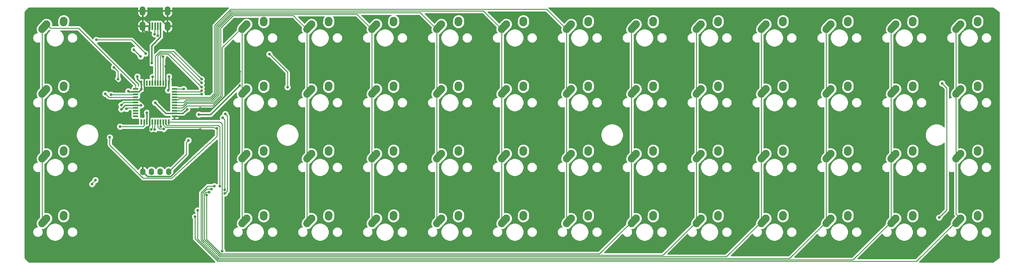
<source format=gtl>
%TF.GenerationSoftware,KiCad,Pcbnew,5.1.6*%
%TF.CreationDate,2020-06-24T16:04:00+02:00*%
%TF.ProjectId,cheap_boi,63686561-705f-4626-9f69-2e6b69636164,rev?*%
%TF.SameCoordinates,Original*%
%TF.FileFunction,Copper,L1,Top*%
%TF.FilePolarity,Positive*%
%FSLAX46Y46*%
G04 Gerber Fmt 4.6, Leading zero omitted, Abs format (unit mm)*
G04 Created by KiCad (PCBNEW 5.1.6) date 2020-06-24 16:04:00*
%MOMM*%
%LPD*%
G01*
G04 APERTURE LIST*
%TA.AperFunction,ComponentPad*%
%ADD10C,2.250000*%
%TD*%
%TA.AperFunction,ComponentPad*%
%ADD11O,1.600000X2.000000*%
%TD*%
%TA.AperFunction,ComponentPad*%
%ADD12O,1.700000X2.700000*%
%TD*%
%TA.AperFunction,SMDPad,CuDef*%
%ADD13R,0.500000X2.250000*%
%TD*%
%TA.AperFunction,SMDPad,CuDef*%
%ADD14R,0.550000X1.500000*%
%TD*%
%TA.AperFunction,SMDPad,CuDef*%
%ADD15R,1.500000X0.550000*%
%TD*%
%TA.AperFunction,ViaPad*%
%ADD16C,0.800000*%
%TD*%
%TA.AperFunction,Conductor*%
%ADD17C,0.381000*%
%TD*%
%TA.AperFunction,Conductor*%
%ADD18C,0.250000*%
%TD*%
%TA.AperFunction,Conductor*%
%ADD19C,0.254000*%
%TD*%
G04 APERTURE END LIST*
D10*
%TO.P,MX0C1,1*%
%TO.N,COL12*%
X338018750Y-38862500D03*
%TA.AperFunction,ComponentPad*%
G36*
G01*
X335957433Y-41159845D02*
X335957433Y-41159845D01*
G75*
G02*
X335871405Y-39571183I751317J837345D01*
G01*
X337181407Y-38111183D01*
G75*
G02*
X338770069Y-38025155I837345J-751317D01*
G01*
X338770069Y-38025155D01*
G75*
G02*
X338856097Y-39613817I-751317J-837345D01*
G01*
X337546095Y-41073817D01*
G75*
G02*
X335957433Y-41159845I-837345J751317D01*
G01*
G37*
%TD.AperFunction*%
%TO.P,MX0C1,2*%
%TO.N,Net-(D49-Pad2)*%
X343058750Y-37782500D03*
%TA.AperFunction,ComponentPad*%
G36*
G01*
X342941347Y-39484834D02*
X342941347Y-39484834D01*
G75*
G02*
X341896416Y-38285097I77403J1122334D01*
G01*
X341936416Y-37705097D01*
G75*
G02*
X343136153Y-36660166I1122334J-77403D01*
G01*
X343136153Y-36660166D01*
G75*
G02*
X344181084Y-37859903I-77403J-1122334D01*
G01*
X344141084Y-38439903D01*
G75*
G02*
X342941347Y-39484834I-1122334J77403D01*
G01*
G37*
%TD.AperFunction*%
%TD*%
D11*
%TO.P,Brd1,2*%
%TO.N,VCC*%
X100513600Y-82262900D03*
%TO.P,Brd1,1*%
%TO.N,GND*%
X97973600Y-82262900D03*
%TO.P,Brd1,3*%
%TO.N,SCL*%
X103053600Y-82262900D03*
%TO.P,Brd1,4*%
%TO.N,SDA*%
X105593600Y-82262900D03*
%TD*%
D10*
%TO.P,MX15,1*%
%TO.N,COL5*%
X204668750Y-57912500D03*
%TA.AperFunction,ComponentPad*%
G36*
G01*
X202607433Y-60209845D02*
X202607433Y-60209845D01*
G75*
G02*
X202521405Y-58621183I751317J837345D01*
G01*
X203831407Y-57161183D01*
G75*
G02*
X205420069Y-57075155I837345J-751317D01*
G01*
X205420069Y-57075155D01*
G75*
G02*
X205506097Y-58663817I-751317J-837345D01*
G01*
X204196095Y-60123817D01*
G75*
G02*
X202607433Y-60209845I-837345J751317D01*
G01*
G37*
%TD.AperFunction*%
%TO.P,MX15,2*%
%TO.N,Net-(D22-Pad2)*%
X209708750Y-56832500D03*
%TA.AperFunction,ComponentPad*%
G36*
G01*
X209591347Y-58534834D02*
X209591347Y-58534834D01*
G75*
G02*
X208546416Y-57335097I77403J1122334D01*
G01*
X208586416Y-56755097D01*
G75*
G02*
X209786153Y-55710166I1122334J-77403D01*
G01*
X209786153Y-55710166D01*
G75*
G02*
X210831084Y-56909903I-77403J-1122334D01*
G01*
X210791084Y-57489903D01*
G75*
G02*
X209591347Y-58534834I-1122334J77403D01*
G01*
G37*
%TD.AperFunction*%
%TD*%
D12*
%TO.P,USB1,6*%
%TO.N,GND*%
X105243600Y-34922800D03*
X97943600Y-34922800D03*
X97943600Y-39422800D03*
X105243600Y-39422800D03*
D13*
%TO.P,USB1,5*%
%TO.N,VCC*%
X103193600Y-39422800D03*
%TO.P,USB1,4*%
%TO.N,D-*%
X102393600Y-39422800D03*
%TO.P,USB1,3*%
%TO.N,D+*%
X101593600Y-39422800D03*
%TO.P,USB1,2*%
%TO.N,Net-(USB1-Pad2)*%
X100793600Y-39422800D03*
%TO.P,USB1,1*%
%TO.N,GND*%
X99993600Y-39422800D03*
%TD*%
D14*
%TO.P,U1,44*%
%TO.N,+5V*%
X97593600Y-56208600D03*
%TO.P,U1,43*%
%TO.N,GND*%
X98393600Y-56208600D03*
%TO.P,U1,42*%
%TO.N,Net-(U1-Pad42)*%
X99193600Y-56208600D03*
%TO.P,U1,41*%
%TO.N,Net-(U1-Pad41)*%
X99993600Y-56208600D03*
%TO.P,U1,40*%
%TO.N,COL12*%
X100793600Y-56208600D03*
%TO.P,U1,39*%
%TO.N,COL11*%
X101593600Y-56208600D03*
%TO.P,U1,38*%
%TO.N,COL10*%
X102393600Y-56208600D03*
%TO.P,U1,37*%
%TO.N,COL9*%
X103193600Y-56208600D03*
%TO.P,U1,36*%
%TO.N,ROW0*%
X103993600Y-56208600D03*
%TO.P,U1,35*%
%TO.N,GND*%
X104793600Y-56208600D03*
%TO.P,U1,34*%
%TO.N,+5V*%
X105593600Y-56208600D03*
D15*
%TO.P,U1,33*%
%TO.N,Net-(R4-Pad2)*%
X107293600Y-57908600D03*
%TO.P,U1,32*%
%TO.N,COL8*%
X107293600Y-58708600D03*
%TO.P,U1,31*%
%TO.N,COL7*%
X107293600Y-59508600D03*
%TO.P,U1,30*%
%TO.N,COL6*%
X107293600Y-60308600D03*
%TO.P,U1,29*%
%TO.N,COL5*%
X107293600Y-61108600D03*
%TO.P,U1,28*%
%TO.N,COL4*%
X107293600Y-61908600D03*
%TO.P,U1,27*%
%TO.N,COL3*%
X107293600Y-62708600D03*
%TO.P,U1,26*%
%TO.N,COL2*%
X107293600Y-63508600D03*
%TO.P,U1,25*%
%TO.N,COL1*%
X107293600Y-64308600D03*
%TO.P,U1,24*%
%TO.N,+5V*%
X107293600Y-65108600D03*
%TO.P,U1,23*%
%TO.N,GND*%
X107293600Y-65908600D03*
D14*
%TO.P,U1,22*%
%TO.N,ROW3*%
X105593600Y-67608600D03*
%TO.P,U1,21*%
%TO.N,ROW2*%
X104793600Y-67608600D03*
%TO.P,U1,20*%
%TO.N,ROW1*%
X103993600Y-67608600D03*
%TO.P,U1,19*%
%TO.N,SDA*%
X103193600Y-67608600D03*
%TO.P,U1,18*%
%TO.N,SCL*%
X102393600Y-67608600D03*
%TO.P,U1,17*%
%TO.N,Net-(C3-Pad1)*%
X101593600Y-67608600D03*
%TO.P,U1,16*%
%TO.N,Net-(C4-Pad1)*%
X100793600Y-67608600D03*
%TO.P,U1,15*%
%TO.N,GND*%
X99993600Y-67608600D03*
%TO.P,U1,14*%
%TO.N,+5V*%
X99193600Y-67608600D03*
%TO.P,U1,13*%
%TO.N,Net-(R3-Pad1)*%
X98393600Y-67608600D03*
%TO.P,U1,12*%
%TO.N,Net-(U1-Pad12)*%
X97593600Y-67608600D03*
D15*
%TO.P,U1,11*%
%TO.N,Net-(U1-Pad11)*%
X95893600Y-65908600D03*
%TO.P,U1,10*%
%TO.N,Net-(U1-Pad10)*%
X95893600Y-65108600D03*
%TO.P,U1,9*%
%TO.N,Net-(U1-Pad9)*%
X95893600Y-64308600D03*
%TO.P,U1,8*%
%TO.N,RGB1*%
X95893600Y-63508600D03*
%TO.P,U1,7*%
%TO.N,+5V*%
X95893600Y-62708600D03*
%TO.P,U1,6*%
%TO.N,Net-(C6-Pad1)*%
X95893600Y-61908600D03*
%TO.P,U1,5*%
%TO.N,GND*%
X95893600Y-61108600D03*
%TO.P,U1,4*%
%TO.N,Net-(R2-Pad2)*%
X95893600Y-60308600D03*
%TO.P,U1,3*%
%TO.N,Net-(R1-Pad2)*%
X95893600Y-59508600D03*
%TO.P,U1,2*%
%TO.N,+5V*%
X95893600Y-58708600D03*
%TO.P,U1,1*%
%TO.N,COL0*%
X95893600Y-57908600D03*
%TD*%
D10*
%TO.P,MX3C1,1*%
%TO.N,COL12*%
X338018750Y-96012500D03*
%TA.AperFunction,ComponentPad*%
G36*
G01*
X335957433Y-98309845D02*
X335957433Y-98309845D01*
G75*
G02*
X335871405Y-96721183I751317J837345D01*
G01*
X337181407Y-95261183D01*
G75*
G02*
X338770069Y-95175155I837345J-751317D01*
G01*
X338770069Y-95175155D01*
G75*
G02*
X338856097Y-96763817I-751317J-837345D01*
G01*
X337546095Y-98223817D01*
G75*
G02*
X335957433Y-98309845I-837345J751317D01*
G01*
G37*
%TD.AperFunction*%
%TO.P,MX3C1,2*%
%TO.N,Net-(D52-Pad2)*%
X343058750Y-94932500D03*
%TA.AperFunction,ComponentPad*%
G36*
G01*
X342941347Y-96634834D02*
X342941347Y-96634834D01*
G75*
G02*
X341896416Y-95435097I77403J1122334D01*
G01*
X341936416Y-94855097D01*
G75*
G02*
X343136153Y-93810166I1122334J-77403D01*
G01*
X343136153Y-93810166D01*
G75*
G02*
X344181084Y-95009903I-77403J-1122334D01*
G01*
X344141084Y-95589903D01*
G75*
G02*
X342941347Y-96634834I-1122334J77403D01*
G01*
G37*
%TD.AperFunction*%
%TD*%
%TO.P,MX3B1,1*%
%TO.N,COL11*%
X318968750Y-96012500D03*
%TA.AperFunction,ComponentPad*%
G36*
G01*
X316907433Y-98309845D02*
X316907433Y-98309845D01*
G75*
G02*
X316821405Y-96721183I751317J837345D01*
G01*
X318131407Y-95261183D01*
G75*
G02*
X319720069Y-95175155I837345J-751317D01*
G01*
X319720069Y-95175155D01*
G75*
G02*
X319806097Y-96763817I-751317J-837345D01*
G01*
X318496095Y-98223817D01*
G75*
G02*
X316907433Y-98309845I-837345J751317D01*
G01*
G37*
%TD.AperFunction*%
%TO.P,MX3B1,2*%
%TO.N,Net-(D48-Pad2)*%
X324008750Y-94932500D03*
%TA.AperFunction,ComponentPad*%
G36*
G01*
X323891347Y-96634834D02*
X323891347Y-96634834D01*
G75*
G02*
X322846416Y-95435097I77403J1122334D01*
G01*
X322886416Y-94855097D01*
G75*
G02*
X324086153Y-93810166I1122334J-77403D01*
G01*
X324086153Y-93810166D01*
G75*
G02*
X325131084Y-95009903I-77403J-1122334D01*
G01*
X325091084Y-95589903D01*
G75*
G02*
X323891347Y-96634834I-1122334J77403D01*
G01*
G37*
%TD.AperFunction*%
%TD*%
%TO.P,MX3A1,1*%
%TO.N,COL10*%
X299918750Y-96012500D03*
%TA.AperFunction,ComponentPad*%
G36*
G01*
X297857433Y-98309845D02*
X297857433Y-98309845D01*
G75*
G02*
X297771405Y-96721183I751317J837345D01*
G01*
X299081407Y-95261183D01*
G75*
G02*
X300670069Y-95175155I837345J-751317D01*
G01*
X300670069Y-95175155D01*
G75*
G02*
X300756097Y-96763817I-751317J-837345D01*
G01*
X299446095Y-98223817D01*
G75*
G02*
X297857433Y-98309845I-837345J751317D01*
G01*
G37*
%TD.AperFunction*%
%TO.P,MX3A1,2*%
%TO.N,Net-(D44-Pad2)*%
X304958750Y-94932500D03*
%TA.AperFunction,ComponentPad*%
G36*
G01*
X304841347Y-96634834D02*
X304841347Y-96634834D01*
G75*
G02*
X303796416Y-95435097I77403J1122334D01*
G01*
X303836416Y-94855097D01*
G75*
G02*
X305036153Y-93810166I1122334J-77403D01*
G01*
X305036153Y-93810166D01*
G75*
G02*
X306081084Y-95009903I-77403J-1122334D01*
G01*
X306041084Y-95589903D01*
G75*
G02*
X304841347Y-96634834I-1122334J77403D01*
G01*
G37*
%TD.AperFunction*%
%TD*%
%TO.P,MX2C1,1*%
%TO.N,COL12*%
X338018750Y-76962500D03*
%TA.AperFunction,ComponentPad*%
G36*
G01*
X335957433Y-79259845D02*
X335957433Y-79259845D01*
G75*
G02*
X335871405Y-77671183I751317J837345D01*
G01*
X337181407Y-76211183D01*
G75*
G02*
X338770069Y-76125155I837345J-751317D01*
G01*
X338770069Y-76125155D01*
G75*
G02*
X338856097Y-77713817I-751317J-837345D01*
G01*
X337546095Y-79173817D01*
G75*
G02*
X335957433Y-79259845I-837345J751317D01*
G01*
G37*
%TD.AperFunction*%
%TO.P,MX2C1,2*%
%TO.N,Net-(D51-Pad2)*%
X343058750Y-75882500D03*
%TA.AperFunction,ComponentPad*%
G36*
G01*
X342941347Y-77584834D02*
X342941347Y-77584834D01*
G75*
G02*
X341896416Y-76385097I77403J1122334D01*
G01*
X341936416Y-75805097D01*
G75*
G02*
X343136153Y-74760166I1122334J-77403D01*
G01*
X343136153Y-74760166D01*
G75*
G02*
X344181084Y-75959903I-77403J-1122334D01*
G01*
X344141084Y-76539903D01*
G75*
G02*
X342941347Y-77584834I-1122334J77403D01*
G01*
G37*
%TD.AperFunction*%
%TD*%
%TO.P,MX2B1,1*%
%TO.N,COL11*%
X318968750Y-76962500D03*
%TA.AperFunction,ComponentPad*%
G36*
G01*
X316907433Y-79259845D02*
X316907433Y-79259845D01*
G75*
G02*
X316821405Y-77671183I751317J837345D01*
G01*
X318131407Y-76211183D01*
G75*
G02*
X319720069Y-76125155I837345J-751317D01*
G01*
X319720069Y-76125155D01*
G75*
G02*
X319806097Y-77713817I-751317J-837345D01*
G01*
X318496095Y-79173817D01*
G75*
G02*
X316907433Y-79259845I-837345J751317D01*
G01*
G37*
%TD.AperFunction*%
%TO.P,MX2B1,2*%
%TO.N,Net-(D47-Pad2)*%
X324008750Y-75882500D03*
%TA.AperFunction,ComponentPad*%
G36*
G01*
X323891347Y-77584834D02*
X323891347Y-77584834D01*
G75*
G02*
X322846416Y-76385097I77403J1122334D01*
G01*
X322886416Y-75805097D01*
G75*
G02*
X324086153Y-74760166I1122334J-77403D01*
G01*
X324086153Y-74760166D01*
G75*
G02*
X325131084Y-75959903I-77403J-1122334D01*
G01*
X325091084Y-76539903D01*
G75*
G02*
X323891347Y-77584834I-1122334J77403D01*
G01*
G37*
%TD.AperFunction*%
%TD*%
%TO.P,MX2A1,1*%
%TO.N,COL10*%
X299918750Y-76962500D03*
%TA.AperFunction,ComponentPad*%
G36*
G01*
X297857433Y-79259845D02*
X297857433Y-79259845D01*
G75*
G02*
X297771405Y-77671183I751317J837345D01*
G01*
X299081407Y-76211183D01*
G75*
G02*
X300670069Y-76125155I837345J-751317D01*
G01*
X300670069Y-76125155D01*
G75*
G02*
X300756097Y-77713817I-751317J-837345D01*
G01*
X299446095Y-79173817D01*
G75*
G02*
X297857433Y-79259845I-837345J751317D01*
G01*
G37*
%TD.AperFunction*%
%TO.P,MX2A1,2*%
%TO.N,Net-(D43-Pad2)*%
X304958750Y-75882500D03*
%TA.AperFunction,ComponentPad*%
G36*
G01*
X304841347Y-77584834D02*
X304841347Y-77584834D01*
G75*
G02*
X303796416Y-76385097I77403J1122334D01*
G01*
X303836416Y-75805097D01*
G75*
G02*
X305036153Y-74760166I1122334J-77403D01*
G01*
X305036153Y-74760166D01*
G75*
G02*
X306081084Y-75959903I-77403J-1122334D01*
G01*
X306041084Y-76539903D01*
G75*
G02*
X304841347Y-77584834I-1122334J77403D01*
G01*
G37*
%TD.AperFunction*%
%TD*%
%TO.P,MX1C1,1*%
%TO.N,COL12*%
X338018750Y-57912500D03*
%TA.AperFunction,ComponentPad*%
G36*
G01*
X335957433Y-60209845D02*
X335957433Y-60209845D01*
G75*
G02*
X335871405Y-58621183I751317J837345D01*
G01*
X337181407Y-57161183D01*
G75*
G02*
X338770069Y-57075155I837345J-751317D01*
G01*
X338770069Y-57075155D01*
G75*
G02*
X338856097Y-58663817I-751317J-837345D01*
G01*
X337546095Y-60123817D01*
G75*
G02*
X335957433Y-60209845I-837345J751317D01*
G01*
G37*
%TD.AperFunction*%
%TO.P,MX1C1,2*%
%TO.N,Net-(D50-Pad2)*%
X343058750Y-56832500D03*
%TA.AperFunction,ComponentPad*%
G36*
G01*
X342941347Y-58534834D02*
X342941347Y-58534834D01*
G75*
G02*
X341896416Y-57335097I77403J1122334D01*
G01*
X341936416Y-56755097D01*
G75*
G02*
X343136153Y-55710166I1122334J-77403D01*
G01*
X343136153Y-55710166D01*
G75*
G02*
X344181084Y-56909903I-77403J-1122334D01*
G01*
X344141084Y-57489903D01*
G75*
G02*
X342941347Y-58534834I-1122334J77403D01*
G01*
G37*
%TD.AperFunction*%
%TD*%
%TO.P,MX1B1,1*%
%TO.N,COL11*%
X318968750Y-57912500D03*
%TA.AperFunction,ComponentPad*%
G36*
G01*
X316907433Y-60209845D02*
X316907433Y-60209845D01*
G75*
G02*
X316821405Y-58621183I751317J837345D01*
G01*
X318131407Y-57161183D01*
G75*
G02*
X319720069Y-57075155I837345J-751317D01*
G01*
X319720069Y-57075155D01*
G75*
G02*
X319806097Y-58663817I-751317J-837345D01*
G01*
X318496095Y-60123817D01*
G75*
G02*
X316907433Y-60209845I-837345J751317D01*
G01*
G37*
%TD.AperFunction*%
%TO.P,MX1B1,2*%
%TO.N,Net-(D46-Pad2)*%
X324008750Y-56832500D03*
%TA.AperFunction,ComponentPad*%
G36*
G01*
X323891347Y-58534834D02*
X323891347Y-58534834D01*
G75*
G02*
X322846416Y-57335097I77403J1122334D01*
G01*
X322886416Y-56755097D01*
G75*
G02*
X324086153Y-55710166I1122334J-77403D01*
G01*
X324086153Y-55710166D01*
G75*
G02*
X325131084Y-56909903I-77403J-1122334D01*
G01*
X325091084Y-57489903D01*
G75*
G02*
X323891347Y-58534834I-1122334J77403D01*
G01*
G37*
%TD.AperFunction*%
%TD*%
%TO.P,MX1A1,1*%
%TO.N,COL10*%
X299918750Y-57912500D03*
%TA.AperFunction,ComponentPad*%
G36*
G01*
X297857433Y-60209845D02*
X297857433Y-60209845D01*
G75*
G02*
X297771405Y-58621183I751317J837345D01*
G01*
X299081407Y-57161183D01*
G75*
G02*
X300670069Y-57075155I837345J-751317D01*
G01*
X300670069Y-57075155D01*
G75*
G02*
X300756097Y-58663817I-751317J-837345D01*
G01*
X299446095Y-60123817D01*
G75*
G02*
X297857433Y-60209845I-837345J751317D01*
G01*
G37*
%TD.AperFunction*%
%TO.P,MX1A1,2*%
%TO.N,Net-(D42-Pad2)*%
X304958750Y-56832500D03*
%TA.AperFunction,ComponentPad*%
G36*
G01*
X304841347Y-58534834D02*
X304841347Y-58534834D01*
G75*
G02*
X303796416Y-57335097I77403J1122334D01*
G01*
X303836416Y-56755097D01*
G75*
G02*
X305036153Y-55710166I1122334J-77403D01*
G01*
X305036153Y-55710166D01*
G75*
G02*
X306081084Y-56909903I-77403J-1122334D01*
G01*
X306041084Y-57489903D01*
G75*
G02*
X304841347Y-58534834I-1122334J77403D01*
G01*
G37*
%TD.AperFunction*%
%TD*%
%TO.P,MX0B1,1*%
%TO.N,COL11*%
X318968750Y-38862500D03*
%TA.AperFunction,ComponentPad*%
G36*
G01*
X316907433Y-41159845D02*
X316907433Y-41159845D01*
G75*
G02*
X316821405Y-39571183I751317J837345D01*
G01*
X318131407Y-38111183D01*
G75*
G02*
X319720069Y-38025155I837345J-751317D01*
G01*
X319720069Y-38025155D01*
G75*
G02*
X319806097Y-39613817I-751317J-837345D01*
G01*
X318496095Y-41073817D01*
G75*
G02*
X316907433Y-41159845I-837345J751317D01*
G01*
G37*
%TD.AperFunction*%
%TO.P,MX0B1,2*%
%TO.N,Net-(D45-Pad2)*%
X324008750Y-37782500D03*
%TA.AperFunction,ComponentPad*%
G36*
G01*
X323891347Y-39484834D02*
X323891347Y-39484834D01*
G75*
G02*
X322846416Y-38285097I77403J1122334D01*
G01*
X322886416Y-37705097D01*
G75*
G02*
X324086153Y-36660166I1122334J-77403D01*
G01*
X324086153Y-36660166D01*
G75*
G02*
X325131084Y-37859903I-77403J-1122334D01*
G01*
X325091084Y-38439903D01*
G75*
G02*
X323891347Y-39484834I-1122334J77403D01*
G01*
G37*
%TD.AperFunction*%
%TD*%
%TO.P,MX0A1,1*%
%TO.N,COL10*%
X299918750Y-38862500D03*
%TA.AperFunction,ComponentPad*%
G36*
G01*
X297857433Y-41159845D02*
X297857433Y-41159845D01*
G75*
G02*
X297771405Y-39571183I751317J837345D01*
G01*
X299081407Y-38111183D01*
G75*
G02*
X300670069Y-38025155I837345J-751317D01*
G01*
X300670069Y-38025155D01*
G75*
G02*
X300756097Y-39613817I-751317J-837345D01*
G01*
X299446095Y-41073817D01*
G75*
G02*
X297857433Y-41159845I-837345J751317D01*
G01*
G37*
%TD.AperFunction*%
%TO.P,MX0A1,2*%
%TO.N,Net-(D41-Pad2)*%
X304958750Y-37782500D03*
%TA.AperFunction,ComponentPad*%
G36*
G01*
X304841347Y-39484834D02*
X304841347Y-39484834D01*
G75*
G02*
X303796416Y-38285097I77403J1122334D01*
G01*
X303836416Y-37705097D01*
G75*
G02*
X305036153Y-36660166I1122334J-77403D01*
G01*
X305036153Y-36660166D01*
G75*
G02*
X306081084Y-37859903I-77403J-1122334D01*
G01*
X306041084Y-38439903D01*
G75*
G02*
X304841347Y-39484834I-1122334J77403D01*
G01*
G37*
%TD.AperFunction*%
%TD*%
%TO.P,MX39,1*%
%TO.N,COL9*%
X280868750Y-96012500D03*
%TA.AperFunction,ComponentPad*%
G36*
G01*
X278807433Y-98309845D02*
X278807433Y-98309845D01*
G75*
G02*
X278721405Y-96721183I751317J837345D01*
G01*
X280031407Y-95261183D01*
G75*
G02*
X281620069Y-95175155I837345J-751317D01*
G01*
X281620069Y-95175155D01*
G75*
G02*
X281706097Y-96763817I-751317J-837345D01*
G01*
X280396095Y-98223817D01*
G75*
G02*
X278807433Y-98309845I-837345J751317D01*
G01*
G37*
%TD.AperFunction*%
%TO.P,MX39,2*%
%TO.N,Net-(D40-Pad2)*%
X285908750Y-94932500D03*
%TA.AperFunction,ComponentPad*%
G36*
G01*
X285791347Y-96634834D02*
X285791347Y-96634834D01*
G75*
G02*
X284746416Y-95435097I77403J1122334D01*
G01*
X284786416Y-94855097D01*
G75*
G02*
X285986153Y-93810166I1122334J-77403D01*
G01*
X285986153Y-93810166D01*
G75*
G02*
X287031084Y-95009903I-77403J-1122334D01*
G01*
X286991084Y-95589903D01*
G75*
G02*
X285791347Y-96634834I-1122334J77403D01*
G01*
G37*
%TD.AperFunction*%
%TD*%
%TO.P,MX38,1*%
%TO.N,COL8*%
X261818750Y-96012500D03*
%TA.AperFunction,ComponentPad*%
G36*
G01*
X259757433Y-98309845D02*
X259757433Y-98309845D01*
G75*
G02*
X259671405Y-96721183I751317J837345D01*
G01*
X260981407Y-95261183D01*
G75*
G02*
X262570069Y-95175155I837345J-751317D01*
G01*
X262570069Y-95175155D01*
G75*
G02*
X262656097Y-96763817I-751317J-837345D01*
G01*
X261346095Y-98223817D01*
G75*
G02*
X259757433Y-98309845I-837345J751317D01*
G01*
G37*
%TD.AperFunction*%
%TO.P,MX38,2*%
%TO.N,Net-(D36-Pad2)*%
X266858750Y-94932500D03*
%TA.AperFunction,ComponentPad*%
G36*
G01*
X266741347Y-96634834D02*
X266741347Y-96634834D01*
G75*
G02*
X265696416Y-95435097I77403J1122334D01*
G01*
X265736416Y-94855097D01*
G75*
G02*
X266936153Y-93810166I1122334J-77403D01*
G01*
X266936153Y-93810166D01*
G75*
G02*
X267981084Y-95009903I-77403J-1122334D01*
G01*
X267941084Y-95589903D01*
G75*
G02*
X266741347Y-96634834I-1122334J77403D01*
G01*
G37*
%TD.AperFunction*%
%TD*%
%TO.P,MX37,1*%
%TO.N,COL7*%
X242768750Y-96012500D03*
%TA.AperFunction,ComponentPad*%
G36*
G01*
X240707433Y-98309845D02*
X240707433Y-98309845D01*
G75*
G02*
X240621405Y-96721183I751317J837345D01*
G01*
X241931407Y-95261183D01*
G75*
G02*
X243520069Y-95175155I837345J-751317D01*
G01*
X243520069Y-95175155D01*
G75*
G02*
X243606097Y-96763817I-751317J-837345D01*
G01*
X242296095Y-98223817D01*
G75*
G02*
X240707433Y-98309845I-837345J751317D01*
G01*
G37*
%TD.AperFunction*%
%TO.P,MX37,2*%
%TO.N,Net-(D32-Pad2)*%
X247808750Y-94932500D03*
%TA.AperFunction,ComponentPad*%
G36*
G01*
X247691347Y-96634834D02*
X247691347Y-96634834D01*
G75*
G02*
X246646416Y-95435097I77403J1122334D01*
G01*
X246686416Y-94855097D01*
G75*
G02*
X247886153Y-93810166I1122334J-77403D01*
G01*
X247886153Y-93810166D01*
G75*
G02*
X248931084Y-95009903I-77403J-1122334D01*
G01*
X248891084Y-95589903D01*
G75*
G02*
X247691347Y-96634834I-1122334J77403D01*
G01*
G37*
%TD.AperFunction*%
%TD*%
%TO.P,MX36,1*%
%TO.N,COL6*%
X223718750Y-96012500D03*
%TA.AperFunction,ComponentPad*%
G36*
G01*
X221657433Y-98309845D02*
X221657433Y-98309845D01*
G75*
G02*
X221571405Y-96721183I751317J837345D01*
G01*
X222881407Y-95261183D01*
G75*
G02*
X224470069Y-95175155I837345J-751317D01*
G01*
X224470069Y-95175155D01*
G75*
G02*
X224556097Y-96763817I-751317J-837345D01*
G01*
X223246095Y-98223817D01*
G75*
G02*
X221657433Y-98309845I-837345J751317D01*
G01*
G37*
%TD.AperFunction*%
%TO.P,MX36,2*%
%TO.N,Net-(D28-Pad2)*%
X228758750Y-94932500D03*
%TA.AperFunction,ComponentPad*%
G36*
G01*
X228641347Y-96634834D02*
X228641347Y-96634834D01*
G75*
G02*
X227596416Y-95435097I77403J1122334D01*
G01*
X227636416Y-94855097D01*
G75*
G02*
X228836153Y-93810166I1122334J-77403D01*
G01*
X228836153Y-93810166D01*
G75*
G02*
X229881084Y-95009903I-77403J-1122334D01*
G01*
X229841084Y-95589903D01*
G75*
G02*
X228641347Y-96634834I-1122334J77403D01*
G01*
G37*
%TD.AperFunction*%
%TD*%
%TO.P,MX35,1*%
%TO.N,COL5*%
X204668750Y-96012500D03*
%TA.AperFunction,ComponentPad*%
G36*
G01*
X202607433Y-98309845D02*
X202607433Y-98309845D01*
G75*
G02*
X202521405Y-96721183I751317J837345D01*
G01*
X203831407Y-95261183D01*
G75*
G02*
X205420069Y-95175155I837345J-751317D01*
G01*
X205420069Y-95175155D01*
G75*
G02*
X205506097Y-96763817I-751317J-837345D01*
G01*
X204196095Y-98223817D01*
G75*
G02*
X202607433Y-98309845I-837345J751317D01*
G01*
G37*
%TD.AperFunction*%
%TO.P,MX35,2*%
%TO.N,Net-(D24-Pad2)*%
X209708750Y-94932500D03*
%TA.AperFunction,ComponentPad*%
G36*
G01*
X209591347Y-96634834D02*
X209591347Y-96634834D01*
G75*
G02*
X208546416Y-95435097I77403J1122334D01*
G01*
X208586416Y-94855097D01*
G75*
G02*
X209786153Y-93810166I1122334J-77403D01*
G01*
X209786153Y-93810166D01*
G75*
G02*
X210831084Y-95009903I-77403J-1122334D01*
G01*
X210791084Y-95589903D01*
G75*
G02*
X209591347Y-96634834I-1122334J77403D01*
G01*
G37*
%TD.AperFunction*%
%TD*%
%TO.P,MX34,1*%
%TO.N,COL4*%
X185618750Y-96012500D03*
%TA.AperFunction,ComponentPad*%
G36*
G01*
X183557433Y-98309845D02*
X183557433Y-98309845D01*
G75*
G02*
X183471405Y-96721183I751317J837345D01*
G01*
X184781407Y-95261183D01*
G75*
G02*
X186370069Y-95175155I837345J-751317D01*
G01*
X186370069Y-95175155D01*
G75*
G02*
X186456097Y-96763817I-751317J-837345D01*
G01*
X185146095Y-98223817D01*
G75*
G02*
X183557433Y-98309845I-837345J751317D01*
G01*
G37*
%TD.AperFunction*%
%TO.P,MX34,2*%
%TO.N,Net-(D20-Pad2)*%
X190658750Y-94932500D03*
%TA.AperFunction,ComponentPad*%
G36*
G01*
X190541347Y-96634834D02*
X190541347Y-96634834D01*
G75*
G02*
X189496416Y-95435097I77403J1122334D01*
G01*
X189536416Y-94855097D01*
G75*
G02*
X190736153Y-93810166I1122334J-77403D01*
G01*
X190736153Y-93810166D01*
G75*
G02*
X191781084Y-95009903I-77403J-1122334D01*
G01*
X191741084Y-95589903D01*
G75*
G02*
X190541347Y-96634834I-1122334J77403D01*
G01*
G37*
%TD.AperFunction*%
%TD*%
%TO.P,MX33,1*%
%TO.N,COL3*%
X166568750Y-96012500D03*
%TA.AperFunction,ComponentPad*%
G36*
G01*
X164507433Y-98309845D02*
X164507433Y-98309845D01*
G75*
G02*
X164421405Y-96721183I751317J837345D01*
G01*
X165731407Y-95261183D01*
G75*
G02*
X167320069Y-95175155I837345J-751317D01*
G01*
X167320069Y-95175155D01*
G75*
G02*
X167406097Y-96763817I-751317J-837345D01*
G01*
X166096095Y-98223817D01*
G75*
G02*
X164507433Y-98309845I-837345J751317D01*
G01*
G37*
%TD.AperFunction*%
%TO.P,MX33,2*%
%TO.N,Net-(D16-Pad2)*%
X171608750Y-94932500D03*
%TA.AperFunction,ComponentPad*%
G36*
G01*
X171491347Y-96634834D02*
X171491347Y-96634834D01*
G75*
G02*
X170446416Y-95435097I77403J1122334D01*
G01*
X170486416Y-94855097D01*
G75*
G02*
X171686153Y-93810166I1122334J-77403D01*
G01*
X171686153Y-93810166D01*
G75*
G02*
X172731084Y-95009903I-77403J-1122334D01*
G01*
X172691084Y-95589903D01*
G75*
G02*
X171491347Y-96634834I-1122334J77403D01*
G01*
G37*
%TD.AperFunction*%
%TD*%
%TO.P,MX32,1*%
%TO.N,COL2*%
X147518750Y-96012500D03*
%TA.AperFunction,ComponentPad*%
G36*
G01*
X145457433Y-98309845D02*
X145457433Y-98309845D01*
G75*
G02*
X145371405Y-96721183I751317J837345D01*
G01*
X146681407Y-95261183D01*
G75*
G02*
X148270069Y-95175155I837345J-751317D01*
G01*
X148270069Y-95175155D01*
G75*
G02*
X148356097Y-96763817I-751317J-837345D01*
G01*
X147046095Y-98223817D01*
G75*
G02*
X145457433Y-98309845I-837345J751317D01*
G01*
G37*
%TD.AperFunction*%
%TO.P,MX32,2*%
%TO.N,Net-(D12-Pad2)*%
X152558750Y-94932500D03*
%TA.AperFunction,ComponentPad*%
G36*
G01*
X152441347Y-96634834D02*
X152441347Y-96634834D01*
G75*
G02*
X151396416Y-95435097I77403J1122334D01*
G01*
X151436416Y-94855097D01*
G75*
G02*
X152636153Y-93810166I1122334J-77403D01*
G01*
X152636153Y-93810166D01*
G75*
G02*
X153681084Y-95009903I-77403J-1122334D01*
G01*
X153641084Y-95589903D01*
G75*
G02*
X152441347Y-96634834I-1122334J77403D01*
G01*
G37*
%TD.AperFunction*%
%TD*%
%TO.P,MX31,1*%
%TO.N,COL1*%
X128468750Y-96012500D03*
%TA.AperFunction,ComponentPad*%
G36*
G01*
X126407433Y-98309845D02*
X126407433Y-98309845D01*
G75*
G02*
X126321405Y-96721183I751317J837345D01*
G01*
X127631407Y-95261183D01*
G75*
G02*
X129220069Y-95175155I837345J-751317D01*
G01*
X129220069Y-95175155D01*
G75*
G02*
X129306097Y-96763817I-751317J-837345D01*
G01*
X127996095Y-98223817D01*
G75*
G02*
X126407433Y-98309845I-837345J751317D01*
G01*
G37*
%TD.AperFunction*%
%TO.P,MX31,2*%
%TO.N,Net-(D8-Pad2)*%
X133508750Y-94932500D03*
%TA.AperFunction,ComponentPad*%
G36*
G01*
X133391347Y-96634834D02*
X133391347Y-96634834D01*
G75*
G02*
X132346416Y-95435097I77403J1122334D01*
G01*
X132386416Y-94855097D01*
G75*
G02*
X133586153Y-93810166I1122334J-77403D01*
G01*
X133586153Y-93810166D01*
G75*
G02*
X134631084Y-95009903I-77403J-1122334D01*
G01*
X134591084Y-95589903D01*
G75*
G02*
X133391347Y-96634834I-1122334J77403D01*
G01*
G37*
%TD.AperFunction*%
%TD*%
%TO.P,MX30,1*%
%TO.N,COL0*%
X69731250Y-96012500D03*
%TA.AperFunction,ComponentPad*%
G36*
G01*
X67669933Y-98309845D02*
X67669933Y-98309845D01*
G75*
G02*
X67583905Y-96721183I751317J837345D01*
G01*
X68893907Y-95261183D01*
G75*
G02*
X70482569Y-95175155I837345J-751317D01*
G01*
X70482569Y-95175155D01*
G75*
G02*
X70568597Y-96763817I-751317J-837345D01*
G01*
X69258595Y-98223817D01*
G75*
G02*
X67669933Y-98309845I-837345J751317D01*
G01*
G37*
%TD.AperFunction*%
%TO.P,MX30,2*%
%TO.N,Net-(D4-Pad2)*%
X74771250Y-94932500D03*
%TA.AperFunction,ComponentPad*%
G36*
G01*
X74653847Y-96634834D02*
X74653847Y-96634834D01*
G75*
G02*
X73608916Y-95435097I77403J1122334D01*
G01*
X73648916Y-94855097D01*
G75*
G02*
X74848653Y-93810166I1122334J-77403D01*
G01*
X74848653Y-93810166D01*
G75*
G02*
X75893584Y-95009903I-77403J-1122334D01*
G01*
X75853584Y-95589903D01*
G75*
G02*
X74653847Y-96634834I-1122334J77403D01*
G01*
G37*
%TD.AperFunction*%
%TD*%
%TO.P,MX29,1*%
%TO.N,COL9*%
X280868750Y-76962500D03*
%TA.AperFunction,ComponentPad*%
G36*
G01*
X278807433Y-79259845D02*
X278807433Y-79259845D01*
G75*
G02*
X278721405Y-77671183I751317J837345D01*
G01*
X280031407Y-76211183D01*
G75*
G02*
X281620069Y-76125155I837345J-751317D01*
G01*
X281620069Y-76125155D01*
G75*
G02*
X281706097Y-77713817I-751317J-837345D01*
G01*
X280396095Y-79173817D01*
G75*
G02*
X278807433Y-79259845I-837345J751317D01*
G01*
G37*
%TD.AperFunction*%
%TO.P,MX29,2*%
%TO.N,Net-(D39-Pad2)*%
X285908750Y-75882500D03*
%TA.AperFunction,ComponentPad*%
G36*
G01*
X285791347Y-77584834D02*
X285791347Y-77584834D01*
G75*
G02*
X284746416Y-76385097I77403J1122334D01*
G01*
X284786416Y-75805097D01*
G75*
G02*
X285986153Y-74760166I1122334J-77403D01*
G01*
X285986153Y-74760166D01*
G75*
G02*
X287031084Y-75959903I-77403J-1122334D01*
G01*
X286991084Y-76539903D01*
G75*
G02*
X285791347Y-77584834I-1122334J77403D01*
G01*
G37*
%TD.AperFunction*%
%TD*%
%TO.P,MX28,1*%
%TO.N,COL8*%
X261818750Y-76962500D03*
%TA.AperFunction,ComponentPad*%
G36*
G01*
X259757433Y-79259845D02*
X259757433Y-79259845D01*
G75*
G02*
X259671405Y-77671183I751317J837345D01*
G01*
X260981407Y-76211183D01*
G75*
G02*
X262570069Y-76125155I837345J-751317D01*
G01*
X262570069Y-76125155D01*
G75*
G02*
X262656097Y-77713817I-751317J-837345D01*
G01*
X261346095Y-79173817D01*
G75*
G02*
X259757433Y-79259845I-837345J751317D01*
G01*
G37*
%TD.AperFunction*%
%TO.P,MX28,2*%
%TO.N,Net-(D35-Pad2)*%
X266858750Y-75882500D03*
%TA.AperFunction,ComponentPad*%
G36*
G01*
X266741347Y-77584834D02*
X266741347Y-77584834D01*
G75*
G02*
X265696416Y-76385097I77403J1122334D01*
G01*
X265736416Y-75805097D01*
G75*
G02*
X266936153Y-74760166I1122334J-77403D01*
G01*
X266936153Y-74760166D01*
G75*
G02*
X267981084Y-75959903I-77403J-1122334D01*
G01*
X267941084Y-76539903D01*
G75*
G02*
X266741347Y-77584834I-1122334J77403D01*
G01*
G37*
%TD.AperFunction*%
%TD*%
%TO.P,MX27,1*%
%TO.N,COL7*%
X242768750Y-76962500D03*
%TA.AperFunction,ComponentPad*%
G36*
G01*
X240707433Y-79259845D02*
X240707433Y-79259845D01*
G75*
G02*
X240621405Y-77671183I751317J837345D01*
G01*
X241931407Y-76211183D01*
G75*
G02*
X243520069Y-76125155I837345J-751317D01*
G01*
X243520069Y-76125155D01*
G75*
G02*
X243606097Y-77713817I-751317J-837345D01*
G01*
X242296095Y-79173817D01*
G75*
G02*
X240707433Y-79259845I-837345J751317D01*
G01*
G37*
%TD.AperFunction*%
%TO.P,MX27,2*%
%TO.N,Net-(D31-Pad2)*%
X247808750Y-75882500D03*
%TA.AperFunction,ComponentPad*%
G36*
G01*
X247691347Y-77584834D02*
X247691347Y-77584834D01*
G75*
G02*
X246646416Y-76385097I77403J1122334D01*
G01*
X246686416Y-75805097D01*
G75*
G02*
X247886153Y-74760166I1122334J-77403D01*
G01*
X247886153Y-74760166D01*
G75*
G02*
X248931084Y-75959903I-77403J-1122334D01*
G01*
X248891084Y-76539903D01*
G75*
G02*
X247691347Y-77584834I-1122334J77403D01*
G01*
G37*
%TD.AperFunction*%
%TD*%
%TO.P,MX26,1*%
%TO.N,COL6*%
X223718750Y-76962500D03*
%TA.AperFunction,ComponentPad*%
G36*
G01*
X221657433Y-79259845D02*
X221657433Y-79259845D01*
G75*
G02*
X221571405Y-77671183I751317J837345D01*
G01*
X222881407Y-76211183D01*
G75*
G02*
X224470069Y-76125155I837345J-751317D01*
G01*
X224470069Y-76125155D01*
G75*
G02*
X224556097Y-77713817I-751317J-837345D01*
G01*
X223246095Y-79173817D01*
G75*
G02*
X221657433Y-79259845I-837345J751317D01*
G01*
G37*
%TD.AperFunction*%
%TO.P,MX26,2*%
%TO.N,Net-(D27-Pad2)*%
X228758750Y-75882500D03*
%TA.AperFunction,ComponentPad*%
G36*
G01*
X228641347Y-77584834D02*
X228641347Y-77584834D01*
G75*
G02*
X227596416Y-76385097I77403J1122334D01*
G01*
X227636416Y-75805097D01*
G75*
G02*
X228836153Y-74760166I1122334J-77403D01*
G01*
X228836153Y-74760166D01*
G75*
G02*
X229881084Y-75959903I-77403J-1122334D01*
G01*
X229841084Y-76539903D01*
G75*
G02*
X228641347Y-77584834I-1122334J77403D01*
G01*
G37*
%TD.AperFunction*%
%TD*%
%TO.P,MX25,1*%
%TO.N,COL5*%
X204668750Y-76962500D03*
%TA.AperFunction,ComponentPad*%
G36*
G01*
X202607433Y-79259845D02*
X202607433Y-79259845D01*
G75*
G02*
X202521405Y-77671183I751317J837345D01*
G01*
X203831407Y-76211183D01*
G75*
G02*
X205420069Y-76125155I837345J-751317D01*
G01*
X205420069Y-76125155D01*
G75*
G02*
X205506097Y-77713817I-751317J-837345D01*
G01*
X204196095Y-79173817D01*
G75*
G02*
X202607433Y-79259845I-837345J751317D01*
G01*
G37*
%TD.AperFunction*%
%TO.P,MX25,2*%
%TO.N,Net-(D23-Pad2)*%
X209708750Y-75882500D03*
%TA.AperFunction,ComponentPad*%
G36*
G01*
X209591347Y-77584834D02*
X209591347Y-77584834D01*
G75*
G02*
X208546416Y-76385097I77403J1122334D01*
G01*
X208586416Y-75805097D01*
G75*
G02*
X209786153Y-74760166I1122334J-77403D01*
G01*
X209786153Y-74760166D01*
G75*
G02*
X210831084Y-75959903I-77403J-1122334D01*
G01*
X210791084Y-76539903D01*
G75*
G02*
X209591347Y-77584834I-1122334J77403D01*
G01*
G37*
%TD.AperFunction*%
%TD*%
%TO.P,MX24,1*%
%TO.N,COL4*%
X185618750Y-76962500D03*
%TA.AperFunction,ComponentPad*%
G36*
G01*
X183557433Y-79259845D02*
X183557433Y-79259845D01*
G75*
G02*
X183471405Y-77671183I751317J837345D01*
G01*
X184781407Y-76211183D01*
G75*
G02*
X186370069Y-76125155I837345J-751317D01*
G01*
X186370069Y-76125155D01*
G75*
G02*
X186456097Y-77713817I-751317J-837345D01*
G01*
X185146095Y-79173817D01*
G75*
G02*
X183557433Y-79259845I-837345J751317D01*
G01*
G37*
%TD.AperFunction*%
%TO.P,MX24,2*%
%TO.N,Net-(D19-Pad2)*%
X190658750Y-75882500D03*
%TA.AperFunction,ComponentPad*%
G36*
G01*
X190541347Y-77584834D02*
X190541347Y-77584834D01*
G75*
G02*
X189496416Y-76385097I77403J1122334D01*
G01*
X189536416Y-75805097D01*
G75*
G02*
X190736153Y-74760166I1122334J-77403D01*
G01*
X190736153Y-74760166D01*
G75*
G02*
X191781084Y-75959903I-77403J-1122334D01*
G01*
X191741084Y-76539903D01*
G75*
G02*
X190541347Y-77584834I-1122334J77403D01*
G01*
G37*
%TD.AperFunction*%
%TD*%
%TO.P,MX23,1*%
%TO.N,COL3*%
X166568750Y-76962500D03*
%TA.AperFunction,ComponentPad*%
G36*
G01*
X164507433Y-79259845D02*
X164507433Y-79259845D01*
G75*
G02*
X164421405Y-77671183I751317J837345D01*
G01*
X165731407Y-76211183D01*
G75*
G02*
X167320069Y-76125155I837345J-751317D01*
G01*
X167320069Y-76125155D01*
G75*
G02*
X167406097Y-77713817I-751317J-837345D01*
G01*
X166096095Y-79173817D01*
G75*
G02*
X164507433Y-79259845I-837345J751317D01*
G01*
G37*
%TD.AperFunction*%
%TO.P,MX23,2*%
%TO.N,Net-(D15-Pad2)*%
X171608750Y-75882500D03*
%TA.AperFunction,ComponentPad*%
G36*
G01*
X171491347Y-77584834D02*
X171491347Y-77584834D01*
G75*
G02*
X170446416Y-76385097I77403J1122334D01*
G01*
X170486416Y-75805097D01*
G75*
G02*
X171686153Y-74760166I1122334J-77403D01*
G01*
X171686153Y-74760166D01*
G75*
G02*
X172731084Y-75959903I-77403J-1122334D01*
G01*
X172691084Y-76539903D01*
G75*
G02*
X171491347Y-77584834I-1122334J77403D01*
G01*
G37*
%TD.AperFunction*%
%TD*%
%TO.P,MX22,1*%
%TO.N,COL2*%
X147518750Y-76962500D03*
%TA.AperFunction,ComponentPad*%
G36*
G01*
X145457433Y-79259845D02*
X145457433Y-79259845D01*
G75*
G02*
X145371405Y-77671183I751317J837345D01*
G01*
X146681407Y-76211183D01*
G75*
G02*
X148270069Y-76125155I837345J-751317D01*
G01*
X148270069Y-76125155D01*
G75*
G02*
X148356097Y-77713817I-751317J-837345D01*
G01*
X147046095Y-79173817D01*
G75*
G02*
X145457433Y-79259845I-837345J751317D01*
G01*
G37*
%TD.AperFunction*%
%TO.P,MX22,2*%
%TO.N,Net-(D11-Pad2)*%
X152558750Y-75882500D03*
%TA.AperFunction,ComponentPad*%
G36*
G01*
X152441347Y-77584834D02*
X152441347Y-77584834D01*
G75*
G02*
X151396416Y-76385097I77403J1122334D01*
G01*
X151436416Y-75805097D01*
G75*
G02*
X152636153Y-74760166I1122334J-77403D01*
G01*
X152636153Y-74760166D01*
G75*
G02*
X153681084Y-75959903I-77403J-1122334D01*
G01*
X153641084Y-76539903D01*
G75*
G02*
X152441347Y-77584834I-1122334J77403D01*
G01*
G37*
%TD.AperFunction*%
%TD*%
%TO.P,MX21,1*%
%TO.N,COL1*%
X128468750Y-76962500D03*
%TA.AperFunction,ComponentPad*%
G36*
G01*
X126407433Y-79259845D02*
X126407433Y-79259845D01*
G75*
G02*
X126321405Y-77671183I751317J837345D01*
G01*
X127631407Y-76211183D01*
G75*
G02*
X129220069Y-76125155I837345J-751317D01*
G01*
X129220069Y-76125155D01*
G75*
G02*
X129306097Y-77713817I-751317J-837345D01*
G01*
X127996095Y-79173817D01*
G75*
G02*
X126407433Y-79259845I-837345J751317D01*
G01*
G37*
%TD.AperFunction*%
%TO.P,MX21,2*%
%TO.N,Net-(D7-Pad2)*%
X133508750Y-75882500D03*
%TA.AperFunction,ComponentPad*%
G36*
G01*
X133391347Y-77584834D02*
X133391347Y-77584834D01*
G75*
G02*
X132346416Y-76385097I77403J1122334D01*
G01*
X132386416Y-75805097D01*
G75*
G02*
X133586153Y-74760166I1122334J-77403D01*
G01*
X133586153Y-74760166D01*
G75*
G02*
X134631084Y-75959903I-77403J-1122334D01*
G01*
X134591084Y-76539903D01*
G75*
G02*
X133391347Y-77584834I-1122334J77403D01*
G01*
G37*
%TD.AperFunction*%
%TD*%
%TO.P,MX20,1*%
%TO.N,COL0*%
X69731250Y-76962500D03*
%TA.AperFunction,ComponentPad*%
G36*
G01*
X67669933Y-79259845D02*
X67669933Y-79259845D01*
G75*
G02*
X67583905Y-77671183I751317J837345D01*
G01*
X68893907Y-76211183D01*
G75*
G02*
X70482569Y-76125155I837345J-751317D01*
G01*
X70482569Y-76125155D01*
G75*
G02*
X70568597Y-77713817I-751317J-837345D01*
G01*
X69258595Y-79173817D01*
G75*
G02*
X67669933Y-79259845I-837345J751317D01*
G01*
G37*
%TD.AperFunction*%
%TO.P,MX20,2*%
%TO.N,Net-(D3-Pad2)*%
X74771250Y-75882500D03*
%TA.AperFunction,ComponentPad*%
G36*
G01*
X74653847Y-77584834D02*
X74653847Y-77584834D01*
G75*
G02*
X73608916Y-76385097I77403J1122334D01*
G01*
X73648916Y-75805097D01*
G75*
G02*
X74848653Y-74760166I1122334J-77403D01*
G01*
X74848653Y-74760166D01*
G75*
G02*
X75893584Y-75959903I-77403J-1122334D01*
G01*
X75853584Y-76539903D01*
G75*
G02*
X74653847Y-77584834I-1122334J77403D01*
G01*
G37*
%TD.AperFunction*%
%TD*%
%TO.P,MX19,1*%
%TO.N,COL9*%
X280868750Y-57912500D03*
%TA.AperFunction,ComponentPad*%
G36*
G01*
X278807433Y-60209845D02*
X278807433Y-60209845D01*
G75*
G02*
X278721405Y-58621183I751317J837345D01*
G01*
X280031407Y-57161183D01*
G75*
G02*
X281620069Y-57075155I837345J-751317D01*
G01*
X281620069Y-57075155D01*
G75*
G02*
X281706097Y-58663817I-751317J-837345D01*
G01*
X280396095Y-60123817D01*
G75*
G02*
X278807433Y-60209845I-837345J751317D01*
G01*
G37*
%TD.AperFunction*%
%TO.P,MX19,2*%
%TO.N,Net-(D38-Pad2)*%
X285908750Y-56832500D03*
%TA.AperFunction,ComponentPad*%
G36*
G01*
X285791347Y-58534834D02*
X285791347Y-58534834D01*
G75*
G02*
X284746416Y-57335097I77403J1122334D01*
G01*
X284786416Y-56755097D01*
G75*
G02*
X285986153Y-55710166I1122334J-77403D01*
G01*
X285986153Y-55710166D01*
G75*
G02*
X287031084Y-56909903I-77403J-1122334D01*
G01*
X286991084Y-57489903D01*
G75*
G02*
X285791347Y-58534834I-1122334J77403D01*
G01*
G37*
%TD.AperFunction*%
%TD*%
%TO.P,MX18,1*%
%TO.N,COL8*%
X261818750Y-57912500D03*
%TA.AperFunction,ComponentPad*%
G36*
G01*
X259757433Y-60209845D02*
X259757433Y-60209845D01*
G75*
G02*
X259671405Y-58621183I751317J837345D01*
G01*
X260981407Y-57161183D01*
G75*
G02*
X262570069Y-57075155I837345J-751317D01*
G01*
X262570069Y-57075155D01*
G75*
G02*
X262656097Y-58663817I-751317J-837345D01*
G01*
X261346095Y-60123817D01*
G75*
G02*
X259757433Y-60209845I-837345J751317D01*
G01*
G37*
%TD.AperFunction*%
%TO.P,MX18,2*%
%TO.N,Net-(D34-Pad2)*%
X266858750Y-56832500D03*
%TA.AperFunction,ComponentPad*%
G36*
G01*
X266741347Y-58534834D02*
X266741347Y-58534834D01*
G75*
G02*
X265696416Y-57335097I77403J1122334D01*
G01*
X265736416Y-56755097D01*
G75*
G02*
X266936153Y-55710166I1122334J-77403D01*
G01*
X266936153Y-55710166D01*
G75*
G02*
X267981084Y-56909903I-77403J-1122334D01*
G01*
X267941084Y-57489903D01*
G75*
G02*
X266741347Y-58534834I-1122334J77403D01*
G01*
G37*
%TD.AperFunction*%
%TD*%
%TO.P,MX17,1*%
%TO.N,COL7*%
X242768750Y-57912500D03*
%TA.AperFunction,ComponentPad*%
G36*
G01*
X240707433Y-60209845D02*
X240707433Y-60209845D01*
G75*
G02*
X240621405Y-58621183I751317J837345D01*
G01*
X241931407Y-57161183D01*
G75*
G02*
X243520069Y-57075155I837345J-751317D01*
G01*
X243520069Y-57075155D01*
G75*
G02*
X243606097Y-58663817I-751317J-837345D01*
G01*
X242296095Y-60123817D01*
G75*
G02*
X240707433Y-60209845I-837345J751317D01*
G01*
G37*
%TD.AperFunction*%
%TO.P,MX17,2*%
%TO.N,Net-(D30-Pad2)*%
X247808750Y-56832500D03*
%TA.AperFunction,ComponentPad*%
G36*
G01*
X247691347Y-58534834D02*
X247691347Y-58534834D01*
G75*
G02*
X246646416Y-57335097I77403J1122334D01*
G01*
X246686416Y-56755097D01*
G75*
G02*
X247886153Y-55710166I1122334J-77403D01*
G01*
X247886153Y-55710166D01*
G75*
G02*
X248931084Y-56909903I-77403J-1122334D01*
G01*
X248891084Y-57489903D01*
G75*
G02*
X247691347Y-58534834I-1122334J77403D01*
G01*
G37*
%TD.AperFunction*%
%TD*%
%TO.P,MX16,1*%
%TO.N,COL6*%
X223718750Y-57912500D03*
%TA.AperFunction,ComponentPad*%
G36*
G01*
X221657433Y-60209845D02*
X221657433Y-60209845D01*
G75*
G02*
X221571405Y-58621183I751317J837345D01*
G01*
X222881407Y-57161183D01*
G75*
G02*
X224470069Y-57075155I837345J-751317D01*
G01*
X224470069Y-57075155D01*
G75*
G02*
X224556097Y-58663817I-751317J-837345D01*
G01*
X223246095Y-60123817D01*
G75*
G02*
X221657433Y-60209845I-837345J751317D01*
G01*
G37*
%TD.AperFunction*%
%TO.P,MX16,2*%
%TO.N,Net-(D26-Pad2)*%
X228758750Y-56832500D03*
%TA.AperFunction,ComponentPad*%
G36*
G01*
X228641347Y-58534834D02*
X228641347Y-58534834D01*
G75*
G02*
X227596416Y-57335097I77403J1122334D01*
G01*
X227636416Y-56755097D01*
G75*
G02*
X228836153Y-55710166I1122334J-77403D01*
G01*
X228836153Y-55710166D01*
G75*
G02*
X229881084Y-56909903I-77403J-1122334D01*
G01*
X229841084Y-57489903D01*
G75*
G02*
X228641347Y-58534834I-1122334J77403D01*
G01*
G37*
%TD.AperFunction*%
%TD*%
%TO.P,MX14,1*%
%TO.N,COL4*%
X185618750Y-57912500D03*
%TA.AperFunction,ComponentPad*%
G36*
G01*
X183557433Y-60209845D02*
X183557433Y-60209845D01*
G75*
G02*
X183471405Y-58621183I751317J837345D01*
G01*
X184781407Y-57161183D01*
G75*
G02*
X186370069Y-57075155I837345J-751317D01*
G01*
X186370069Y-57075155D01*
G75*
G02*
X186456097Y-58663817I-751317J-837345D01*
G01*
X185146095Y-60123817D01*
G75*
G02*
X183557433Y-60209845I-837345J751317D01*
G01*
G37*
%TD.AperFunction*%
%TO.P,MX14,2*%
%TO.N,Net-(D18-Pad2)*%
X190658750Y-56832500D03*
%TA.AperFunction,ComponentPad*%
G36*
G01*
X190541347Y-58534834D02*
X190541347Y-58534834D01*
G75*
G02*
X189496416Y-57335097I77403J1122334D01*
G01*
X189536416Y-56755097D01*
G75*
G02*
X190736153Y-55710166I1122334J-77403D01*
G01*
X190736153Y-55710166D01*
G75*
G02*
X191781084Y-56909903I-77403J-1122334D01*
G01*
X191741084Y-57489903D01*
G75*
G02*
X190541347Y-58534834I-1122334J77403D01*
G01*
G37*
%TD.AperFunction*%
%TD*%
%TO.P,MX13,1*%
%TO.N,COL3*%
X166568750Y-57912500D03*
%TA.AperFunction,ComponentPad*%
G36*
G01*
X164507433Y-60209845D02*
X164507433Y-60209845D01*
G75*
G02*
X164421405Y-58621183I751317J837345D01*
G01*
X165731407Y-57161183D01*
G75*
G02*
X167320069Y-57075155I837345J-751317D01*
G01*
X167320069Y-57075155D01*
G75*
G02*
X167406097Y-58663817I-751317J-837345D01*
G01*
X166096095Y-60123817D01*
G75*
G02*
X164507433Y-60209845I-837345J751317D01*
G01*
G37*
%TD.AperFunction*%
%TO.P,MX13,2*%
%TO.N,Net-(D14-Pad2)*%
X171608750Y-56832500D03*
%TA.AperFunction,ComponentPad*%
G36*
G01*
X171491347Y-58534834D02*
X171491347Y-58534834D01*
G75*
G02*
X170446416Y-57335097I77403J1122334D01*
G01*
X170486416Y-56755097D01*
G75*
G02*
X171686153Y-55710166I1122334J-77403D01*
G01*
X171686153Y-55710166D01*
G75*
G02*
X172731084Y-56909903I-77403J-1122334D01*
G01*
X172691084Y-57489903D01*
G75*
G02*
X171491347Y-58534834I-1122334J77403D01*
G01*
G37*
%TD.AperFunction*%
%TD*%
%TO.P,MX12,1*%
%TO.N,COL2*%
X147518750Y-57912500D03*
%TA.AperFunction,ComponentPad*%
G36*
G01*
X145457433Y-60209845D02*
X145457433Y-60209845D01*
G75*
G02*
X145371405Y-58621183I751317J837345D01*
G01*
X146681407Y-57161183D01*
G75*
G02*
X148270069Y-57075155I837345J-751317D01*
G01*
X148270069Y-57075155D01*
G75*
G02*
X148356097Y-58663817I-751317J-837345D01*
G01*
X147046095Y-60123817D01*
G75*
G02*
X145457433Y-60209845I-837345J751317D01*
G01*
G37*
%TD.AperFunction*%
%TO.P,MX12,2*%
%TO.N,Net-(D10-Pad2)*%
X152558750Y-56832500D03*
%TA.AperFunction,ComponentPad*%
G36*
G01*
X152441347Y-58534834D02*
X152441347Y-58534834D01*
G75*
G02*
X151396416Y-57335097I77403J1122334D01*
G01*
X151436416Y-56755097D01*
G75*
G02*
X152636153Y-55710166I1122334J-77403D01*
G01*
X152636153Y-55710166D01*
G75*
G02*
X153681084Y-56909903I-77403J-1122334D01*
G01*
X153641084Y-57489903D01*
G75*
G02*
X152441347Y-58534834I-1122334J77403D01*
G01*
G37*
%TD.AperFunction*%
%TD*%
%TO.P,MX11,1*%
%TO.N,COL1*%
X128468750Y-57912500D03*
%TA.AperFunction,ComponentPad*%
G36*
G01*
X126407433Y-60209845D02*
X126407433Y-60209845D01*
G75*
G02*
X126321405Y-58621183I751317J837345D01*
G01*
X127631407Y-57161183D01*
G75*
G02*
X129220069Y-57075155I837345J-751317D01*
G01*
X129220069Y-57075155D01*
G75*
G02*
X129306097Y-58663817I-751317J-837345D01*
G01*
X127996095Y-60123817D01*
G75*
G02*
X126407433Y-60209845I-837345J751317D01*
G01*
G37*
%TD.AperFunction*%
%TO.P,MX11,2*%
%TO.N,Net-(D6-Pad2)*%
X133508750Y-56832500D03*
%TA.AperFunction,ComponentPad*%
G36*
G01*
X133391347Y-58534834D02*
X133391347Y-58534834D01*
G75*
G02*
X132346416Y-57335097I77403J1122334D01*
G01*
X132386416Y-56755097D01*
G75*
G02*
X133586153Y-55710166I1122334J-77403D01*
G01*
X133586153Y-55710166D01*
G75*
G02*
X134631084Y-56909903I-77403J-1122334D01*
G01*
X134591084Y-57489903D01*
G75*
G02*
X133391347Y-58534834I-1122334J77403D01*
G01*
G37*
%TD.AperFunction*%
%TD*%
%TO.P,MX10,1*%
%TO.N,COL0*%
X69731250Y-57912500D03*
%TA.AperFunction,ComponentPad*%
G36*
G01*
X67669933Y-60209845D02*
X67669933Y-60209845D01*
G75*
G02*
X67583905Y-58621183I751317J837345D01*
G01*
X68893907Y-57161183D01*
G75*
G02*
X70482569Y-57075155I837345J-751317D01*
G01*
X70482569Y-57075155D01*
G75*
G02*
X70568597Y-58663817I-751317J-837345D01*
G01*
X69258595Y-60123817D01*
G75*
G02*
X67669933Y-60209845I-837345J751317D01*
G01*
G37*
%TD.AperFunction*%
%TO.P,MX10,2*%
%TO.N,Net-(D2-Pad2)*%
X74771250Y-56832500D03*
%TA.AperFunction,ComponentPad*%
G36*
G01*
X74653847Y-58534834D02*
X74653847Y-58534834D01*
G75*
G02*
X73608916Y-57335097I77403J1122334D01*
G01*
X73648916Y-56755097D01*
G75*
G02*
X74848653Y-55710166I1122334J-77403D01*
G01*
X74848653Y-55710166D01*
G75*
G02*
X75893584Y-56909903I-77403J-1122334D01*
G01*
X75853584Y-57489903D01*
G75*
G02*
X74653847Y-58534834I-1122334J77403D01*
G01*
G37*
%TD.AperFunction*%
%TD*%
%TO.P,MX9,1*%
%TO.N,COL9*%
X280868750Y-38862500D03*
%TA.AperFunction,ComponentPad*%
G36*
G01*
X278807433Y-41159845D02*
X278807433Y-41159845D01*
G75*
G02*
X278721405Y-39571183I751317J837345D01*
G01*
X280031407Y-38111183D01*
G75*
G02*
X281620069Y-38025155I837345J-751317D01*
G01*
X281620069Y-38025155D01*
G75*
G02*
X281706097Y-39613817I-751317J-837345D01*
G01*
X280396095Y-41073817D01*
G75*
G02*
X278807433Y-41159845I-837345J751317D01*
G01*
G37*
%TD.AperFunction*%
%TO.P,MX9,2*%
%TO.N,Net-(D37-Pad2)*%
X285908750Y-37782500D03*
%TA.AperFunction,ComponentPad*%
G36*
G01*
X285791347Y-39484834D02*
X285791347Y-39484834D01*
G75*
G02*
X284746416Y-38285097I77403J1122334D01*
G01*
X284786416Y-37705097D01*
G75*
G02*
X285986153Y-36660166I1122334J-77403D01*
G01*
X285986153Y-36660166D01*
G75*
G02*
X287031084Y-37859903I-77403J-1122334D01*
G01*
X286991084Y-38439903D01*
G75*
G02*
X285791347Y-39484834I-1122334J77403D01*
G01*
G37*
%TD.AperFunction*%
%TD*%
%TO.P,MX8,1*%
%TO.N,COL8*%
X261818750Y-38862500D03*
%TA.AperFunction,ComponentPad*%
G36*
G01*
X259757433Y-41159845D02*
X259757433Y-41159845D01*
G75*
G02*
X259671405Y-39571183I751317J837345D01*
G01*
X260981407Y-38111183D01*
G75*
G02*
X262570069Y-38025155I837345J-751317D01*
G01*
X262570069Y-38025155D01*
G75*
G02*
X262656097Y-39613817I-751317J-837345D01*
G01*
X261346095Y-41073817D01*
G75*
G02*
X259757433Y-41159845I-837345J751317D01*
G01*
G37*
%TD.AperFunction*%
%TO.P,MX8,2*%
%TO.N,Net-(D33-Pad2)*%
X266858750Y-37782500D03*
%TA.AperFunction,ComponentPad*%
G36*
G01*
X266741347Y-39484834D02*
X266741347Y-39484834D01*
G75*
G02*
X265696416Y-38285097I77403J1122334D01*
G01*
X265736416Y-37705097D01*
G75*
G02*
X266936153Y-36660166I1122334J-77403D01*
G01*
X266936153Y-36660166D01*
G75*
G02*
X267981084Y-37859903I-77403J-1122334D01*
G01*
X267941084Y-38439903D01*
G75*
G02*
X266741347Y-39484834I-1122334J77403D01*
G01*
G37*
%TD.AperFunction*%
%TD*%
%TO.P,MX7,1*%
%TO.N,COL7*%
X242768750Y-38862500D03*
%TA.AperFunction,ComponentPad*%
G36*
G01*
X240707433Y-41159845D02*
X240707433Y-41159845D01*
G75*
G02*
X240621405Y-39571183I751317J837345D01*
G01*
X241931407Y-38111183D01*
G75*
G02*
X243520069Y-38025155I837345J-751317D01*
G01*
X243520069Y-38025155D01*
G75*
G02*
X243606097Y-39613817I-751317J-837345D01*
G01*
X242296095Y-41073817D01*
G75*
G02*
X240707433Y-41159845I-837345J751317D01*
G01*
G37*
%TD.AperFunction*%
%TO.P,MX7,2*%
%TO.N,Net-(D29-Pad2)*%
X247808750Y-37782500D03*
%TA.AperFunction,ComponentPad*%
G36*
G01*
X247691347Y-39484834D02*
X247691347Y-39484834D01*
G75*
G02*
X246646416Y-38285097I77403J1122334D01*
G01*
X246686416Y-37705097D01*
G75*
G02*
X247886153Y-36660166I1122334J-77403D01*
G01*
X247886153Y-36660166D01*
G75*
G02*
X248931084Y-37859903I-77403J-1122334D01*
G01*
X248891084Y-38439903D01*
G75*
G02*
X247691347Y-39484834I-1122334J77403D01*
G01*
G37*
%TD.AperFunction*%
%TD*%
%TO.P,MX6,1*%
%TO.N,COL6*%
X223718750Y-38862500D03*
%TA.AperFunction,ComponentPad*%
G36*
G01*
X221657433Y-41159845D02*
X221657433Y-41159845D01*
G75*
G02*
X221571405Y-39571183I751317J837345D01*
G01*
X222881407Y-38111183D01*
G75*
G02*
X224470069Y-38025155I837345J-751317D01*
G01*
X224470069Y-38025155D01*
G75*
G02*
X224556097Y-39613817I-751317J-837345D01*
G01*
X223246095Y-41073817D01*
G75*
G02*
X221657433Y-41159845I-837345J751317D01*
G01*
G37*
%TD.AperFunction*%
%TO.P,MX6,2*%
%TO.N,Net-(D25-Pad2)*%
X228758750Y-37782500D03*
%TA.AperFunction,ComponentPad*%
G36*
G01*
X228641347Y-39484834D02*
X228641347Y-39484834D01*
G75*
G02*
X227596416Y-38285097I77403J1122334D01*
G01*
X227636416Y-37705097D01*
G75*
G02*
X228836153Y-36660166I1122334J-77403D01*
G01*
X228836153Y-36660166D01*
G75*
G02*
X229881084Y-37859903I-77403J-1122334D01*
G01*
X229841084Y-38439903D01*
G75*
G02*
X228641347Y-39484834I-1122334J77403D01*
G01*
G37*
%TD.AperFunction*%
%TD*%
%TO.P,MX5,1*%
%TO.N,COL5*%
X204668750Y-38862500D03*
%TA.AperFunction,ComponentPad*%
G36*
G01*
X202607433Y-41159845D02*
X202607433Y-41159845D01*
G75*
G02*
X202521405Y-39571183I751317J837345D01*
G01*
X203831407Y-38111183D01*
G75*
G02*
X205420069Y-38025155I837345J-751317D01*
G01*
X205420069Y-38025155D01*
G75*
G02*
X205506097Y-39613817I-751317J-837345D01*
G01*
X204196095Y-41073817D01*
G75*
G02*
X202607433Y-41159845I-837345J751317D01*
G01*
G37*
%TD.AperFunction*%
%TO.P,MX5,2*%
%TO.N,Net-(D21-Pad2)*%
X209708750Y-37782500D03*
%TA.AperFunction,ComponentPad*%
G36*
G01*
X209591347Y-39484834D02*
X209591347Y-39484834D01*
G75*
G02*
X208546416Y-38285097I77403J1122334D01*
G01*
X208586416Y-37705097D01*
G75*
G02*
X209786153Y-36660166I1122334J-77403D01*
G01*
X209786153Y-36660166D01*
G75*
G02*
X210831084Y-37859903I-77403J-1122334D01*
G01*
X210791084Y-38439903D01*
G75*
G02*
X209591347Y-39484834I-1122334J77403D01*
G01*
G37*
%TD.AperFunction*%
%TD*%
%TO.P,MX4,1*%
%TO.N,COL4*%
X185618750Y-38862500D03*
%TA.AperFunction,ComponentPad*%
G36*
G01*
X183557433Y-41159845D02*
X183557433Y-41159845D01*
G75*
G02*
X183471405Y-39571183I751317J837345D01*
G01*
X184781407Y-38111183D01*
G75*
G02*
X186370069Y-38025155I837345J-751317D01*
G01*
X186370069Y-38025155D01*
G75*
G02*
X186456097Y-39613817I-751317J-837345D01*
G01*
X185146095Y-41073817D01*
G75*
G02*
X183557433Y-41159845I-837345J751317D01*
G01*
G37*
%TD.AperFunction*%
%TO.P,MX4,2*%
%TO.N,Net-(D17-Pad2)*%
X190658750Y-37782500D03*
%TA.AperFunction,ComponentPad*%
G36*
G01*
X190541347Y-39484834D02*
X190541347Y-39484834D01*
G75*
G02*
X189496416Y-38285097I77403J1122334D01*
G01*
X189536416Y-37705097D01*
G75*
G02*
X190736153Y-36660166I1122334J-77403D01*
G01*
X190736153Y-36660166D01*
G75*
G02*
X191781084Y-37859903I-77403J-1122334D01*
G01*
X191741084Y-38439903D01*
G75*
G02*
X190541347Y-39484834I-1122334J77403D01*
G01*
G37*
%TD.AperFunction*%
%TD*%
%TO.P,MX3,1*%
%TO.N,COL3*%
X166568750Y-38862500D03*
%TA.AperFunction,ComponentPad*%
G36*
G01*
X164507433Y-41159845D02*
X164507433Y-41159845D01*
G75*
G02*
X164421405Y-39571183I751317J837345D01*
G01*
X165731407Y-38111183D01*
G75*
G02*
X167320069Y-38025155I837345J-751317D01*
G01*
X167320069Y-38025155D01*
G75*
G02*
X167406097Y-39613817I-751317J-837345D01*
G01*
X166096095Y-41073817D01*
G75*
G02*
X164507433Y-41159845I-837345J751317D01*
G01*
G37*
%TD.AperFunction*%
%TO.P,MX3,2*%
%TO.N,Net-(D13-Pad2)*%
X171608750Y-37782500D03*
%TA.AperFunction,ComponentPad*%
G36*
G01*
X171491347Y-39484834D02*
X171491347Y-39484834D01*
G75*
G02*
X170446416Y-38285097I77403J1122334D01*
G01*
X170486416Y-37705097D01*
G75*
G02*
X171686153Y-36660166I1122334J-77403D01*
G01*
X171686153Y-36660166D01*
G75*
G02*
X172731084Y-37859903I-77403J-1122334D01*
G01*
X172691084Y-38439903D01*
G75*
G02*
X171491347Y-39484834I-1122334J77403D01*
G01*
G37*
%TD.AperFunction*%
%TD*%
%TO.P,MX2,1*%
%TO.N,COL2*%
X147518750Y-38862500D03*
%TA.AperFunction,ComponentPad*%
G36*
G01*
X145457433Y-41159845D02*
X145457433Y-41159845D01*
G75*
G02*
X145371405Y-39571183I751317J837345D01*
G01*
X146681407Y-38111183D01*
G75*
G02*
X148270069Y-38025155I837345J-751317D01*
G01*
X148270069Y-38025155D01*
G75*
G02*
X148356097Y-39613817I-751317J-837345D01*
G01*
X147046095Y-41073817D01*
G75*
G02*
X145457433Y-41159845I-837345J751317D01*
G01*
G37*
%TD.AperFunction*%
%TO.P,MX2,2*%
%TO.N,Net-(D9-Pad2)*%
X152558750Y-37782500D03*
%TA.AperFunction,ComponentPad*%
G36*
G01*
X152441347Y-39484834D02*
X152441347Y-39484834D01*
G75*
G02*
X151396416Y-38285097I77403J1122334D01*
G01*
X151436416Y-37705097D01*
G75*
G02*
X152636153Y-36660166I1122334J-77403D01*
G01*
X152636153Y-36660166D01*
G75*
G02*
X153681084Y-37859903I-77403J-1122334D01*
G01*
X153641084Y-38439903D01*
G75*
G02*
X152441347Y-39484834I-1122334J77403D01*
G01*
G37*
%TD.AperFunction*%
%TD*%
%TO.P,MX1,1*%
%TO.N,COL1*%
X128468750Y-38862500D03*
%TA.AperFunction,ComponentPad*%
G36*
G01*
X126407433Y-41159845D02*
X126407433Y-41159845D01*
G75*
G02*
X126321405Y-39571183I751317J837345D01*
G01*
X127631407Y-38111183D01*
G75*
G02*
X129220069Y-38025155I837345J-751317D01*
G01*
X129220069Y-38025155D01*
G75*
G02*
X129306097Y-39613817I-751317J-837345D01*
G01*
X127996095Y-41073817D01*
G75*
G02*
X126407433Y-41159845I-837345J751317D01*
G01*
G37*
%TD.AperFunction*%
%TO.P,MX1,2*%
%TO.N,Net-(D5-Pad2)*%
X133508750Y-37782500D03*
%TA.AperFunction,ComponentPad*%
G36*
G01*
X133391347Y-39484834D02*
X133391347Y-39484834D01*
G75*
G02*
X132346416Y-38285097I77403J1122334D01*
G01*
X132386416Y-37705097D01*
G75*
G02*
X133586153Y-36660166I1122334J-77403D01*
G01*
X133586153Y-36660166D01*
G75*
G02*
X134631084Y-37859903I-77403J-1122334D01*
G01*
X134591084Y-38439903D01*
G75*
G02*
X133391347Y-39484834I-1122334J77403D01*
G01*
G37*
%TD.AperFunction*%
%TD*%
%TO.P,MX0,1*%
%TO.N,COL0*%
X69731250Y-38862500D03*
%TA.AperFunction,ComponentPad*%
G36*
G01*
X67669933Y-41159845D02*
X67669933Y-41159845D01*
G75*
G02*
X67583905Y-39571183I751317J837345D01*
G01*
X68893907Y-38111183D01*
G75*
G02*
X70482569Y-38025155I837345J-751317D01*
G01*
X70482569Y-38025155D01*
G75*
G02*
X70568597Y-39613817I-751317J-837345D01*
G01*
X69258595Y-41073817D01*
G75*
G02*
X67669933Y-41159845I-837345J751317D01*
G01*
G37*
%TD.AperFunction*%
%TO.P,MX0,2*%
%TO.N,Net-(D1-Pad2)*%
X74771250Y-37782500D03*
%TA.AperFunction,ComponentPad*%
G36*
G01*
X74653847Y-39484834D02*
X74653847Y-39484834D01*
G75*
G02*
X73608916Y-38285097I77403J1122334D01*
G01*
X73648916Y-37705097D01*
G75*
G02*
X74848653Y-36660166I1122334J-77403D01*
G01*
X74848653Y-36660166D01*
G75*
G02*
X75893584Y-37859903I-77403J-1122334D01*
G01*
X75853584Y-38439903D01*
G75*
G02*
X74653847Y-39484834I-1122334J77403D01*
G01*
G37*
%TD.AperFunction*%
%TD*%
D16*
%TO.N,GND*%
X101182000Y-70866000D03*
X111125000Y-65659000D03*
X97790000Y-54229000D03*
X91567000Y-61341000D03*
X104648000Y-51308000D03*
X114808000Y-69858611D03*
X99725346Y-41997348D03*
X89085847Y-52636847D03*
X91402438Y-56769000D03*
X83954847Y-86733153D03*
X85090000Y-85598000D03*
X114808001Y-63590000D03*
X126433750Y-52832000D03*
X85852000Y-97085001D03*
X235458000Y-95123000D03*
X227711000Y-88850999D03*
%TO.N,+5V*%
X105664000Y-54229000D03*
X110998000Y-63881000D03*
X96393000Y-54229000D03*
X93726000Y-58547000D03*
X91694000Y-63881000D03*
X101600000Y-61976000D03*
X99193600Y-64877600D03*
X97593600Y-57936502D03*
X97472532Y-62674468D03*
X105410000Y-58293000D03*
X114427000Y-65405000D03*
X126433750Y-56896000D03*
%TO.N,Net-(C3-Pad1)*%
X101457003Y-69850000D03*
%TO.N,Net-(C4-Pad1)*%
X100457000Y-69850000D03*
%TO.N,Net-(C6-Pad1)*%
X91694000Y-62611000D03*
%TO.N,ROW0*%
X103886000Y-48387000D03*
X97344938Y-48322938D03*
X95372347Y-46350347D03*
%TO.N,ROW1*%
X88288990Y-72136000D03*
X119761000Y-69469000D03*
%TO.N,ROW2*%
X120560000Y-86487000D03*
%TO.N,ROW3*%
X121285000Y-105664000D03*
%TO.N,VCC*%
X100584000Y-50292000D03*
%TO.N,COL7*%
X115231381Y-59436000D03*
X116713000Y-89154000D03*
%TO.N,COL8*%
X115231381Y-58420000D03*
X117438000Y-88296505D03*
%TO.N,COL9*%
X115231381Y-57419997D03*
X118163000Y-87343014D03*
%TO.N,COL10*%
X115231381Y-56134000D03*
X118999000Y-86487000D03*
%TO.N,COL11*%
X115231381Y-54991000D03*
X121466101Y-66358681D03*
X122047000Y-87630000D03*
X114046000Y-93645001D03*
%TO.N,COL12*%
X100868600Y-54356000D03*
X122191101Y-65278000D03*
X122047000Y-88630003D03*
X113321000Y-95504000D03*
%TO.N,Net-(R1-Pad2)*%
X88646000Y-59563000D03*
%TO.N,D-*%
X102397100Y-42245471D03*
%TO.N,Net-(R2-Pad2)*%
X86995000Y-59309000D03*
%TO.N,D+*%
X101473000Y-41783000D03*
%TO.N,Net-(R3-Pad1)*%
X91313000Y-68961000D03*
X90677438Y-54990438D03*
X89535000Y-51562000D03*
%TO.N,Net-(R4-Pad2)*%
X109982000Y-57912000D03*
%TO.N,SCL*%
X104199685Y-69686000D03*
%TO.N,SDA*%
X103251000Y-68961000D03*
X111379000Y-73025000D03*
%TO.N,Net-(D53-Pad4)*%
X83129347Y-85907653D03*
X84074000Y-84709000D03*
%TO.N,Net-(D54-Pad2)*%
X84328000Y-43434000D03*
X98806000Y-47498000D03*
X135128000Y-47662000D03*
X140462000Y-57404000D03*
%TO.N,Net-(D57-Pad2)*%
X332613000Y-56261000D03*
X331724000Y-95758000D03*
%TO.N,RGB1*%
X93144001Y-63754000D03*
%TD*%
D17*
%TO.N,GND*%
X99993600Y-68536502D02*
X99993600Y-67608600D01*
X99666499Y-68863603D02*
X99993600Y-68536502D01*
X99666499Y-70229441D02*
X99666499Y-68863603D01*
X100303058Y-70866000D02*
X99666499Y-70229441D01*
X101182000Y-70866000D02*
X100303058Y-70866000D01*
X110875400Y-65908600D02*
X107293600Y-65908600D01*
X111125000Y-65659000D02*
X110875400Y-65908600D01*
X98393600Y-54832600D02*
X98393600Y-56208600D01*
X97790000Y-54229000D02*
X98393600Y-54832600D01*
X91799400Y-61108600D02*
X95893600Y-61108600D01*
X91567000Y-61341000D02*
X91799400Y-61108600D01*
X99793499Y-53241501D02*
X98393600Y-54641400D01*
X98393600Y-54641400D02*
X98393600Y-56208600D01*
X99793499Y-39622901D02*
X99793499Y-53241501D01*
X99993600Y-39422800D02*
X99793499Y-39622901D01*
X104648000Y-55135098D02*
X104793600Y-55280698D01*
X104648000Y-51308000D02*
X104648000Y-55135098D01*
X114808000Y-75083942D02*
X114808000Y-69858611D01*
X106238532Y-83653410D02*
X114808000Y-75083942D01*
X99364110Y-83653410D02*
X106238532Y-83653410D01*
X97973600Y-82262900D02*
X99364110Y-83653410D01*
X98393600Y-57339600D02*
X98393600Y-56208600D01*
X98403101Y-57349101D02*
X98393600Y-57339600D01*
X104581001Y-57349101D02*
X98403101Y-57349101D01*
X104659101Y-57271001D02*
X104581001Y-57349101D01*
X104659101Y-55146199D02*
X104659101Y-57271001D01*
X104793600Y-55280698D02*
X104659101Y-55146199D01*
X104793600Y-56208600D02*
X104793600Y-55280698D01*
X96821502Y-61108600D02*
X95893600Y-61108600D01*
X98403101Y-59527001D02*
X96821502Y-61108600D01*
X98403101Y-57349101D02*
X98403101Y-59527001D01*
X114808000Y-69858611D02*
X105401389Y-69858611D01*
X104394000Y-70866000D02*
X101182000Y-70866000D01*
X105401389Y-69858611D02*
X104394000Y-70866000D01*
X97024600Y-61108600D02*
X96821502Y-61108600D01*
X99993600Y-64077600D02*
X97024600Y-61108600D01*
X99993600Y-67608600D02*
X99993600Y-64077600D01*
X91286058Y-56769000D02*
X91402438Y-56769000D01*
X89085847Y-54568789D02*
X91286058Y-56769000D01*
X89085847Y-52636847D02*
X89085847Y-54568789D01*
X83954847Y-86733153D02*
X85090000Y-85598000D01*
X126433750Y-55651291D02*
X126433750Y-52832000D01*
X114808001Y-63590000D02*
X118495041Y-63590000D01*
X118495041Y-63590000D02*
X126433750Y-55651291D01*
X85852000Y-88630306D02*
X83954847Y-86733153D01*
X85852000Y-97085001D02*
X85852000Y-88630306D01*
X233983001Y-95123000D02*
X227711000Y-88850999D01*
X235458000Y-95123000D02*
X233983001Y-95123000D01*
X99993600Y-38703800D02*
X99993600Y-39422800D01*
X97943600Y-34922800D02*
X97943600Y-36653800D01*
X99299950Y-38010150D02*
X99993600Y-38703800D01*
X97943600Y-36653800D02*
X99299950Y-38010150D01*
X97943600Y-40215602D02*
X99725346Y-41997348D01*
X97943600Y-39422800D02*
X97943600Y-40215602D01*
X100771502Y-34922800D02*
X97943600Y-34922800D01*
X105243600Y-39394898D02*
X100771502Y-34922800D01*
X105243600Y-39422800D02*
X105243600Y-39394898D01*
X105243600Y-34922800D02*
X105243600Y-35241300D01*
X105243600Y-35241300D02*
X105243600Y-39422800D01*
%TO.N,+5V*%
X105664000Y-56138200D02*
X105593600Y-56208600D01*
X105664000Y-54229000D02*
X105664000Y-56138200D01*
X109770400Y-65108600D02*
X107293600Y-65108600D01*
X110998000Y-63881000D02*
X109770400Y-65108600D01*
X96393000Y-55008000D02*
X97593600Y-56208600D01*
X96393000Y-54229000D02*
X96393000Y-55008000D01*
X93887600Y-58708600D02*
X95893600Y-58708600D01*
X93726000Y-58547000D02*
X93887600Y-58708600D01*
X92866400Y-62708600D02*
X95893600Y-62708600D01*
X91694000Y-63881000D02*
X92866400Y-62708600D01*
X96821502Y-58708600D02*
X95893600Y-58708600D01*
X97593600Y-57936502D02*
X96821502Y-58708600D01*
X97593600Y-56208600D02*
X97593600Y-57936502D01*
X99193600Y-67608600D02*
X99193600Y-64877600D01*
X104732600Y-65108600D02*
X101600000Y-61976000D01*
X107293600Y-65108600D02*
X104732600Y-65108600D01*
X97438400Y-62708600D02*
X97472532Y-62674468D01*
X95893600Y-62708600D02*
X97438400Y-62708600D01*
X105593600Y-58109400D02*
X105410000Y-58293000D01*
X105593600Y-56208600D02*
X105593600Y-58109400D01*
X117924750Y-65405000D02*
X126433750Y-56896000D01*
X114427000Y-65405000D02*
X117924750Y-65405000D01*
D18*
%TO.N,Net-(C3-Pad1)*%
X101457003Y-67745197D02*
X101593600Y-67608600D01*
X101457003Y-69850000D02*
X101457003Y-67745197D01*
%TO.N,Net-(C4-Pad1)*%
X100793600Y-69513400D02*
X100793600Y-67608600D01*
X100457000Y-69850000D02*
X100793600Y-69513400D01*
%TO.N,Net-(C6-Pad1)*%
X92396400Y-61908600D02*
X95893600Y-61908600D01*
X91694000Y-62611000D02*
X92396400Y-61908600D01*
%TO.N,ROW0*%
X103922999Y-48423999D02*
X103886000Y-48387000D01*
X103922999Y-56137999D02*
X103922999Y-48423999D01*
X103993600Y-56208600D02*
X103922999Y-56137999D01*
X97344938Y-48322938D02*
X95372347Y-46350347D01*
%TO.N,ROW1*%
X103993600Y-68406913D02*
X103993600Y-67608600D01*
X104720298Y-69133611D02*
X103993600Y-68406913D01*
X118409611Y-69133611D02*
X104720298Y-69133611D01*
X119761000Y-69469000D02*
X118409611Y-69133611D01*
X88288990Y-74369294D02*
X88288990Y-72136000D01*
X98088616Y-84168920D02*
X88288990Y-74369294D01*
X106452063Y-84168920D02*
X98088616Y-84168920D01*
X119761000Y-71882000D02*
X106452063Y-84168920D01*
X119761000Y-69469000D02*
X119761000Y-71882000D01*
%TO.N,ROW2*%
X105058599Y-68683601D02*
X120165399Y-68683601D01*
X104793600Y-68418602D02*
X105058599Y-68683601D01*
X104793600Y-67608600D02*
X104793600Y-68418602D01*
X120560000Y-69078202D02*
X120560000Y-86487000D01*
X120165399Y-68683601D02*
X120560000Y-69078202D01*
%TO.N,ROW3*%
X105593600Y-67608600D02*
X120694600Y-67608600D01*
X121285000Y-68199000D02*
X121285000Y-105664000D01*
X120694600Y-67608600D02*
X121285000Y-68199000D01*
D17*
%TO.N,VCC*%
X103193600Y-39422800D02*
X103193600Y-42602400D01*
X103193600Y-42602400D02*
X100584000Y-45212000D01*
X100584000Y-45212000D02*
X100584000Y-50292000D01*
D18*
%TO.N,COL0*%
X70856249Y-39987499D02*
X69731250Y-38862500D01*
X79122251Y-39987499D02*
X70856249Y-39987499D01*
X95893600Y-56758848D02*
X79122251Y-39987499D01*
X95893600Y-57908600D02*
X95893600Y-56758848D01*
X68421250Y-40322500D02*
X68421250Y-59372500D01*
X68421250Y-59372500D02*
X68421250Y-97472500D01*
%TO.N,COL1*%
X127158750Y-40322500D02*
X127158750Y-97504250D01*
X127158750Y-97504250D02*
X127158750Y-97472500D01*
X126652748Y-40322500D02*
X127158750Y-40322500D01*
X121285000Y-45690248D02*
X126652748Y-40322500D01*
X121285000Y-60071000D02*
X121285000Y-45690248D01*
X118491000Y-62865000D02*
X121285000Y-60071000D01*
X110940998Y-62865000D02*
X118491000Y-62865000D01*
X109497398Y-64308600D02*
X110940998Y-62865000D01*
X107293600Y-64308600D02*
X109497398Y-64308600D01*
%TO.N,COL2*%
X146208750Y-40322500D02*
X146208750Y-97472500D01*
X124455141Y-36332499D02*
X142218749Y-36332499D01*
X142218749Y-36332499D02*
X146208750Y-40322500D01*
X120834990Y-39952650D02*
X124455141Y-36332499D01*
X109660988Y-63508600D02*
X111060944Y-62108644D01*
X118610950Y-62108644D02*
X120834990Y-59884604D01*
X111060944Y-62108644D02*
X118610950Y-62108644D01*
X120834990Y-59884604D02*
X120834990Y-39952650D01*
X107293600Y-63508600D02*
X109660988Y-63508600D01*
%TO.N,COL3*%
X165258750Y-40322500D02*
X165258750Y-97472500D01*
X118424550Y-61658633D02*
X120384979Y-59698204D01*
X107293600Y-62708600D02*
X109824578Y-62708600D01*
X109824578Y-62708600D02*
X110874544Y-61658633D01*
X124268739Y-35882491D02*
X160818741Y-35882491D01*
X120384979Y-59698204D02*
X120384979Y-39766251D01*
X160818741Y-35882491D02*
X165258750Y-40322500D01*
X110874544Y-61658633D02*
X118424550Y-61658633D01*
X120384979Y-39766251D02*
X124268739Y-35882491D01*
%TO.N,COL4*%
X184308750Y-40322500D02*
X184308750Y-97472500D01*
X109988166Y-61908600D02*
X110688144Y-61208622D01*
X119934968Y-39579852D02*
X124082340Y-35432480D01*
X119934968Y-59511804D02*
X119934968Y-39579852D01*
X124082340Y-35432480D02*
X179418730Y-35432480D01*
X110688144Y-61208622D02*
X118238150Y-61208622D01*
X118238150Y-61208622D02*
X119934968Y-59511804D01*
X179418730Y-35432480D02*
X184308750Y-40322500D01*
X107293600Y-61908600D02*
X109988166Y-61908600D01*
%TO.N,COL5*%
X203358750Y-40322500D02*
X203358750Y-97472500D01*
X119484957Y-39393453D02*
X123895941Y-34982469D01*
X108293600Y-61108600D02*
X108643589Y-60758611D01*
X118051750Y-60758611D02*
X119484957Y-59325404D01*
X123895941Y-34982469D02*
X198018719Y-34982469D01*
X119484957Y-59325404D02*
X119484957Y-39393453D01*
X108643589Y-60758611D02*
X118051750Y-60758611D01*
X107293600Y-61108600D02*
X108293600Y-61108600D01*
X198018719Y-34982469D02*
X203358750Y-40322500D01*
%TO.N,COL6*%
X222408750Y-40322500D02*
X222408750Y-97948750D01*
X222408750Y-97948750D02*
X222408750Y-97472500D01*
X216503250Y-34417000D02*
X222408750Y-40322500D01*
X119034946Y-39207054D02*
X123825000Y-34417000D01*
X119034946Y-59139004D02*
X119034946Y-39207054D01*
X117865350Y-60308600D02*
X119034946Y-59139004D01*
X123825000Y-34417000D02*
X216503250Y-34417000D01*
X107293600Y-60308600D02*
X117865350Y-60308600D01*
%TO.N,COL7*%
X115158781Y-59508600D02*
X115231381Y-59436000D01*
X107293600Y-59508600D02*
X115158781Y-59508600D01*
X232036247Y-106389001D02*
X240952748Y-97472500D01*
X240952748Y-97472500D02*
X241458750Y-97472500D01*
X120936999Y-106389001D02*
X232036247Y-106389001D01*
X116713000Y-102165002D02*
X120936999Y-106389001D01*
X116713000Y-89154000D02*
X116713000Y-102165002D01*
X241458750Y-59594750D02*
X241458750Y-97472500D01*
X241458750Y-40322500D02*
X241458750Y-59594750D01*
%TO.N,COL8*%
X114942781Y-58708600D02*
X115231381Y-58420000D01*
X107293600Y-58708600D02*
X114942781Y-58708600D01*
X250636237Y-106839011D02*
X260002748Y-97472500D01*
X120750599Y-106839011D02*
X250636237Y-106839011D01*
X260002748Y-97472500D02*
X260508750Y-97472500D01*
X115987999Y-102076411D02*
X120750599Y-106839011D01*
X115987999Y-88805999D02*
X115987999Y-102076411D01*
X116497493Y-88296505D02*
X115987999Y-88805999D01*
X117438000Y-88296505D02*
X116497493Y-88296505D01*
X260508750Y-40322500D02*
X260508750Y-97472500D01*
%TO.N,COL9*%
X105473383Y-47661999D02*
X115231381Y-57419997D01*
X103537999Y-47661999D02*
X105473383Y-47661999D01*
X103160999Y-56175999D02*
X103160999Y-48038999D01*
X103160999Y-48038999D02*
X103537999Y-47661999D01*
X103193600Y-56208600D02*
X103160999Y-56175999D01*
X279052748Y-97472500D02*
X279558750Y-97472500D01*
X269236227Y-107289021D02*
X279052748Y-97472500D01*
X120564199Y-107289021D02*
X269236227Y-107289021D01*
X115537990Y-102262812D02*
X120564199Y-107289021D01*
X115537989Y-88619599D02*
X115537990Y-102262812D01*
X116814574Y-87343014D02*
X115537989Y-88619599D01*
X118163000Y-87343014D02*
X116814574Y-87343014D01*
X279558750Y-40322500D02*
X279558750Y-97472500D01*
%TO.N,COL10*%
X106309371Y-47211990D02*
X115231381Y-56134000D01*
X103351598Y-47211990D02*
X106309371Y-47211990D01*
X102393600Y-48169988D02*
X103351598Y-47211990D01*
X102393600Y-56208600D02*
X102393600Y-48169988D01*
X287836217Y-107739031D02*
X298102748Y-97472500D01*
X120377799Y-107739031D02*
X287836217Y-107739031D01*
X115087981Y-102449213D02*
X120377799Y-107739031D01*
X298102748Y-97472500D02*
X298608750Y-97472500D01*
X115087980Y-88433200D02*
X115087981Y-102449213D01*
X117034180Y-86487000D02*
X115087980Y-88433200D01*
X118999000Y-86487000D02*
X117034180Y-86487000D01*
X298608750Y-40322500D02*
X298608750Y-97472500D01*
%TO.N,COL11*%
X107002361Y-46761980D02*
X115231381Y-54991000D01*
X103165198Y-46761980D02*
X107002361Y-46761980D01*
X101593600Y-48333578D02*
X103165198Y-46761980D01*
X101593600Y-56208600D02*
X101593600Y-48333578D01*
X122047000Y-66939580D02*
X122047000Y-87630000D01*
X121466101Y-66358681D02*
X122047000Y-66939580D01*
X317152748Y-97472500D02*
X317658750Y-97472500D01*
X306436207Y-108189041D02*
X317152748Y-97472500D01*
X120191399Y-108189041D02*
X306436207Y-108189041D01*
X114046000Y-102043642D02*
X120191399Y-108189041D01*
X114046000Y-93645001D02*
X114046000Y-102043642D01*
X317658750Y-40322500D02*
X317658750Y-97472500D01*
%TO.N,COL12*%
X100793600Y-54431000D02*
X100868600Y-54356000D01*
X100793600Y-56208600D02*
X100793600Y-54431000D01*
X122119999Y-88630003D02*
X122047000Y-88630003D01*
X122772001Y-87978001D02*
X122119999Y-88630003D01*
X122772001Y-65858900D02*
X122772001Y-87978001D01*
X122191101Y-65278000D02*
X122772001Y-65858900D01*
X336202748Y-97472500D02*
X336708750Y-97472500D01*
X325036197Y-108639051D02*
X336202748Y-97472500D01*
X113321000Y-101955052D02*
X120004999Y-108639051D01*
X120004999Y-108639051D02*
X325036197Y-108639051D01*
X113321000Y-95504000D02*
X113321000Y-101955052D01*
X336708750Y-94702500D02*
X338018750Y-96012500D01*
X336708750Y-40322500D02*
X336708750Y-94702500D01*
%TO.N,Net-(R1-Pad2)*%
X95839200Y-59563000D02*
X95893600Y-59508600D01*
X88646000Y-59563000D02*
X95839200Y-59563000D01*
%TO.N,D-*%
X102393600Y-42241971D02*
X102397100Y-42245471D01*
X102393600Y-39422800D02*
X102393600Y-42241971D01*
%TO.N,Net-(R2-Pad2)*%
X87994600Y-60308600D02*
X95893600Y-60308600D01*
X86995000Y-59309000D02*
X87994600Y-60308600D01*
%TO.N,D+*%
X101473000Y-39543400D02*
X101593600Y-39422800D01*
X101473000Y-41783000D02*
X101473000Y-39543400D01*
%TO.N,Net-(R3-Pad1)*%
X98393600Y-68608600D02*
X98393600Y-67608600D01*
X98041200Y-68961000D02*
X98393600Y-68608600D01*
X91313000Y-68961000D02*
X98041200Y-68961000D01*
X90677438Y-52704438D02*
X89535000Y-51562000D01*
X90677438Y-54990438D02*
X90677438Y-52704438D01*
%TO.N,Net-(R4-Pad2)*%
X109978600Y-57908600D02*
X109982000Y-57912000D01*
X107293600Y-57908600D02*
X109978600Y-57908600D01*
%TO.N,SCL*%
X102902998Y-69686000D02*
X104199685Y-69686000D01*
X102393600Y-69176602D02*
X102902998Y-69686000D01*
X102393600Y-67608600D02*
X102393600Y-69176602D01*
%TO.N,SDA*%
X103251000Y-67666000D02*
X103193600Y-67608600D01*
X103251000Y-68961000D02*
X103251000Y-67666000D01*
X111379000Y-73025000D02*
X110744000Y-73660000D01*
X110744000Y-77112500D02*
X105593600Y-82262900D01*
X110744000Y-73660000D02*
X110744000Y-77112500D01*
%TO.N,Net-(D53-Pad4)*%
X83129347Y-85653653D02*
X84074000Y-84709000D01*
X83129347Y-85907653D02*
X83129347Y-85653653D01*
%TO.N,Net-(D54-Pad2)*%
X94742000Y-43434000D02*
X98806000Y-47498000D01*
X84328000Y-43434000D02*
X94742000Y-43434000D01*
X140462000Y-52996000D02*
X140462000Y-57404000D01*
X135128000Y-47662000D02*
X140462000Y-52996000D01*
%TO.N,Net-(D57-Pad2)*%
X333975001Y-93506999D02*
X331724000Y-95758000D01*
X333975001Y-57623001D02*
X333975001Y-93506999D01*
X332613000Y-56261000D02*
X333975001Y-57623001D01*
%TO.N,RGB1*%
X93389401Y-63508600D02*
X95893600Y-63508600D01*
X93144001Y-63754000D02*
X93389401Y-63508600D01*
%TD*%
D19*
%TO.N,GND*%
G36*
X96511910Y-34008531D02*
G01*
X96458600Y-34295800D01*
X96458600Y-34795800D01*
X97816600Y-34795800D01*
X97816600Y-34775800D01*
X98070600Y-34775800D01*
X98070600Y-34795800D01*
X99428600Y-34795800D01*
X99428600Y-34295800D01*
X99375290Y-34008531D01*
X99370886Y-33997500D01*
X103816314Y-33997500D01*
X103811910Y-34008531D01*
X103758600Y-34295800D01*
X103758600Y-34795800D01*
X105116600Y-34795800D01*
X105116600Y-34775800D01*
X105370600Y-34775800D01*
X105370600Y-34795800D01*
X106728600Y-34795800D01*
X106728600Y-34295800D01*
X106675290Y-34008531D01*
X106670886Y-33997500D01*
X123169698Y-33997500D01*
X118523944Y-38643255D01*
X118494946Y-38667053D01*
X118471148Y-38696051D01*
X118471147Y-38696052D01*
X118399972Y-38782778D01*
X118329400Y-38914808D01*
X118312908Y-38969177D01*
X118285944Y-39058068D01*
X118278165Y-39137050D01*
X118271270Y-39207054D01*
X118274947Y-39244387D01*
X118274946Y-58824202D01*
X117550549Y-59548600D01*
X116264260Y-59548600D01*
X116266381Y-59537939D01*
X116266381Y-59334061D01*
X116226607Y-59134102D01*
X116148586Y-58945744D01*
X116136730Y-58928000D01*
X116148586Y-58910256D01*
X116226607Y-58721898D01*
X116266381Y-58521939D01*
X116266381Y-58318061D01*
X116226607Y-58118102D01*
X116148586Y-57929744D01*
X116142074Y-57919998D01*
X116148586Y-57910253D01*
X116226607Y-57721895D01*
X116266381Y-57521936D01*
X116266381Y-57318058D01*
X116226607Y-57118099D01*
X116148586Y-56929741D01*
X116046527Y-56776999D01*
X116148586Y-56624256D01*
X116226607Y-56435898D01*
X116266381Y-56235939D01*
X116266381Y-56032061D01*
X116226607Y-55832102D01*
X116148586Y-55643744D01*
X116094301Y-55562500D01*
X116148586Y-55481256D01*
X116226607Y-55292898D01*
X116266381Y-55092939D01*
X116266381Y-54889061D01*
X116226607Y-54689102D01*
X116148586Y-54500744D01*
X116035318Y-54331226D01*
X115891155Y-54187063D01*
X115721637Y-54073795D01*
X115533279Y-53995774D01*
X115333320Y-53956000D01*
X115271183Y-53956000D01*
X107566165Y-46250983D01*
X107542362Y-46221979D01*
X107426637Y-46127006D01*
X107294608Y-46056434D01*
X107151347Y-46012977D01*
X107039694Y-46001980D01*
X107039683Y-46001980D01*
X107002361Y-45998304D01*
X106965039Y-46001980D01*
X103202520Y-46001980D01*
X103165197Y-45998304D01*
X103127874Y-46001980D01*
X103127865Y-46001980D01*
X103016212Y-46012977D01*
X102872951Y-46056434D01*
X102740922Y-46127006D01*
X102625197Y-46221979D01*
X102601399Y-46250977D01*
X101409500Y-47442877D01*
X101409500Y-45553932D01*
X103748645Y-43214789D01*
X103780141Y-43188941D01*
X103805989Y-43157445D01*
X103805992Y-43157442D01*
X103883299Y-43063243D01*
X103959953Y-42919834D01*
X104007156Y-42764226D01*
X104019100Y-42642953D01*
X104019100Y-42642951D01*
X104023094Y-42602400D01*
X104019100Y-42561850D01*
X104019100Y-40818175D01*
X104033102Y-40791980D01*
X104035140Y-40785262D01*
X104079424Y-40853419D01*
X104283348Y-41062657D01*
X104524174Y-41228091D01*
X104792647Y-41343363D01*
X104886710Y-41364276D01*
X105116600Y-41242955D01*
X105116600Y-39549800D01*
X105370600Y-39549800D01*
X105370600Y-41242955D01*
X105600490Y-41364276D01*
X105694553Y-41343363D01*
X105963026Y-41228091D01*
X106203852Y-41062657D01*
X106407776Y-40853419D01*
X106566961Y-40608418D01*
X106675290Y-40337069D01*
X106728600Y-40049800D01*
X106728600Y-39549800D01*
X105370600Y-39549800D01*
X105116600Y-39549800D01*
X105096600Y-39549800D01*
X105096600Y-39295800D01*
X105116600Y-39295800D01*
X105116600Y-37602645D01*
X105370600Y-37602645D01*
X105370600Y-39295800D01*
X106728600Y-39295800D01*
X106728600Y-38795800D01*
X106675290Y-38508531D01*
X106566961Y-38237182D01*
X106407776Y-37992181D01*
X106203852Y-37782943D01*
X105963026Y-37617509D01*
X105694553Y-37502237D01*
X105600490Y-37481324D01*
X105370600Y-37602645D01*
X105116600Y-37602645D01*
X104886710Y-37481324D01*
X104792647Y-37502237D01*
X104524174Y-37617509D01*
X104283348Y-37782943D01*
X104079424Y-37992181D01*
X104035140Y-38060338D01*
X104033102Y-38053620D01*
X103974137Y-37943306D01*
X103894785Y-37846615D01*
X103798094Y-37767263D01*
X103687780Y-37708298D01*
X103568082Y-37671988D01*
X103443600Y-37659728D01*
X102943600Y-37659728D01*
X102819118Y-37671988D01*
X102793600Y-37679729D01*
X102768082Y-37671988D01*
X102643600Y-37659728D01*
X102143600Y-37659728D01*
X102019118Y-37671988D01*
X101993600Y-37679729D01*
X101968082Y-37671988D01*
X101843600Y-37659728D01*
X101343600Y-37659728D01*
X101219118Y-37671988D01*
X101193600Y-37679729D01*
X101168082Y-37671988D01*
X101043600Y-37659728D01*
X100543600Y-37659728D01*
X100419118Y-37671988D01*
X100394334Y-37679506D01*
X100374961Y-37673396D01*
X100275350Y-37662800D01*
X100116600Y-37821550D01*
X100116600Y-37826767D01*
X100092415Y-37846615D01*
X100013063Y-37943306D01*
X99954098Y-38053620D01*
X99917788Y-38173318D01*
X99905528Y-38297800D01*
X99905528Y-40547800D01*
X99917788Y-40672282D01*
X99954098Y-40791980D01*
X100013063Y-40902294D01*
X100092415Y-40998985D01*
X100116600Y-41018833D01*
X100116600Y-41024050D01*
X100275350Y-41182800D01*
X100374961Y-41172204D01*
X100394334Y-41166094D01*
X100419118Y-41173612D01*
X100543600Y-41185872D01*
X100627204Y-41185872D01*
X100555795Y-41292744D01*
X100477774Y-41481102D01*
X100438000Y-41681061D01*
X100438000Y-41884939D01*
X100477774Y-42084898D01*
X100555795Y-42273256D01*
X100669063Y-42442774D01*
X100813226Y-42586937D01*
X100982744Y-42700205D01*
X101171102Y-42778226D01*
X101371061Y-42818000D01*
X101534868Y-42818000D01*
X101593163Y-42905245D01*
X101658242Y-42970324D01*
X100028966Y-44599602D01*
X99997459Y-44625459D01*
X99928214Y-44709835D01*
X99894301Y-44751158D01*
X99817648Y-44894566D01*
X99817647Y-44894567D01*
X99770444Y-45050175D01*
X99760588Y-45150247D01*
X99754506Y-45212000D01*
X99758500Y-45252551D01*
X99758500Y-47092954D01*
X99723205Y-47007744D01*
X99609937Y-46838226D01*
X99465774Y-46694063D01*
X99296256Y-46580795D01*
X99107898Y-46502774D01*
X98907939Y-46463000D01*
X98845802Y-46463000D01*
X95305804Y-42923003D01*
X95282001Y-42893999D01*
X95166276Y-42799026D01*
X95034247Y-42728454D01*
X94890986Y-42684997D01*
X94779333Y-42674000D01*
X94779322Y-42674000D01*
X94742000Y-42670324D01*
X94704678Y-42674000D01*
X85031711Y-42674000D01*
X84987774Y-42630063D01*
X84818256Y-42516795D01*
X84629898Y-42438774D01*
X84429939Y-42399000D01*
X84226061Y-42399000D01*
X84026102Y-42438774D01*
X83837744Y-42516795D01*
X83668226Y-42630063D01*
X83524063Y-42774226D01*
X83410795Y-42943744D01*
X83335375Y-43125822D01*
X79759353Y-39549800D01*
X96458600Y-39549800D01*
X96458600Y-40049800D01*
X96511910Y-40337069D01*
X96620239Y-40608418D01*
X96779424Y-40853419D01*
X96983348Y-41062657D01*
X97224174Y-41228091D01*
X97492647Y-41343363D01*
X97586710Y-41364276D01*
X97816600Y-41242955D01*
X97816600Y-39549800D01*
X98070600Y-39549800D01*
X98070600Y-41242955D01*
X98300490Y-41364276D01*
X98394553Y-41343363D01*
X98663026Y-41228091D01*
X98903852Y-41062657D01*
X99107776Y-40853419D01*
X99151657Y-40785882D01*
X99209194Y-40896434D01*
X99287477Y-40993993D01*
X99383289Y-41074404D01*
X99492948Y-41134579D01*
X99612239Y-41172204D01*
X99711850Y-41182800D01*
X99870600Y-41024050D01*
X99870600Y-39549800D01*
X98070600Y-39549800D01*
X97816600Y-39549800D01*
X96458600Y-39549800D01*
X79759353Y-39549800D01*
X79686055Y-39476502D01*
X79662252Y-39447498D01*
X79546527Y-39352525D01*
X79414498Y-39281953D01*
X79271237Y-39238496D01*
X79159584Y-39227499D01*
X79159573Y-39227499D01*
X79122251Y-39223823D01*
X79084929Y-39227499D01*
X76266208Y-39227499D01*
X76314709Y-39150092D01*
X76437934Y-38826041D01*
X76443032Y-38795800D01*
X96458600Y-38795800D01*
X96458600Y-39295800D01*
X97816600Y-39295800D01*
X97816600Y-37602645D01*
X98070600Y-37602645D01*
X98070600Y-39295800D01*
X99870600Y-39295800D01*
X99870600Y-37821550D01*
X99711850Y-37662800D01*
X99612239Y-37673396D01*
X99492948Y-37711021D01*
X99383289Y-37771196D01*
X99287477Y-37851607D01*
X99209194Y-37949166D01*
X99151657Y-38059718D01*
X99107776Y-37992181D01*
X98903852Y-37782943D01*
X98663026Y-37617509D01*
X98394553Y-37502237D01*
X98300490Y-37481324D01*
X98070600Y-37602645D01*
X97816600Y-37602645D01*
X97586710Y-37481324D01*
X97492647Y-37502237D01*
X97224174Y-37617509D01*
X96983348Y-37782943D01*
X96779424Y-37992181D01*
X96620239Y-38237182D01*
X96511910Y-38508531D01*
X96458600Y-38795800D01*
X76443032Y-38795800D01*
X76481131Y-38569839D01*
X76519349Y-38015675D01*
X76531250Y-37955845D01*
X76531250Y-37843111D01*
X76533027Y-37817344D01*
X76531250Y-37756756D01*
X76531250Y-37609155D01*
X76526172Y-37583628D01*
X76525410Y-37557637D01*
X76492409Y-37413887D01*
X76463614Y-37269127D01*
X76453657Y-37245088D01*
X76447837Y-37219738D01*
X76387427Y-37085194D01*
X76330942Y-36948827D01*
X76316480Y-36927183D01*
X76305831Y-36903466D01*
X76220346Y-36783309D01*
X76138331Y-36660565D01*
X76119928Y-36642162D01*
X76104854Y-36620974D01*
X75997561Y-36519795D01*
X75893185Y-36415419D01*
X75871544Y-36400959D01*
X75852626Y-36383119D01*
X75727657Y-36304816D01*
X75604923Y-36222808D01*
X75580878Y-36212848D01*
X75558842Y-36199041D01*
X75420990Y-36146621D01*
X75284623Y-36090136D01*
X75259096Y-36085058D01*
X75234791Y-36075816D01*
X75089358Y-36051295D01*
X74944595Y-36022500D01*
X74918573Y-36022500D01*
X74892927Y-36018176D01*
X74745487Y-36022500D01*
X74597905Y-36022500D01*
X74572383Y-36027577D01*
X74546388Y-36028339D01*
X74402625Y-36061344D01*
X74257877Y-36090136D01*
X74233837Y-36100094D01*
X74208489Y-36105913D01*
X74073939Y-36166325D01*
X73937577Y-36222808D01*
X73915937Y-36237267D01*
X73892216Y-36247918D01*
X73772046Y-36333413D01*
X73649315Y-36415419D01*
X73630912Y-36433822D01*
X73609724Y-36448896D01*
X73508538Y-36556196D01*
X73404169Y-36660565D01*
X73389711Y-36682203D01*
X73371869Y-36701123D01*
X73293560Y-36826102D01*
X73211558Y-36948827D01*
X73201598Y-36972872D01*
X73187791Y-36994908D01*
X73135369Y-37132764D01*
X73078886Y-37269127D01*
X73073809Y-37294652D01*
X73064566Y-37318958D01*
X73040044Y-37464398D01*
X73011250Y-37609155D01*
X73011250Y-37721886D01*
X72969473Y-38327657D01*
X72977090Y-38587362D01*
X73054663Y-38925261D01*
X73190367Y-39227499D01*
X71453887Y-39227499D01*
X71481903Y-39113227D01*
X71483625Y-39074177D01*
X71491250Y-39035845D01*
X71491250Y-38901302D01*
X71497179Y-38766874D01*
X71491250Y-38728239D01*
X71491250Y-38689155D01*
X71465001Y-38557191D01*
X71444591Y-38424196D01*
X71431239Y-38387461D01*
X71423614Y-38349127D01*
X71372124Y-38224820D01*
X71326161Y-38098361D01*
X71305900Y-38064938D01*
X71290942Y-38028827D01*
X71216185Y-37916946D01*
X71146439Y-37801893D01*
X71120048Y-37773066D01*
X71098331Y-37740565D01*
X71003184Y-37645418D01*
X70912333Y-37546183D01*
X70880825Y-37523059D01*
X70853185Y-37495419D01*
X70741300Y-37420659D01*
X70632838Y-37341058D01*
X70597426Y-37324526D01*
X70564923Y-37302808D01*
X70440603Y-37251313D01*
X70318696Y-37194401D01*
X70280736Y-37185095D01*
X70244623Y-37170136D01*
X70112638Y-37143882D01*
X69981978Y-37111849D01*
X69942939Y-37110127D01*
X69904595Y-37102500D01*
X69770008Y-37102500D01*
X69635625Y-37096573D01*
X69597003Y-37102500D01*
X69557905Y-37102500D01*
X69425894Y-37128759D01*
X69292947Y-37149161D01*
X69256226Y-37162508D01*
X69217877Y-37170136D01*
X69093519Y-37221647D01*
X68967113Y-37267591D01*
X68933704Y-37287844D01*
X68897577Y-37302808D01*
X68785650Y-37377595D01*
X68670644Y-37447313D01*
X68641828Y-37473695D01*
X68609315Y-37495419D01*
X68514137Y-37590597D01*
X68479008Y-37622758D01*
X68453087Y-37651647D01*
X68364169Y-37740565D01*
X68337523Y-37780443D01*
X67053534Y-39211453D01*
X66899808Y-39420914D01*
X66753151Y-39735056D01*
X66670599Y-40071774D01*
X66655323Y-40418126D01*
X66707911Y-40760804D01*
X66826341Y-41086639D01*
X66989125Y-41355166D01*
X66710799Y-41410529D01*
X66435997Y-41524356D01*
X66188681Y-41689607D01*
X65978357Y-41899931D01*
X65813106Y-42147247D01*
X65699279Y-42422049D01*
X65641250Y-42713778D01*
X65641250Y-43011222D01*
X65699279Y-43302951D01*
X65813106Y-43577753D01*
X65978357Y-43825069D01*
X66188681Y-44035393D01*
X66435997Y-44200644D01*
X66710799Y-44314471D01*
X67002528Y-44372500D01*
X67299972Y-44372500D01*
X67591701Y-44314471D01*
X67661250Y-44285663D01*
X67661251Y-57584151D01*
X67053534Y-58261453D01*
X66899808Y-58470914D01*
X66753151Y-58785056D01*
X66670599Y-59121774D01*
X66655323Y-59468126D01*
X66707911Y-59810804D01*
X66826341Y-60136639D01*
X66989125Y-60405166D01*
X66710799Y-60460529D01*
X66435997Y-60574356D01*
X66188681Y-60739607D01*
X65978357Y-60949931D01*
X65813106Y-61197247D01*
X65699279Y-61472049D01*
X65641250Y-61763778D01*
X65641250Y-62061222D01*
X65699279Y-62352951D01*
X65813106Y-62627753D01*
X65978357Y-62875069D01*
X66188681Y-63085393D01*
X66435997Y-63250644D01*
X66710799Y-63364471D01*
X67002528Y-63422500D01*
X67299972Y-63422500D01*
X67591701Y-63364471D01*
X67661250Y-63335663D01*
X67661250Y-76634151D01*
X67053534Y-77311453D01*
X66899808Y-77520914D01*
X66753151Y-77835056D01*
X66670599Y-78171774D01*
X66655323Y-78518126D01*
X66707911Y-78860804D01*
X66826341Y-79186639D01*
X66989125Y-79455166D01*
X66710799Y-79510529D01*
X66435997Y-79624356D01*
X66188681Y-79789607D01*
X65978357Y-79999931D01*
X65813106Y-80247247D01*
X65699279Y-80522049D01*
X65641250Y-80813778D01*
X65641250Y-81111222D01*
X65699279Y-81402951D01*
X65813106Y-81677753D01*
X65978357Y-81925069D01*
X66188681Y-82135393D01*
X66435997Y-82300644D01*
X66710799Y-82414471D01*
X67002528Y-82472500D01*
X67299972Y-82472500D01*
X67591701Y-82414471D01*
X67661251Y-82385663D01*
X67661251Y-95684151D01*
X67053534Y-96361453D01*
X66899808Y-96570914D01*
X66753151Y-96885056D01*
X66670599Y-97221774D01*
X66655323Y-97568126D01*
X66707911Y-97910804D01*
X66826341Y-98236639D01*
X66989125Y-98505166D01*
X66710799Y-98560529D01*
X66435997Y-98674356D01*
X66188681Y-98839607D01*
X65978357Y-99049931D01*
X65813106Y-99297247D01*
X65699279Y-99572049D01*
X65641250Y-99863778D01*
X65641250Y-100161222D01*
X65699279Y-100452951D01*
X65813106Y-100727753D01*
X65978357Y-100975069D01*
X66188681Y-101185393D01*
X66435997Y-101350644D01*
X66710799Y-101464471D01*
X67002528Y-101522500D01*
X67299972Y-101522500D01*
X67591701Y-101464471D01*
X67866503Y-101350644D01*
X68113819Y-101185393D01*
X68324143Y-100975069D01*
X68489394Y-100727753D01*
X68603221Y-100452951D01*
X68661250Y-100161222D01*
X68661250Y-99863778D01*
X68639330Y-99753576D01*
X69602350Y-99753576D01*
X69602350Y-100271424D01*
X69703377Y-100779322D01*
X69901549Y-101257751D01*
X70189250Y-101688326D01*
X70555424Y-102054500D01*
X70985999Y-102342201D01*
X71464428Y-102540373D01*
X71972326Y-102641400D01*
X72490174Y-102641400D01*
X72998072Y-102540373D01*
X73476501Y-102342201D01*
X73907076Y-102054500D01*
X74273250Y-101688326D01*
X74560951Y-101257751D01*
X74759123Y-100779322D01*
X74860150Y-100271424D01*
X74860150Y-99863778D01*
X75801250Y-99863778D01*
X75801250Y-100161222D01*
X75859279Y-100452951D01*
X75973106Y-100727753D01*
X76138357Y-100975069D01*
X76348681Y-101185393D01*
X76595997Y-101350644D01*
X76870799Y-101464471D01*
X77162528Y-101522500D01*
X77459972Y-101522500D01*
X77751701Y-101464471D01*
X78026503Y-101350644D01*
X78273819Y-101185393D01*
X78484143Y-100975069D01*
X78649394Y-100727753D01*
X78763221Y-100452951D01*
X78821250Y-100161222D01*
X78821250Y-99863778D01*
X78763221Y-99572049D01*
X78649394Y-99297247D01*
X78484143Y-99049931D01*
X78273819Y-98839607D01*
X78026503Y-98674356D01*
X77751701Y-98560529D01*
X77459972Y-98502500D01*
X77162528Y-98502500D01*
X76870799Y-98560529D01*
X76595997Y-98674356D01*
X76348681Y-98839607D01*
X76138357Y-99049931D01*
X75973106Y-99297247D01*
X75859279Y-99572049D01*
X75801250Y-99863778D01*
X74860150Y-99863778D01*
X74860150Y-99753576D01*
X74759123Y-99245678D01*
X74560951Y-98767249D01*
X74273250Y-98336674D01*
X73907076Y-97970500D01*
X73476501Y-97682799D01*
X72998072Y-97484627D01*
X72490174Y-97383600D01*
X71972326Y-97383600D01*
X71464428Y-97484627D01*
X70985999Y-97682799D01*
X70555424Y-97970500D01*
X70189250Y-98336674D01*
X69901549Y-98767249D01*
X69703377Y-99245678D01*
X69602350Y-99753576D01*
X68639330Y-99753576D01*
X68603221Y-99572049D01*
X68489394Y-99297247D01*
X68448064Y-99235392D01*
X68516876Y-99238427D01*
X68859554Y-99185839D01*
X69185389Y-99067409D01*
X69481857Y-98887687D01*
X69673493Y-98712242D01*
X71009450Y-97223316D01*
X71098331Y-97134435D01*
X71173077Y-97022570D01*
X71252694Y-96914087D01*
X71269229Y-96878669D01*
X71290942Y-96846173D01*
X71342425Y-96721882D01*
X71399351Y-96599945D01*
X71408660Y-96561976D01*
X71423614Y-96525873D01*
X71449860Y-96393926D01*
X71481903Y-96263227D01*
X71483625Y-96224177D01*
X71491250Y-96185845D01*
X71491250Y-96051302D01*
X71497179Y-95916874D01*
X71491250Y-95878239D01*
X71491250Y-95839155D01*
X71465001Y-95707191D01*
X71444591Y-95574196D01*
X71431239Y-95537461D01*
X71423614Y-95499127D01*
X71414721Y-95477657D01*
X72969473Y-95477657D01*
X72977090Y-95737362D01*
X73054663Y-96075261D01*
X73196669Y-96391534D01*
X73397646Y-96674026D01*
X73649874Y-96911881D01*
X73943658Y-97095959D01*
X74267709Y-97219184D01*
X74609573Y-97276824D01*
X74956112Y-97266660D01*
X75294011Y-97189087D01*
X75610284Y-97047081D01*
X75892776Y-96846104D01*
X76130631Y-96593876D01*
X76314709Y-96300092D01*
X76437934Y-95976041D01*
X76481131Y-95719839D01*
X76519349Y-95165675D01*
X76531250Y-95105845D01*
X76531250Y-94993111D01*
X76533027Y-94967344D01*
X76531250Y-94906756D01*
X76531250Y-94759155D01*
X76526172Y-94733628D01*
X76525410Y-94707637D01*
X76492409Y-94563887D01*
X76463614Y-94419127D01*
X76453657Y-94395088D01*
X76447837Y-94369738D01*
X76387427Y-94235194D01*
X76330942Y-94098827D01*
X76316480Y-94077183D01*
X76305831Y-94053466D01*
X76220346Y-93933309D01*
X76138331Y-93810565D01*
X76119928Y-93792162D01*
X76104854Y-93770974D01*
X75997561Y-93669795D01*
X75893185Y-93565419D01*
X75871544Y-93550959D01*
X75852626Y-93533119D01*
X75727657Y-93454816D01*
X75604923Y-93372808D01*
X75580878Y-93362848D01*
X75558842Y-93349041D01*
X75420990Y-93296621D01*
X75284623Y-93240136D01*
X75259096Y-93235058D01*
X75234791Y-93225816D01*
X75089358Y-93201295D01*
X74944595Y-93172500D01*
X74918573Y-93172500D01*
X74892927Y-93168176D01*
X74745487Y-93172500D01*
X74597905Y-93172500D01*
X74572383Y-93177577D01*
X74546388Y-93178339D01*
X74402625Y-93211344D01*
X74257877Y-93240136D01*
X74233837Y-93250094D01*
X74208489Y-93255913D01*
X74073939Y-93316325D01*
X73937577Y-93372808D01*
X73915937Y-93387267D01*
X73892216Y-93397918D01*
X73772046Y-93483413D01*
X73649315Y-93565419D01*
X73630912Y-93583822D01*
X73609724Y-93598896D01*
X73508538Y-93706196D01*
X73404169Y-93810565D01*
X73389711Y-93832203D01*
X73371869Y-93851123D01*
X73293560Y-93976102D01*
X73211558Y-94098827D01*
X73201598Y-94122872D01*
X73187791Y-94144908D01*
X73135369Y-94282764D01*
X73078886Y-94419127D01*
X73073809Y-94444652D01*
X73064566Y-94468958D01*
X73040044Y-94614398D01*
X73011250Y-94759155D01*
X73011250Y-94871886D01*
X72969473Y-95477657D01*
X71414721Y-95477657D01*
X71372124Y-95374820D01*
X71326161Y-95248361D01*
X71305900Y-95214938D01*
X71290942Y-95178827D01*
X71216185Y-95066946D01*
X71146439Y-94951893D01*
X71120048Y-94923066D01*
X71098331Y-94890565D01*
X71003184Y-94795418D01*
X70912333Y-94696183D01*
X70880825Y-94673059D01*
X70853185Y-94645419D01*
X70741300Y-94570659D01*
X70632838Y-94491058D01*
X70597426Y-94474526D01*
X70564923Y-94452808D01*
X70440603Y-94401313D01*
X70318696Y-94344401D01*
X70280736Y-94335095D01*
X70244623Y-94320136D01*
X70112638Y-94293882D01*
X69981978Y-94261849D01*
X69942939Y-94260127D01*
X69904595Y-94252500D01*
X69770008Y-94252500D01*
X69635625Y-94246573D01*
X69597003Y-94252500D01*
X69557905Y-94252500D01*
X69425894Y-94278759D01*
X69292947Y-94299161D01*
X69256226Y-94312508D01*
X69217877Y-94320136D01*
X69181250Y-94335307D01*
X69181250Y-85805714D01*
X82094347Y-85805714D01*
X82094347Y-86009592D01*
X82134121Y-86209551D01*
X82212142Y-86397909D01*
X82325410Y-86567427D01*
X82469573Y-86711590D01*
X82639091Y-86824858D01*
X82827449Y-86902879D01*
X83027408Y-86942653D01*
X83231286Y-86942653D01*
X83431245Y-86902879D01*
X83619603Y-86824858D01*
X83789121Y-86711590D01*
X83933284Y-86567427D01*
X84046552Y-86397909D01*
X84124573Y-86209551D01*
X84164347Y-86009592D01*
X84164347Y-85805714D01*
X84152071Y-85744000D01*
X84175939Y-85744000D01*
X84375898Y-85704226D01*
X84564256Y-85626205D01*
X84733774Y-85512937D01*
X84877937Y-85368774D01*
X84991205Y-85199256D01*
X85069226Y-85010898D01*
X85109000Y-84810939D01*
X85109000Y-84607061D01*
X85069226Y-84407102D01*
X84991205Y-84218744D01*
X84877937Y-84049226D01*
X84733774Y-83905063D01*
X84564256Y-83791795D01*
X84375898Y-83713774D01*
X84175939Y-83674000D01*
X83972061Y-83674000D01*
X83772102Y-83713774D01*
X83583744Y-83791795D01*
X83414226Y-83905063D01*
X83270063Y-84049226D01*
X83156795Y-84218744D01*
X83078774Y-84407102D01*
X83039000Y-84607061D01*
X83039000Y-84669199D01*
X82773372Y-84934826D01*
X82639091Y-84990448D01*
X82469573Y-85103716D01*
X82325410Y-85247879D01*
X82212142Y-85417397D01*
X82134121Y-85605755D01*
X82094347Y-85805714D01*
X69181250Y-85805714D01*
X69181250Y-80703576D01*
X69602350Y-80703576D01*
X69602350Y-81221424D01*
X69703377Y-81729322D01*
X69901549Y-82207751D01*
X70189250Y-82638326D01*
X70555424Y-83004500D01*
X70985999Y-83292201D01*
X71464428Y-83490373D01*
X71972326Y-83591400D01*
X72490174Y-83591400D01*
X72998072Y-83490373D01*
X73476501Y-83292201D01*
X73907076Y-83004500D01*
X74273250Y-82638326D01*
X74560951Y-82207751D01*
X74759123Y-81729322D01*
X74860150Y-81221424D01*
X74860150Y-80813778D01*
X75801250Y-80813778D01*
X75801250Y-81111222D01*
X75859279Y-81402951D01*
X75973106Y-81677753D01*
X76138357Y-81925069D01*
X76348681Y-82135393D01*
X76595997Y-82300644D01*
X76870799Y-82414471D01*
X77162528Y-82472500D01*
X77459972Y-82472500D01*
X77751701Y-82414471D01*
X78026503Y-82300644D01*
X78273819Y-82135393D01*
X78484143Y-81925069D01*
X78649394Y-81677753D01*
X78763221Y-81402951D01*
X78821250Y-81111222D01*
X78821250Y-80813778D01*
X78763221Y-80522049D01*
X78649394Y-80247247D01*
X78484143Y-79999931D01*
X78273819Y-79789607D01*
X78026503Y-79624356D01*
X77751701Y-79510529D01*
X77459972Y-79452500D01*
X77162528Y-79452500D01*
X76870799Y-79510529D01*
X76595997Y-79624356D01*
X76348681Y-79789607D01*
X76138357Y-79999931D01*
X75973106Y-80247247D01*
X75859279Y-80522049D01*
X75801250Y-80813778D01*
X74860150Y-80813778D01*
X74860150Y-80703576D01*
X74759123Y-80195678D01*
X74560951Y-79717249D01*
X74273250Y-79286674D01*
X73907076Y-78920500D01*
X73476501Y-78632799D01*
X72998072Y-78434627D01*
X72490174Y-78333600D01*
X71972326Y-78333600D01*
X71464428Y-78434627D01*
X70985999Y-78632799D01*
X70555424Y-78920500D01*
X70189250Y-79286674D01*
X69901549Y-79717249D01*
X69703377Y-80195678D01*
X69602350Y-80703576D01*
X69181250Y-80703576D01*
X69181250Y-80018913D01*
X69185389Y-80017409D01*
X69481857Y-79837687D01*
X69673493Y-79662242D01*
X71009450Y-78173316D01*
X71098331Y-78084435D01*
X71173077Y-77972570D01*
X71252694Y-77864087D01*
X71269229Y-77828669D01*
X71290942Y-77796173D01*
X71342425Y-77671882D01*
X71399351Y-77549945D01*
X71408660Y-77511976D01*
X71423614Y-77475873D01*
X71449860Y-77343926D01*
X71481903Y-77213227D01*
X71483625Y-77174177D01*
X71491250Y-77135845D01*
X71491250Y-77001302D01*
X71497179Y-76866874D01*
X71491250Y-76828239D01*
X71491250Y-76789155D01*
X71465001Y-76657191D01*
X71444591Y-76524196D01*
X71431239Y-76487461D01*
X71423614Y-76449127D01*
X71414721Y-76427657D01*
X72969473Y-76427657D01*
X72977090Y-76687362D01*
X73054663Y-77025261D01*
X73196669Y-77341534D01*
X73397646Y-77624026D01*
X73649874Y-77861881D01*
X73943658Y-78045959D01*
X74267709Y-78169184D01*
X74609573Y-78226824D01*
X74956112Y-78216660D01*
X75294011Y-78139087D01*
X75610284Y-77997081D01*
X75892776Y-77796104D01*
X76130631Y-77543876D01*
X76314709Y-77250092D01*
X76437934Y-76926041D01*
X76481131Y-76669839D01*
X76519349Y-76115675D01*
X76531250Y-76055845D01*
X76531250Y-75943111D01*
X76533027Y-75917344D01*
X76531250Y-75856756D01*
X76531250Y-75709155D01*
X76526172Y-75683628D01*
X76525410Y-75657637D01*
X76492409Y-75513887D01*
X76463614Y-75369127D01*
X76453657Y-75345088D01*
X76447837Y-75319738D01*
X76387427Y-75185194D01*
X76330942Y-75048827D01*
X76316480Y-75027183D01*
X76305831Y-75003466D01*
X76220346Y-74883309D01*
X76138331Y-74760565D01*
X76119928Y-74742162D01*
X76104854Y-74720974D01*
X75997561Y-74619795D01*
X75893185Y-74515419D01*
X75871544Y-74500959D01*
X75852626Y-74483119D01*
X75727657Y-74404816D01*
X75604923Y-74322808D01*
X75580878Y-74312848D01*
X75558842Y-74299041D01*
X75420990Y-74246621D01*
X75284623Y-74190136D01*
X75259096Y-74185058D01*
X75234791Y-74175816D01*
X75089358Y-74151295D01*
X74944595Y-74122500D01*
X74918573Y-74122500D01*
X74892927Y-74118176D01*
X74745487Y-74122500D01*
X74597905Y-74122500D01*
X74572383Y-74127577D01*
X74546388Y-74128339D01*
X74402625Y-74161344D01*
X74257877Y-74190136D01*
X74233837Y-74200094D01*
X74208489Y-74205913D01*
X74073939Y-74266325D01*
X73937577Y-74322808D01*
X73915937Y-74337267D01*
X73892216Y-74347918D01*
X73772046Y-74433413D01*
X73649315Y-74515419D01*
X73630912Y-74533822D01*
X73609724Y-74548896D01*
X73508538Y-74656196D01*
X73404169Y-74760565D01*
X73389711Y-74782203D01*
X73371869Y-74801123D01*
X73293560Y-74926102D01*
X73211558Y-75048827D01*
X73201598Y-75072872D01*
X73187791Y-75094908D01*
X73135369Y-75232764D01*
X73078886Y-75369127D01*
X73073809Y-75394652D01*
X73064566Y-75418958D01*
X73040044Y-75564398D01*
X73011250Y-75709155D01*
X73011250Y-75821886D01*
X72969473Y-76427657D01*
X71414721Y-76427657D01*
X71372124Y-76324820D01*
X71326161Y-76198361D01*
X71305900Y-76164938D01*
X71290942Y-76128827D01*
X71216185Y-76016946D01*
X71146439Y-75901893D01*
X71120048Y-75873066D01*
X71098331Y-75840565D01*
X71003184Y-75745418D01*
X70912333Y-75646183D01*
X70880825Y-75623059D01*
X70853185Y-75595419D01*
X70741300Y-75520659D01*
X70632838Y-75441058D01*
X70597426Y-75424526D01*
X70564923Y-75402808D01*
X70440603Y-75351313D01*
X70318696Y-75294401D01*
X70280736Y-75285095D01*
X70244623Y-75270136D01*
X70112638Y-75243882D01*
X69981978Y-75211849D01*
X69942939Y-75210127D01*
X69904595Y-75202500D01*
X69770008Y-75202500D01*
X69635625Y-75196573D01*
X69597003Y-75202500D01*
X69557905Y-75202500D01*
X69425894Y-75228759D01*
X69292947Y-75249161D01*
X69256226Y-75262508D01*
X69217877Y-75270136D01*
X69181250Y-75285307D01*
X69181250Y-71109456D01*
X78466100Y-71109456D01*
X78466100Y-71756544D01*
X78592340Y-72391199D01*
X78839971Y-72989031D01*
X79199474Y-73527066D01*
X79657034Y-73984626D01*
X80195069Y-74344129D01*
X80792901Y-74591760D01*
X81427556Y-74718000D01*
X82074644Y-74718000D01*
X82709299Y-74591760D01*
X83307131Y-74344129D01*
X83845166Y-73984626D01*
X84302726Y-73527066D01*
X84662229Y-72989031D01*
X84909860Y-72391199D01*
X85036100Y-71756544D01*
X85036100Y-71109456D01*
X84909860Y-70474801D01*
X84662229Y-69876969D01*
X84302726Y-69338934D01*
X83845166Y-68881374D01*
X83307131Y-68521871D01*
X82709299Y-68274240D01*
X82074644Y-68148000D01*
X81427556Y-68148000D01*
X80792901Y-68274240D01*
X80195069Y-68521871D01*
X79657034Y-68881374D01*
X79199474Y-69338934D01*
X78839971Y-69876969D01*
X78592340Y-70474801D01*
X78466100Y-71109456D01*
X69181250Y-71109456D01*
X69181250Y-61653576D01*
X69602350Y-61653576D01*
X69602350Y-62171424D01*
X69703377Y-62679322D01*
X69901549Y-63157751D01*
X70189250Y-63588326D01*
X70555424Y-63954500D01*
X70985999Y-64242201D01*
X71464428Y-64440373D01*
X71972326Y-64541400D01*
X72490174Y-64541400D01*
X72998072Y-64440373D01*
X73476501Y-64242201D01*
X73907076Y-63954500D01*
X74273250Y-63588326D01*
X74560951Y-63157751D01*
X74759123Y-62679322D01*
X74860150Y-62171424D01*
X74860150Y-61763778D01*
X75801250Y-61763778D01*
X75801250Y-62061222D01*
X75859279Y-62352951D01*
X75973106Y-62627753D01*
X76138357Y-62875069D01*
X76348681Y-63085393D01*
X76595997Y-63250644D01*
X76870799Y-63364471D01*
X77162528Y-63422500D01*
X77459972Y-63422500D01*
X77751701Y-63364471D01*
X78026503Y-63250644D01*
X78273819Y-63085393D01*
X78484143Y-62875069D01*
X78649394Y-62627753D01*
X78763221Y-62352951D01*
X78821250Y-62061222D01*
X78821250Y-61763778D01*
X78763221Y-61472049D01*
X78649394Y-61197247D01*
X78484143Y-60949931D01*
X78273819Y-60739607D01*
X78026503Y-60574356D01*
X77751701Y-60460529D01*
X77459972Y-60402500D01*
X77162528Y-60402500D01*
X76870799Y-60460529D01*
X76595997Y-60574356D01*
X76348681Y-60739607D01*
X76138357Y-60949931D01*
X75973106Y-61197247D01*
X75859279Y-61472049D01*
X75801250Y-61763778D01*
X74860150Y-61763778D01*
X74860150Y-61653576D01*
X74759123Y-61145678D01*
X74560951Y-60667249D01*
X74273250Y-60236674D01*
X73907076Y-59870500D01*
X73476501Y-59582799D01*
X72998072Y-59384627D01*
X72490174Y-59283600D01*
X71972326Y-59283600D01*
X71464428Y-59384627D01*
X70985999Y-59582799D01*
X70555424Y-59870500D01*
X70189250Y-60236674D01*
X69901549Y-60667249D01*
X69703377Y-61145678D01*
X69602350Y-61653576D01*
X69181250Y-61653576D01*
X69181250Y-60968913D01*
X69185389Y-60967409D01*
X69481857Y-60787687D01*
X69673493Y-60612242D01*
X71009450Y-59123316D01*
X71098331Y-59034435D01*
X71173077Y-58922570D01*
X71252694Y-58814087D01*
X71269229Y-58778669D01*
X71290942Y-58746173D01*
X71342425Y-58621882D01*
X71399351Y-58499945D01*
X71408660Y-58461976D01*
X71423614Y-58425873D01*
X71449860Y-58293926D01*
X71481903Y-58163227D01*
X71483625Y-58124177D01*
X71491250Y-58085845D01*
X71491250Y-57951302D01*
X71497179Y-57816874D01*
X71491250Y-57778239D01*
X71491250Y-57739155D01*
X71465001Y-57607191D01*
X71444591Y-57474196D01*
X71431239Y-57437461D01*
X71423614Y-57399127D01*
X71414721Y-57377657D01*
X72969473Y-57377657D01*
X72977090Y-57637362D01*
X73054663Y-57975261D01*
X73196669Y-58291534D01*
X73397646Y-58574026D01*
X73649874Y-58811881D01*
X73943658Y-58995959D01*
X74267709Y-59119184D01*
X74609573Y-59176824D01*
X74956112Y-59166660D01*
X75294011Y-59089087D01*
X75610284Y-58947081D01*
X75892776Y-58746104D01*
X76130631Y-58493876D01*
X76314709Y-58200092D01*
X76437934Y-57876041D01*
X76481131Y-57619839D01*
X76519349Y-57065675D01*
X76531250Y-57005845D01*
X76531250Y-56893111D01*
X76533027Y-56867344D01*
X76531250Y-56806756D01*
X76531250Y-56659155D01*
X76526172Y-56633628D01*
X76525410Y-56607637D01*
X76492409Y-56463887D01*
X76463614Y-56319127D01*
X76453657Y-56295088D01*
X76447837Y-56269738D01*
X76387427Y-56135194D01*
X76330942Y-55998827D01*
X76316480Y-55977183D01*
X76305831Y-55953466D01*
X76220346Y-55833309D01*
X76138331Y-55710565D01*
X76119928Y-55692162D01*
X76104854Y-55670974D01*
X75997561Y-55569795D01*
X75893185Y-55465419D01*
X75871544Y-55450959D01*
X75852626Y-55433119D01*
X75727657Y-55354816D01*
X75604923Y-55272808D01*
X75580878Y-55262848D01*
X75558842Y-55249041D01*
X75420990Y-55196621D01*
X75284623Y-55140136D01*
X75259096Y-55135058D01*
X75234791Y-55125816D01*
X75089358Y-55101295D01*
X74944595Y-55072500D01*
X74918573Y-55072500D01*
X74892927Y-55068176D01*
X74745487Y-55072500D01*
X74597905Y-55072500D01*
X74572383Y-55077577D01*
X74546388Y-55078339D01*
X74402625Y-55111344D01*
X74257877Y-55140136D01*
X74233837Y-55150094D01*
X74208489Y-55155913D01*
X74073939Y-55216325D01*
X73937577Y-55272808D01*
X73915937Y-55287267D01*
X73892216Y-55297918D01*
X73772046Y-55383413D01*
X73649315Y-55465419D01*
X73630912Y-55483822D01*
X73609724Y-55498896D01*
X73508538Y-55606196D01*
X73404169Y-55710565D01*
X73389711Y-55732203D01*
X73371869Y-55751123D01*
X73293560Y-55876102D01*
X73211558Y-55998827D01*
X73201598Y-56022872D01*
X73187791Y-56044908D01*
X73135369Y-56182764D01*
X73078886Y-56319127D01*
X73073809Y-56344652D01*
X73064566Y-56368958D01*
X73040044Y-56514398D01*
X73011250Y-56659155D01*
X73011250Y-56771886D01*
X72969473Y-57377657D01*
X71414721Y-57377657D01*
X71372124Y-57274820D01*
X71326161Y-57148361D01*
X71305900Y-57114938D01*
X71290942Y-57078827D01*
X71216185Y-56966946D01*
X71146439Y-56851893D01*
X71120048Y-56823066D01*
X71098331Y-56790565D01*
X71003184Y-56695418D01*
X70912333Y-56596183D01*
X70880825Y-56573059D01*
X70853185Y-56545419D01*
X70741300Y-56470659D01*
X70632838Y-56391058D01*
X70597426Y-56374526D01*
X70564923Y-56352808D01*
X70440603Y-56301313D01*
X70318696Y-56244401D01*
X70280736Y-56235095D01*
X70244623Y-56220136D01*
X70112638Y-56193882D01*
X69981978Y-56161849D01*
X69942939Y-56160127D01*
X69904595Y-56152500D01*
X69770008Y-56152500D01*
X69635625Y-56146573D01*
X69597003Y-56152500D01*
X69557905Y-56152500D01*
X69425894Y-56178759D01*
X69292947Y-56199161D01*
X69256226Y-56212508D01*
X69217877Y-56220136D01*
X69181250Y-56235307D01*
X69181250Y-41918913D01*
X69185389Y-41917409D01*
X69481857Y-41737687D01*
X69673493Y-41562242D01*
X70489245Y-40653086D01*
X70564002Y-40693045D01*
X70689294Y-40731051D01*
X70555424Y-40820500D01*
X70189250Y-41186674D01*
X69901549Y-41617249D01*
X69703377Y-42095678D01*
X69602350Y-42603576D01*
X69602350Y-43121424D01*
X69703377Y-43629322D01*
X69901549Y-44107751D01*
X70189250Y-44538326D01*
X70555424Y-44904500D01*
X70985999Y-45192201D01*
X71464428Y-45390373D01*
X71972326Y-45491400D01*
X72490174Y-45491400D01*
X72998072Y-45390373D01*
X73476501Y-45192201D01*
X73907076Y-44904500D01*
X74273250Y-44538326D01*
X74560951Y-44107751D01*
X74759123Y-43629322D01*
X74860150Y-43121424D01*
X74860150Y-42713778D01*
X75801250Y-42713778D01*
X75801250Y-43011222D01*
X75859279Y-43302951D01*
X75973106Y-43577753D01*
X76138357Y-43825069D01*
X76348681Y-44035393D01*
X76595997Y-44200644D01*
X76870799Y-44314471D01*
X77162528Y-44372500D01*
X77459972Y-44372500D01*
X77751701Y-44314471D01*
X78026503Y-44200644D01*
X78273819Y-44035393D01*
X78484143Y-43825069D01*
X78649394Y-43577753D01*
X78763221Y-43302951D01*
X78821250Y-43011222D01*
X78821250Y-42713778D01*
X78763221Y-42422049D01*
X78649394Y-42147247D01*
X78484143Y-41899931D01*
X78273819Y-41689607D01*
X78026503Y-41524356D01*
X77751701Y-41410529D01*
X77459972Y-41352500D01*
X77162528Y-41352500D01*
X76870799Y-41410529D01*
X76595997Y-41524356D01*
X76348681Y-41689607D01*
X76138357Y-41899931D01*
X75973106Y-42147247D01*
X75859279Y-42422049D01*
X75801250Y-42713778D01*
X74860150Y-42713778D01*
X74860150Y-42603576D01*
X74759123Y-42095678D01*
X74560951Y-41617249D01*
X74273250Y-41186674D01*
X73907076Y-40820500D01*
X73797822Y-40747499D01*
X78807450Y-40747499D01*
X88846620Y-50786669D01*
X88731063Y-50902226D01*
X88617795Y-51071744D01*
X88539774Y-51260102D01*
X88500000Y-51460061D01*
X88500000Y-51663939D01*
X88539774Y-51863898D01*
X88617795Y-52052256D01*
X88731063Y-52221774D01*
X88875226Y-52365937D01*
X89044744Y-52479205D01*
X89233102Y-52557226D01*
X89433061Y-52597000D01*
X89495199Y-52597000D01*
X89917439Y-53019241D01*
X89917438Y-54286727D01*
X89873501Y-54330664D01*
X89760233Y-54500182D01*
X89682212Y-54688540D01*
X89642438Y-54888499D01*
X89642438Y-55092377D01*
X89682212Y-55292336D01*
X89760233Y-55480694D01*
X89873501Y-55650212D01*
X90017664Y-55794375D01*
X90187182Y-55907643D01*
X90375540Y-55985664D01*
X90575499Y-56025438D01*
X90779377Y-56025438D01*
X90979336Y-55985664D01*
X91167694Y-55907643D01*
X91337212Y-55794375D01*
X91481375Y-55650212D01*
X91594643Y-55480694D01*
X91672664Y-55292336D01*
X91712438Y-55092377D01*
X91712438Y-54888499D01*
X91672664Y-54688540D01*
X91594643Y-54500182D01*
X91481375Y-54330664D01*
X91437438Y-54286727D01*
X91437438Y-53377488D01*
X95063379Y-57003429D01*
X95019118Y-57007788D01*
X94899420Y-57044098D01*
X94789106Y-57103063D01*
X94692415Y-57182415D01*
X94613063Y-57279106D01*
X94554098Y-57389420D01*
X94517788Y-57509118D01*
X94505528Y-57633600D01*
X94505528Y-57862817D01*
X94385774Y-57743063D01*
X94216256Y-57629795D01*
X94027898Y-57551774D01*
X93827939Y-57512000D01*
X93624061Y-57512000D01*
X93424102Y-57551774D01*
X93235744Y-57629795D01*
X93066226Y-57743063D01*
X92922063Y-57887226D01*
X92808795Y-58056744D01*
X92730774Y-58245102D01*
X92691000Y-58445061D01*
X92691000Y-58648939D01*
X92721644Y-58803000D01*
X89349711Y-58803000D01*
X89305774Y-58759063D01*
X89136256Y-58645795D01*
X88947898Y-58567774D01*
X88747939Y-58528000D01*
X88544061Y-58528000D01*
X88344102Y-58567774D01*
X88155744Y-58645795D01*
X87986226Y-58759063D01*
X87916405Y-58828884D01*
X87912205Y-58818744D01*
X87798937Y-58649226D01*
X87654774Y-58505063D01*
X87485256Y-58391795D01*
X87296898Y-58313774D01*
X87096939Y-58274000D01*
X86893061Y-58274000D01*
X86693102Y-58313774D01*
X86504744Y-58391795D01*
X86335226Y-58505063D01*
X86191063Y-58649226D01*
X86077795Y-58818744D01*
X85999774Y-59007102D01*
X85960000Y-59207061D01*
X85960000Y-59410939D01*
X85999774Y-59610898D01*
X86077795Y-59799256D01*
X86191063Y-59968774D01*
X86335226Y-60112937D01*
X86504744Y-60226205D01*
X86693102Y-60304226D01*
X86893061Y-60344000D01*
X86955199Y-60344000D01*
X87430801Y-60819603D01*
X87454599Y-60848601D01*
X87483597Y-60872399D01*
X87570323Y-60943574D01*
X87690458Y-61007788D01*
X87702353Y-61014146D01*
X87845614Y-61057603D01*
X87957267Y-61068600D01*
X87957277Y-61068600D01*
X87994600Y-61072276D01*
X88031923Y-61068600D01*
X94733619Y-61068600D01*
X94782359Y-61108600D01*
X94733619Y-61148600D01*
X92433733Y-61148600D01*
X92396400Y-61144923D01*
X92359067Y-61148600D01*
X92247414Y-61159597D01*
X92104153Y-61203054D01*
X91972124Y-61273626D01*
X91856399Y-61368599D01*
X91832601Y-61397598D01*
X91654198Y-61576000D01*
X91592061Y-61576000D01*
X91392102Y-61615774D01*
X91203744Y-61693795D01*
X91034226Y-61807063D01*
X90890063Y-61951226D01*
X90776795Y-62120744D01*
X90698774Y-62309102D01*
X90659000Y-62509061D01*
X90659000Y-62712939D01*
X90698774Y-62912898D01*
X90776795Y-63101256D01*
X90873510Y-63246000D01*
X90776795Y-63390744D01*
X90698774Y-63579102D01*
X90659000Y-63779061D01*
X90659000Y-63982939D01*
X90698774Y-64182898D01*
X90776795Y-64371256D01*
X90890063Y-64540774D01*
X91034226Y-64684937D01*
X91203744Y-64798205D01*
X91392102Y-64876226D01*
X91592061Y-64916000D01*
X91795939Y-64916000D01*
X91995898Y-64876226D01*
X92184256Y-64798205D01*
X92353774Y-64684937D01*
X92482501Y-64556211D01*
X92484227Y-64557937D01*
X92653745Y-64671205D01*
X92842103Y-64749226D01*
X93042062Y-64789000D01*
X93245940Y-64789000D01*
X93445899Y-64749226D01*
X93634257Y-64671205D01*
X93803775Y-64557937D01*
X93947938Y-64413774D01*
X94044940Y-64268600D01*
X94505528Y-64268600D01*
X94505528Y-64583600D01*
X94517788Y-64708082D01*
X94517945Y-64708600D01*
X94517788Y-64709118D01*
X94505528Y-64833600D01*
X94505528Y-65383600D01*
X94517788Y-65508082D01*
X94517945Y-65508600D01*
X94517788Y-65509118D01*
X94505528Y-65633600D01*
X94505528Y-66183600D01*
X94517788Y-66308082D01*
X94554098Y-66427780D01*
X94613063Y-66538094D01*
X94692415Y-66634785D01*
X94789106Y-66714137D01*
X94899420Y-66773102D01*
X95019118Y-66809412D01*
X95143600Y-66821672D01*
X96643600Y-66821672D01*
X96684562Y-66817638D01*
X96680528Y-66858600D01*
X96680528Y-68201000D01*
X92016711Y-68201000D01*
X91972774Y-68157063D01*
X91803256Y-68043795D01*
X91614898Y-67965774D01*
X91414939Y-67926000D01*
X91211061Y-67926000D01*
X91011102Y-67965774D01*
X90822744Y-68043795D01*
X90653226Y-68157063D01*
X90509063Y-68301226D01*
X90395795Y-68470744D01*
X90317774Y-68659102D01*
X90278000Y-68859061D01*
X90278000Y-69062939D01*
X90317774Y-69262898D01*
X90395795Y-69451256D01*
X90509063Y-69620774D01*
X90653226Y-69764937D01*
X90822744Y-69878205D01*
X91011102Y-69956226D01*
X91211061Y-69996000D01*
X91414939Y-69996000D01*
X91614898Y-69956226D01*
X91803256Y-69878205D01*
X91972774Y-69764937D01*
X92016711Y-69721000D01*
X98003878Y-69721000D01*
X98041200Y-69724676D01*
X98078522Y-69721000D01*
X98078533Y-69721000D01*
X98190186Y-69710003D01*
X98333447Y-69666546D01*
X98465476Y-69595974D01*
X98581201Y-69501001D01*
X98605004Y-69471997D01*
X98904598Y-69172403D01*
X98933601Y-69148601D01*
X99028574Y-69032876D01*
X99047926Y-68996672D01*
X99468600Y-68996672D01*
X99593082Y-68984412D01*
X99594263Y-68984054D01*
X99707850Y-68993600D01*
X99799933Y-68901517D01*
X99823094Y-68889137D01*
X99866598Y-68853434D01*
X99866598Y-68993600D01*
X99875743Y-68993600D01*
X99797226Y-69046063D01*
X99653063Y-69190226D01*
X99539795Y-69359744D01*
X99461774Y-69548102D01*
X99422000Y-69748061D01*
X99422000Y-69951939D01*
X99461774Y-70151898D01*
X99539795Y-70340256D01*
X99653063Y-70509774D01*
X99797226Y-70653937D01*
X99966744Y-70767205D01*
X100155102Y-70845226D01*
X100355061Y-70885000D01*
X100558939Y-70885000D01*
X100758898Y-70845226D01*
X100947256Y-70767205D01*
X100957002Y-70760693D01*
X100966747Y-70767205D01*
X101155105Y-70845226D01*
X101355064Y-70885000D01*
X101558942Y-70885000D01*
X101758901Y-70845226D01*
X101947259Y-70767205D01*
X102116777Y-70653937D01*
X102260940Y-70509774D01*
X102374208Y-70340256D01*
X102406684Y-70261854D01*
X102478722Y-70320974D01*
X102610751Y-70391546D01*
X102754012Y-70435003D01*
X102902998Y-70449677D01*
X102940331Y-70446000D01*
X103495974Y-70446000D01*
X103539911Y-70489937D01*
X103709429Y-70603205D01*
X103897787Y-70681226D01*
X104097746Y-70721000D01*
X104301624Y-70721000D01*
X104501583Y-70681226D01*
X104689941Y-70603205D01*
X104859459Y-70489937D01*
X105003622Y-70345774D01*
X105116890Y-70176256D01*
X105194911Y-69987898D01*
X105213666Y-69893611D01*
X118316714Y-69893611D01*
X118895994Y-70037377D01*
X118957063Y-70128774D01*
X119001000Y-70172711D01*
X119001001Y-71549280D01*
X107021134Y-82609192D01*
X107028600Y-82533391D01*
X107028600Y-81992408D01*
X107020557Y-81910744D01*
X111255003Y-77676299D01*
X111284001Y-77652501D01*
X111378974Y-77536776D01*
X111449546Y-77404747D01*
X111493003Y-77261486D01*
X111504000Y-77149833D01*
X111507677Y-77112500D01*
X111504000Y-77075167D01*
X111504000Y-74055413D01*
X111680898Y-74020226D01*
X111869256Y-73942205D01*
X112038774Y-73828937D01*
X112182937Y-73684774D01*
X112296205Y-73515256D01*
X112374226Y-73326898D01*
X112414000Y-73126939D01*
X112414000Y-72923061D01*
X112374226Y-72723102D01*
X112296205Y-72534744D01*
X112182937Y-72365226D01*
X112038774Y-72221063D01*
X111869256Y-72107795D01*
X111680898Y-72029774D01*
X111480939Y-71990000D01*
X111277061Y-71990000D01*
X111077102Y-72029774D01*
X110888744Y-72107795D01*
X110719226Y-72221063D01*
X110575063Y-72365226D01*
X110461795Y-72534744D01*
X110383774Y-72723102D01*
X110344000Y-72923061D01*
X110344000Y-72985199D01*
X110233002Y-73096197D01*
X110203999Y-73119999D01*
X110148871Y-73187174D01*
X110109026Y-73235724D01*
X110065451Y-73317247D01*
X110038454Y-73367754D01*
X109994997Y-73511015D01*
X109984000Y-73622668D01*
X109984000Y-73622678D01*
X109980324Y-73660000D01*
X109984000Y-73697323D01*
X109984001Y-76797697D01*
X106072958Y-80708741D01*
X105874908Y-80648664D01*
X105593600Y-80620957D01*
X105312291Y-80648664D01*
X105041792Y-80730718D01*
X104792499Y-80863968D01*
X104573992Y-81043293D01*
X104394668Y-81261800D01*
X104323600Y-81394758D01*
X104252532Y-81261799D01*
X104073207Y-81043292D01*
X103854700Y-80863968D01*
X103605407Y-80730718D01*
X103334908Y-80648664D01*
X103053600Y-80620957D01*
X102772291Y-80648664D01*
X102501792Y-80730718D01*
X102252499Y-80863968D01*
X102033992Y-81043293D01*
X101854668Y-81261800D01*
X101783600Y-81394758D01*
X101712532Y-81261799D01*
X101533207Y-81043292D01*
X101314700Y-80863968D01*
X101065407Y-80730718D01*
X100794908Y-80648664D01*
X100513600Y-80620957D01*
X100232291Y-80648664D01*
X99961792Y-80730718D01*
X99712499Y-80863968D01*
X99493992Y-81043293D01*
X99314668Y-81261800D01*
X99245478Y-81391245D01*
X99238030Y-81373673D01*
X99079273Y-81140238D01*
X98878025Y-80942261D01*
X98642021Y-80787349D01*
X98380330Y-80681456D01*
X98322639Y-80670996D01*
X98100600Y-80792985D01*
X98100600Y-82135900D01*
X98120600Y-82135900D01*
X98120600Y-82389900D01*
X98100600Y-82389900D01*
X98100600Y-82409900D01*
X97846600Y-82409900D01*
X97846600Y-82389900D01*
X97826600Y-82389900D01*
X97826600Y-82135900D01*
X97846600Y-82135900D01*
X97846600Y-80792985D01*
X97624561Y-80670996D01*
X97566870Y-80681456D01*
X97305179Y-80787349D01*
X97069175Y-80942261D01*
X96867927Y-81140238D01*
X96709170Y-81373673D01*
X96607663Y-81613165D01*
X89048990Y-74054493D01*
X89048990Y-72839711D01*
X89092927Y-72795774D01*
X89206195Y-72626256D01*
X89284216Y-72437898D01*
X89323990Y-72237939D01*
X89323990Y-72034061D01*
X89284216Y-71834102D01*
X89206195Y-71645744D01*
X89092927Y-71476226D01*
X88948764Y-71332063D01*
X88779246Y-71218795D01*
X88590888Y-71140774D01*
X88390929Y-71101000D01*
X88187051Y-71101000D01*
X87987092Y-71140774D01*
X87798734Y-71218795D01*
X87629216Y-71332063D01*
X87485053Y-71476226D01*
X87371785Y-71645744D01*
X87293764Y-71834102D01*
X87253990Y-72034061D01*
X87253990Y-72237939D01*
X87293764Y-72437898D01*
X87371785Y-72626256D01*
X87485053Y-72795774D01*
X87528991Y-72839712D01*
X87528990Y-74331971D01*
X87525314Y-74369294D01*
X87528990Y-74406616D01*
X87528990Y-74406626D01*
X87539987Y-74518279D01*
X87562277Y-74591760D01*
X87583444Y-74661540D01*
X87654016Y-74793570D01*
X87660215Y-74801123D01*
X87748989Y-74909295D01*
X87777993Y-74933098D01*
X97524817Y-84679923D01*
X97548615Y-84708921D01*
X97577613Y-84732719D01*
X97664339Y-84803894D01*
X97792977Y-84872653D01*
X97796369Y-84874466D01*
X97939630Y-84917923D01*
X98051283Y-84928920D01*
X98051293Y-84928920D01*
X98088616Y-84932596D01*
X98125938Y-84928920D01*
X106399517Y-84928920D01*
X106421595Y-84931988D01*
X106474189Y-84928920D01*
X106489396Y-84928920D01*
X106511484Y-84926744D01*
X106571047Y-84923270D01*
X106585834Y-84919422D01*
X106601049Y-84917923D01*
X106658174Y-84900595D01*
X106715927Y-84885564D01*
X106729681Y-84878904D01*
X106744310Y-84874466D01*
X106796970Y-84846318D01*
X106850667Y-84820315D01*
X106862854Y-84811102D01*
X106876339Y-84803894D01*
X106922488Y-84766021D01*
X106940164Y-84752658D01*
X106951320Y-84742359D01*
X106992064Y-84708921D01*
X107006211Y-84691683D01*
X119800000Y-72880353D01*
X119800001Y-85783288D01*
X119779500Y-85803789D01*
X119658774Y-85683063D01*
X119489256Y-85569795D01*
X119300898Y-85491774D01*
X119100939Y-85452000D01*
X118897061Y-85452000D01*
X118697102Y-85491774D01*
X118508744Y-85569795D01*
X118339226Y-85683063D01*
X118295289Y-85727000D01*
X117071502Y-85727000D01*
X117034179Y-85723324D01*
X116996856Y-85727000D01*
X116996847Y-85727000D01*
X116885194Y-85737997D01*
X116741933Y-85781454D01*
X116609904Y-85852026D01*
X116609902Y-85852027D01*
X116609903Y-85852027D01*
X116523176Y-85923201D01*
X116523172Y-85923205D01*
X116494179Y-85946999D01*
X116470385Y-85975992D01*
X114576977Y-87869402D01*
X114547979Y-87893200D01*
X114524181Y-87922198D01*
X114453006Y-88008924D01*
X114399729Y-88108597D01*
X114382434Y-88140954D01*
X114338977Y-88284215D01*
X114327980Y-88395868D01*
X114327980Y-88395878D01*
X114324304Y-88433200D01*
X114327980Y-88470523D01*
X114327981Y-92645813D01*
X114147939Y-92610001D01*
X113944061Y-92610001D01*
X113744102Y-92649775D01*
X113555744Y-92727796D01*
X113386226Y-92841064D01*
X113242063Y-92985227D01*
X113128795Y-93154745D01*
X113050774Y-93343103D01*
X113011000Y-93543062D01*
X113011000Y-93746940D01*
X113050774Y-93946899D01*
X113128795Y-94135257D01*
X113242063Y-94304775D01*
X113286000Y-94348712D01*
X113286000Y-94469000D01*
X113219061Y-94469000D01*
X113019102Y-94508774D01*
X112830744Y-94586795D01*
X112661226Y-94700063D01*
X112517063Y-94844226D01*
X112403795Y-95013744D01*
X112325774Y-95202102D01*
X112286000Y-95402061D01*
X112286000Y-95605939D01*
X112325774Y-95805898D01*
X112403795Y-95994256D01*
X112517063Y-96163774D01*
X112561000Y-96207711D01*
X112561001Y-101917720D01*
X112557324Y-101955052D01*
X112561001Y-101992385D01*
X112571998Y-102104038D01*
X112585180Y-102147494D01*
X112615454Y-102247298D01*
X112686026Y-102379328D01*
X112712674Y-102411798D01*
X112781000Y-102495053D01*
X112809998Y-102518851D01*
X119168646Y-108877500D01*
X65119779Y-108877500D01*
X64753790Y-108841614D01*
X64492259Y-108762653D01*
X63482151Y-107752545D01*
X63404507Y-107501719D01*
X63366250Y-107137729D01*
X63366250Y-35751029D01*
X63402136Y-35385040D01*
X63481096Y-35123510D01*
X63554806Y-35049800D01*
X96458600Y-35049800D01*
X96458600Y-35549800D01*
X96511910Y-35837069D01*
X96620239Y-36108418D01*
X96779424Y-36353419D01*
X96983348Y-36562657D01*
X97224174Y-36728091D01*
X97492647Y-36843363D01*
X97586710Y-36864276D01*
X97816600Y-36742955D01*
X97816600Y-35049800D01*
X98070600Y-35049800D01*
X98070600Y-36742955D01*
X98300490Y-36864276D01*
X98394553Y-36843363D01*
X98663026Y-36728091D01*
X98903852Y-36562657D01*
X99107776Y-36353419D01*
X99266961Y-36108418D01*
X99375290Y-35837069D01*
X99428600Y-35549800D01*
X99428600Y-35049800D01*
X103758600Y-35049800D01*
X103758600Y-35549800D01*
X103811910Y-35837069D01*
X103920239Y-36108418D01*
X104079424Y-36353419D01*
X104283348Y-36562657D01*
X104524174Y-36728091D01*
X104792647Y-36843363D01*
X104886710Y-36864276D01*
X105116600Y-36742955D01*
X105116600Y-35049800D01*
X105370600Y-35049800D01*
X105370600Y-36742955D01*
X105600490Y-36864276D01*
X105694553Y-36843363D01*
X105963026Y-36728091D01*
X106203852Y-36562657D01*
X106407776Y-36353419D01*
X106566961Y-36108418D01*
X106675290Y-35837069D01*
X106728600Y-35549800D01*
X106728600Y-35049800D01*
X105370600Y-35049800D01*
X105116600Y-35049800D01*
X103758600Y-35049800D01*
X99428600Y-35049800D01*
X98070600Y-35049800D01*
X97816600Y-35049800D01*
X96458600Y-35049800D01*
X63554806Y-35049800D01*
X64491205Y-34113401D01*
X64742032Y-34035756D01*
X65106012Y-33997500D01*
X96516314Y-33997500D01*
X96511910Y-34008531D01*
G37*
X96511910Y-34008531D02*
X96458600Y-34295800D01*
X96458600Y-34795800D01*
X97816600Y-34795800D01*
X97816600Y-34775800D01*
X98070600Y-34775800D01*
X98070600Y-34795800D01*
X99428600Y-34795800D01*
X99428600Y-34295800D01*
X99375290Y-34008531D01*
X99370886Y-33997500D01*
X103816314Y-33997500D01*
X103811910Y-34008531D01*
X103758600Y-34295800D01*
X103758600Y-34795800D01*
X105116600Y-34795800D01*
X105116600Y-34775800D01*
X105370600Y-34775800D01*
X105370600Y-34795800D01*
X106728600Y-34795800D01*
X106728600Y-34295800D01*
X106675290Y-34008531D01*
X106670886Y-33997500D01*
X123169698Y-33997500D01*
X118523944Y-38643255D01*
X118494946Y-38667053D01*
X118471148Y-38696051D01*
X118471147Y-38696052D01*
X118399972Y-38782778D01*
X118329400Y-38914808D01*
X118312908Y-38969177D01*
X118285944Y-39058068D01*
X118278165Y-39137050D01*
X118271270Y-39207054D01*
X118274947Y-39244387D01*
X118274946Y-58824202D01*
X117550549Y-59548600D01*
X116264260Y-59548600D01*
X116266381Y-59537939D01*
X116266381Y-59334061D01*
X116226607Y-59134102D01*
X116148586Y-58945744D01*
X116136730Y-58928000D01*
X116148586Y-58910256D01*
X116226607Y-58721898D01*
X116266381Y-58521939D01*
X116266381Y-58318061D01*
X116226607Y-58118102D01*
X116148586Y-57929744D01*
X116142074Y-57919998D01*
X116148586Y-57910253D01*
X116226607Y-57721895D01*
X116266381Y-57521936D01*
X116266381Y-57318058D01*
X116226607Y-57118099D01*
X116148586Y-56929741D01*
X116046527Y-56776999D01*
X116148586Y-56624256D01*
X116226607Y-56435898D01*
X116266381Y-56235939D01*
X116266381Y-56032061D01*
X116226607Y-55832102D01*
X116148586Y-55643744D01*
X116094301Y-55562500D01*
X116148586Y-55481256D01*
X116226607Y-55292898D01*
X116266381Y-55092939D01*
X116266381Y-54889061D01*
X116226607Y-54689102D01*
X116148586Y-54500744D01*
X116035318Y-54331226D01*
X115891155Y-54187063D01*
X115721637Y-54073795D01*
X115533279Y-53995774D01*
X115333320Y-53956000D01*
X115271183Y-53956000D01*
X107566165Y-46250983D01*
X107542362Y-46221979D01*
X107426637Y-46127006D01*
X107294608Y-46056434D01*
X107151347Y-46012977D01*
X107039694Y-46001980D01*
X107039683Y-46001980D01*
X107002361Y-45998304D01*
X106965039Y-46001980D01*
X103202520Y-46001980D01*
X103165197Y-45998304D01*
X103127874Y-46001980D01*
X103127865Y-46001980D01*
X103016212Y-46012977D01*
X102872951Y-46056434D01*
X102740922Y-46127006D01*
X102625197Y-46221979D01*
X102601399Y-46250977D01*
X101409500Y-47442877D01*
X101409500Y-45553932D01*
X103748645Y-43214789D01*
X103780141Y-43188941D01*
X103805989Y-43157445D01*
X103805992Y-43157442D01*
X103883299Y-43063243D01*
X103959953Y-42919834D01*
X104007156Y-42764226D01*
X104019100Y-42642953D01*
X104019100Y-42642951D01*
X104023094Y-42602400D01*
X104019100Y-42561850D01*
X104019100Y-40818175D01*
X104033102Y-40791980D01*
X104035140Y-40785262D01*
X104079424Y-40853419D01*
X104283348Y-41062657D01*
X104524174Y-41228091D01*
X104792647Y-41343363D01*
X104886710Y-41364276D01*
X105116600Y-41242955D01*
X105116600Y-39549800D01*
X105370600Y-39549800D01*
X105370600Y-41242955D01*
X105600490Y-41364276D01*
X105694553Y-41343363D01*
X105963026Y-41228091D01*
X106203852Y-41062657D01*
X106407776Y-40853419D01*
X106566961Y-40608418D01*
X106675290Y-40337069D01*
X106728600Y-40049800D01*
X106728600Y-39549800D01*
X105370600Y-39549800D01*
X105116600Y-39549800D01*
X105096600Y-39549800D01*
X105096600Y-39295800D01*
X105116600Y-39295800D01*
X105116600Y-37602645D01*
X105370600Y-37602645D01*
X105370600Y-39295800D01*
X106728600Y-39295800D01*
X106728600Y-38795800D01*
X106675290Y-38508531D01*
X106566961Y-38237182D01*
X106407776Y-37992181D01*
X106203852Y-37782943D01*
X105963026Y-37617509D01*
X105694553Y-37502237D01*
X105600490Y-37481324D01*
X105370600Y-37602645D01*
X105116600Y-37602645D01*
X104886710Y-37481324D01*
X104792647Y-37502237D01*
X104524174Y-37617509D01*
X104283348Y-37782943D01*
X104079424Y-37992181D01*
X104035140Y-38060338D01*
X104033102Y-38053620D01*
X103974137Y-37943306D01*
X103894785Y-37846615D01*
X103798094Y-37767263D01*
X103687780Y-37708298D01*
X103568082Y-37671988D01*
X103443600Y-37659728D01*
X102943600Y-37659728D01*
X102819118Y-37671988D01*
X102793600Y-37679729D01*
X102768082Y-37671988D01*
X102643600Y-37659728D01*
X102143600Y-37659728D01*
X102019118Y-37671988D01*
X101993600Y-37679729D01*
X101968082Y-37671988D01*
X101843600Y-37659728D01*
X101343600Y-37659728D01*
X101219118Y-37671988D01*
X101193600Y-37679729D01*
X101168082Y-37671988D01*
X101043600Y-37659728D01*
X100543600Y-37659728D01*
X100419118Y-37671988D01*
X100394334Y-37679506D01*
X100374961Y-37673396D01*
X100275350Y-37662800D01*
X100116600Y-37821550D01*
X100116600Y-37826767D01*
X100092415Y-37846615D01*
X100013063Y-37943306D01*
X99954098Y-38053620D01*
X99917788Y-38173318D01*
X99905528Y-38297800D01*
X99905528Y-40547800D01*
X99917788Y-40672282D01*
X99954098Y-40791980D01*
X100013063Y-40902294D01*
X100092415Y-40998985D01*
X100116600Y-41018833D01*
X100116600Y-41024050D01*
X100275350Y-41182800D01*
X100374961Y-41172204D01*
X100394334Y-41166094D01*
X100419118Y-41173612D01*
X100543600Y-41185872D01*
X100627204Y-41185872D01*
X100555795Y-41292744D01*
X100477774Y-41481102D01*
X100438000Y-41681061D01*
X100438000Y-41884939D01*
X100477774Y-42084898D01*
X100555795Y-42273256D01*
X100669063Y-42442774D01*
X100813226Y-42586937D01*
X100982744Y-42700205D01*
X101171102Y-42778226D01*
X101371061Y-42818000D01*
X101534868Y-42818000D01*
X101593163Y-42905245D01*
X101658242Y-42970324D01*
X100028966Y-44599602D01*
X99997459Y-44625459D01*
X99928214Y-44709835D01*
X99894301Y-44751158D01*
X99817648Y-44894566D01*
X99817647Y-44894567D01*
X99770444Y-45050175D01*
X99760588Y-45150247D01*
X99754506Y-45212000D01*
X99758500Y-45252551D01*
X99758500Y-47092954D01*
X99723205Y-47007744D01*
X99609937Y-46838226D01*
X99465774Y-46694063D01*
X99296256Y-46580795D01*
X99107898Y-46502774D01*
X98907939Y-46463000D01*
X98845802Y-46463000D01*
X95305804Y-42923003D01*
X95282001Y-42893999D01*
X95166276Y-42799026D01*
X95034247Y-42728454D01*
X94890986Y-42684997D01*
X94779333Y-42674000D01*
X94779322Y-42674000D01*
X94742000Y-42670324D01*
X94704678Y-42674000D01*
X85031711Y-42674000D01*
X84987774Y-42630063D01*
X84818256Y-42516795D01*
X84629898Y-42438774D01*
X84429939Y-42399000D01*
X84226061Y-42399000D01*
X84026102Y-42438774D01*
X83837744Y-42516795D01*
X83668226Y-42630063D01*
X83524063Y-42774226D01*
X83410795Y-42943744D01*
X83335375Y-43125822D01*
X79759353Y-39549800D01*
X96458600Y-39549800D01*
X96458600Y-40049800D01*
X96511910Y-40337069D01*
X96620239Y-40608418D01*
X96779424Y-40853419D01*
X96983348Y-41062657D01*
X97224174Y-41228091D01*
X97492647Y-41343363D01*
X97586710Y-41364276D01*
X97816600Y-41242955D01*
X97816600Y-39549800D01*
X98070600Y-39549800D01*
X98070600Y-41242955D01*
X98300490Y-41364276D01*
X98394553Y-41343363D01*
X98663026Y-41228091D01*
X98903852Y-41062657D01*
X99107776Y-40853419D01*
X99151657Y-40785882D01*
X99209194Y-40896434D01*
X99287477Y-40993993D01*
X99383289Y-41074404D01*
X99492948Y-41134579D01*
X99612239Y-41172204D01*
X99711850Y-41182800D01*
X99870600Y-41024050D01*
X99870600Y-39549800D01*
X98070600Y-39549800D01*
X97816600Y-39549800D01*
X96458600Y-39549800D01*
X79759353Y-39549800D01*
X79686055Y-39476502D01*
X79662252Y-39447498D01*
X79546527Y-39352525D01*
X79414498Y-39281953D01*
X79271237Y-39238496D01*
X79159584Y-39227499D01*
X79159573Y-39227499D01*
X79122251Y-39223823D01*
X79084929Y-39227499D01*
X76266208Y-39227499D01*
X76314709Y-39150092D01*
X76437934Y-38826041D01*
X76443032Y-38795800D01*
X96458600Y-38795800D01*
X96458600Y-39295800D01*
X97816600Y-39295800D01*
X97816600Y-37602645D01*
X98070600Y-37602645D01*
X98070600Y-39295800D01*
X99870600Y-39295800D01*
X99870600Y-37821550D01*
X99711850Y-37662800D01*
X99612239Y-37673396D01*
X99492948Y-37711021D01*
X99383289Y-37771196D01*
X99287477Y-37851607D01*
X99209194Y-37949166D01*
X99151657Y-38059718D01*
X99107776Y-37992181D01*
X98903852Y-37782943D01*
X98663026Y-37617509D01*
X98394553Y-37502237D01*
X98300490Y-37481324D01*
X98070600Y-37602645D01*
X97816600Y-37602645D01*
X97586710Y-37481324D01*
X97492647Y-37502237D01*
X97224174Y-37617509D01*
X96983348Y-37782943D01*
X96779424Y-37992181D01*
X96620239Y-38237182D01*
X96511910Y-38508531D01*
X96458600Y-38795800D01*
X76443032Y-38795800D01*
X76481131Y-38569839D01*
X76519349Y-38015675D01*
X76531250Y-37955845D01*
X76531250Y-37843111D01*
X76533027Y-37817344D01*
X76531250Y-37756756D01*
X76531250Y-37609155D01*
X76526172Y-37583628D01*
X76525410Y-37557637D01*
X76492409Y-37413887D01*
X76463614Y-37269127D01*
X76453657Y-37245088D01*
X76447837Y-37219738D01*
X76387427Y-37085194D01*
X76330942Y-36948827D01*
X76316480Y-36927183D01*
X76305831Y-36903466D01*
X76220346Y-36783309D01*
X76138331Y-36660565D01*
X76119928Y-36642162D01*
X76104854Y-36620974D01*
X75997561Y-36519795D01*
X75893185Y-36415419D01*
X75871544Y-36400959D01*
X75852626Y-36383119D01*
X75727657Y-36304816D01*
X75604923Y-36222808D01*
X75580878Y-36212848D01*
X75558842Y-36199041D01*
X75420990Y-36146621D01*
X75284623Y-36090136D01*
X75259096Y-36085058D01*
X75234791Y-36075816D01*
X75089358Y-36051295D01*
X74944595Y-36022500D01*
X74918573Y-36022500D01*
X74892927Y-36018176D01*
X74745487Y-36022500D01*
X74597905Y-36022500D01*
X74572383Y-36027577D01*
X74546388Y-36028339D01*
X74402625Y-36061344D01*
X74257877Y-36090136D01*
X74233837Y-36100094D01*
X74208489Y-36105913D01*
X74073939Y-36166325D01*
X73937577Y-36222808D01*
X73915937Y-36237267D01*
X73892216Y-36247918D01*
X73772046Y-36333413D01*
X73649315Y-36415419D01*
X73630912Y-36433822D01*
X73609724Y-36448896D01*
X73508538Y-36556196D01*
X73404169Y-36660565D01*
X73389711Y-36682203D01*
X73371869Y-36701123D01*
X73293560Y-36826102D01*
X73211558Y-36948827D01*
X73201598Y-36972872D01*
X73187791Y-36994908D01*
X73135369Y-37132764D01*
X73078886Y-37269127D01*
X73073809Y-37294652D01*
X73064566Y-37318958D01*
X73040044Y-37464398D01*
X73011250Y-37609155D01*
X73011250Y-37721886D01*
X72969473Y-38327657D01*
X72977090Y-38587362D01*
X73054663Y-38925261D01*
X73190367Y-39227499D01*
X71453887Y-39227499D01*
X71481903Y-39113227D01*
X71483625Y-39074177D01*
X71491250Y-39035845D01*
X71491250Y-38901302D01*
X71497179Y-38766874D01*
X71491250Y-38728239D01*
X71491250Y-38689155D01*
X71465001Y-38557191D01*
X71444591Y-38424196D01*
X71431239Y-38387461D01*
X71423614Y-38349127D01*
X71372124Y-38224820D01*
X71326161Y-38098361D01*
X71305900Y-38064938D01*
X71290942Y-38028827D01*
X71216185Y-37916946D01*
X71146439Y-37801893D01*
X71120048Y-37773066D01*
X71098331Y-37740565D01*
X71003184Y-37645418D01*
X70912333Y-37546183D01*
X70880825Y-37523059D01*
X70853185Y-37495419D01*
X70741300Y-37420659D01*
X70632838Y-37341058D01*
X70597426Y-37324526D01*
X70564923Y-37302808D01*
X70440603Y-37251313D01*
X70318696Y-37194401D01*
X70280736Y-37185095D01*
X70244623Y-37170136D01*
X70112638Y-37143882D01*
X69981978Y-37111849D01*
X69942939Y-37110127D01*
X69904595Y-37102500D01*
X69770008Y-37102500D01*
X69635625Y-37096573D01*
X69597003Y-37102500D01*
X69557905Y-37102500D01*
X69425894Y-37128759D01*
X69292947Y-37149161D01*
X69256226Y-37162508D01*
X69217877Y-37170136D01*
X69093519Y-37221647D01*
X68967113Y-37267591D01*
X68933704Y-37287844D01*
X68897577Y-37302808D01*
X68785650Y-37377595D01*
X68670644Y-37447313D01*
X68641828Y-37473695D01*
X68609315Y-37495419D01*
X68514137Y-37590597D01*
X68479008Y-37622758D01*
X68453087Y-37651647D01*
X68364169Y-37740565D01*
X68337523Y-37780443D01*
X67053534Y-39211453D01*
X66899808Y-39420914D01*
X66753151Y-39735056D01*
X66670599Y-40071774D01*
X66655323Y-40418126D01*
X66707911Y-40760804D01*
X66826341Y-41086639D01*
X66989125Y-41355166D01*
X66710799Y-41410529D01*
X66435997Y-41524356D01*
X66188681Y-41689607D01*
X65978357Y-41899931D01*
X65813106Y-42147247D01*
X65699279Y-42422049D01*
X65641250Y-42713778D01*
X65641250Y-43011222D01*
X65699279Y-43302951D01*
X65813106Y-43577753D01*
X65978357Y-43825069D01*
X66188681Y-44035393D01*
X66435997Y-44200644D01*
X66710799Y-44314471D01*
X67002528Y-44372500D01*
X67299972Y-44372500D01*
X67591701Y-44314471D01*
X67661250Y-44285663D01*
X67661251Y-57584151D01*
X67053534Y-58261453D01*
X66899808Y-58470914D01*
X66753151Y-58785056D01*
X66670599Y-59121774D01*
X66655323Y-59468126D01*
X66707911Y-59810804D01*
X66826341Y-60136639D01*
X66989125Y-60405166D01*
X66710799Y-60460529D01*
X66435997Y-60574356D01*
X66188681Y-60739607D01*
X65978357Y-60949931D01*
X65813106Y-61197247D01*
X65699279Y-61472049D01*
X65641250Y-61763778D01*
X65641250Y-62061222D01*
X65699279Y-62352951D01*
X65813106Y-62627753D01*
X65978357Y-62875069D01*
X66188681Y-63085393D01*
X66435997Y-63250644D01*
X66710799Y-63364471D01*
X67002528Y-63422500D01*
X67299972Y-63422500D01*
X67591701Y-63364471D01*
X67661250Y-63335663D01*
X67661250Y-76634151D01*
X67053534Y-77311453D01*
X66899808Y-77520914D01*
X66753151Y-77835056D01*
X66670599Y-78171774D01*
X66655323Y-78518126D01*
X66707911Y-78860804D01*
X66826341Y-79186639D01*
X66989125Y-79455166D01*
X66710799Y-79510529D01*
X66435997Y-79624356D01*
X66188681Y-79789607D01*
X65978357Y-79999931D01*
X65813106Y-80247247D01*
X65699279Y-80522049D01*
X65641250Y-80813778D01*
X65641250Y-81111222D01*
X65699279Y-81402951D01*
X65813106Y-81677753D01*
X65978357Y-81925069D01*
X66188681Y-82135393D01*
X66435997Y-82300644D01*
X66710799Y-82414471D01*
X67002528Y-82472500D01*
X67299972Y-82472500D01*
X67591701Y-82414471D01*
X67661251Y-82385663D01*
X67661251Y-95684151D01*
X67053534Y-96361453D01*
X66899808Y-96570914D01*
X66753151Y-96885056D01*
X66670599Y-97221774D01*
X66655323Y-97568126D01*
X66707911Y-97910804D01*
X66826341Y-98236639D01*
X66989125Y-98505166D01*
X66710799Y-98560529D01*
X66435997Y-98674356D01*
X66188681Y-98839607D01*
X65978357Y-99049931D01*
X65813106Y-99297247D01*
X65699279Y-99572049D01*
X65641250Y-99863778D01*
X65641250Y-100161222D01*
X65699279Y-100452951D01*
X65813106Y-100727753D01*
X65978357Y-100975069D01*
X66188681Y-101185393D01*
X66435997Y-101350644D01*
X66710799Y-101464471D01*
X67002528Y-101522500D01*
X67299972Y-101522500D01*
X67591701Y-101464471D01*
X67866503Y-101350644D01*
X68113819Y-101185393D01*
X68324143Y-100975069D01*
X68489394Y-100727753D01*
X68603221Y-100452951D01*
X68661250Y-100161222D01*
X68661250Y-99863778D01*
X68639330Y-99753576D01*
X69602350Y-99753576D01*
X69602350Y-100271424D01*
X69703377Y-100779322D01*
X69901549Y-101257751D01*
X70189250Y-101688326D01*
X70555424Y-102054500D01*
X70985999Y-102342201D01*
X71464428Y-102540373D01*
X71972326Y-102641400D01*
X72490174Y-102641400D01*
X72998072Y-102540373D01*
X73476501Y-102342201D01*
X73907076Y-102054500D01*
X74273250Y-101688326D01*
X74560951Y-101257751D01*
X74759123Y-100779322D01*
X74860150Y-100271424D01*
X74860150Y-99863778D01*
X75801250Y-99863778D01*
X75801250Y-100161222D01*
X75859279Y-100452951D01*
X75973106Y-100727753D01*
X76138357Y-100975069D01*
X76348681Y-101185393D01*
X76595997Y-101350644D01*
X76870799Y-101464471D01*
X77162528Y-101522500D01*
X77459972Y-101522500D01*
X77751701Y-101464471D01*
X78026503Y-101350644D01*
X78273819Y-101185393D01*
X78484143Y-100975069D01*
X78649394Y-100727753D01*
X78763221Y-100452951D01*
X78821250Y-100161222D01*
X78821250Y-99863778D01*
X78763221Y-99572049D01*
X78649394Y-99297247D01*
X78484143Y-99049931D01*
X78273819Y-98839607D01*
X78026503Y-98674356D01*
X77751701Y-98560529D01*
X77459972Y-98502500D01*
X77162528Y-98502500D01*
X76870799Y-98560529D01*
X76595997Y-98674356D01*
X76348681Y-98839607D01*
X76138357Y-99049931D01*
X75973106Y-99297247D01*
X75859279Y-99572049D01*
X75801250Y-99863778D01*
X74860150Y-99863778D01*
X74860150Y-99753576D01*
X74759123Y-99245678D01*
X74560951Y-98767249D01*
X74273250Y-98336674D01*
X73907076Y-97970500D01*
X73476501Y-97682799D01*
X72998072Y-97484627D01*
X72490174Y-97383600D01*
X71972326Y-97383600D01*
X71464428Y-97484627D01*
X70985999Y-97682799D01*
X70555424Y-97970500D01*
X70189250Y-98336674D01*
X69901549Y-98767249D01*
X69703377Y-99245678D01*
X69602350Y-99753576D01*
X68639330Y-99753576D01*
X68603221Y-99572049D01*
X68489394Y-99297247D01*
X68448064Y-99235392D01*
X68516876Y-99238427D01*
X68859554Y-99185839D01*
X69185389Y-99067409D01*
X69481857Y-98887687D01*
X69673493Y-98712242D01*
X71009450Y-97223316D01*
X71098331Y-97134435D01*
X71173077Y-97022570D01*
X71252694Y-96914087D01*
X71269229Y-96878669D01*
X71290942Y-96846173D01*
X71342425Y-96721882D01*
X71399351Y-96599945D01*
X71408660Y-96561976D01*
X71423614Y-96525873D01*
X71449860Y-96393926D01*
X71481903Y-96263227D01*
X71483625Y-96224177D01*
X71491250Y-96185845D01*
X71491250Y-96051302D01*
X71497179Y-95916874D01*
X71491250Y-95878239D01*
X71491250Y-95839155D01*
X71465001Y-95707191D01*
X71444591Y-95574196D01*
X71431239Y-95537461D01*
X71423614Y-95499127D01*
X71414721Y-95477657D01*
X72969473Y-95477657D01*
X72977090Y-95737362D01*
X73054663Y-96075261D01*
X73196669Y-96391534D01*
X73397646Y-96674026D01*
X73649874Y-96911881D01*
X73943658Y-97095959D01*
X74267709Y-97219184D01*
X74609573Y-97276824D01*
X74956112Y-97266660D01*
X75294011Y-97189087D01*
X75610284Y-97047081D01*
X75892776Y-96846104D01*
X76130631Y-96593876D01*
X76314709Y-96300092D01*
X76437934Y-95976041D01*
X76481131Y-95719839D01*
X76519349Y-95165675D01*
X76531250Y-95105845D01*
X76531250Y-94993111D01*
X76533027Y-94967344D01*
X76531250Y-94906756D01*
X76531250Y-94759155D01*
X76526172Y-94733628D01*
X76525410Y-94707637D01*
X76492409Y-94563887D01*
X76463614Y-94419127D01*
X76453657Y-94395088D01*
X76447837Y-94369738D01*
X76387427Y-94235194D01*
X76330942Y-94098827D01*
X76316480Y-94077183D01*
X76305831Y-94053466D01*
X76220346Y-93933309D01*
X76138331Y-93810565D01*
X76119928Y-93792162D01*
X76104854Y-93770974D01*
X75997561Y-93669795D01*
X75893185Y-93565419D01*
X75871544Y-93550959D01*
X75852626Y-93533119D01*
X75727657Y-93454816D01*
X75604923Y-93372808D01*
X75580878Y-93362848D01*
X75558842Y-93349041D01*
X75420990Y-93296621D01*
X75284623Y-93240136D01*
X75259096Y-93235058D01*
X75234791Y-93225816D01*
X75089358Y-93201295D01*
X74944595Y-93172500D01*
X74918573Y-93172500D01*
X74892927Y-93168176D01*
X74745487Y-93172500D01*
X74597905Y-93172500D01*
X74572383Y-93177577D01*
X74546388Y-93178339D01*
X74402625Y-93211344D01*
X74257877Y-93240136D01*
X74233837Y-93250094D01*
X74208489Y-93255913D01*
X74073939Y-93316325D01*
X73937577Y-93372808D01*
X73915937Y-93387267D01*
X73892216Y-93397918D01*
X73772046Y-93483413D01*
X73649315Y-93565419D01*
X73630912Y-93583822D01*
X73609724Y-93598896D01*
X73508538Y-93706196D01*
X73404169Y-93810565D01*
X73389711Y-93832203D01*
X73371869Y-93851123D01*
X73293560Y-93976102D01*
X73211558Y-94098827D01*
X73201598Y-94122872D01*
X73187791Y-94144908D01*
X73135369Y-94282764D01*
X73078886Y-94419127D01*
X73073809Y-94444652D01*
X73064566Y-94468958D01*
X73040044Y-94614398D01*
X73011250Y-94759155D01*
X73011250Y-94871886D01*
X72969473Y-95477657D01*
X71414721Y-95477657D01*
X71372124Y-95374820D01*
X71326161Y-95248361D01*
X71305900Y-95214938D01*
X71290942Y-95178827D01*
X71216185Y-95066946D01*
X71146439Y-94951893D01*
X71120048Y-94923066D01*
X71098331Y-94890565D01*
X71003184Y-94795418D01*
X70912333Y-94696183D01*
X70880825Y-94673059D01*
X70853185Y-94645419D01*
X70741300Y-94570659D01*
X70632838Y-94491058D01*
X70597426Y-94474526D01*
X70564923Y-94452808D01*
X70440603Y-94401313D01*
X70318696Y-94344401D01*
X70280736Y-94335095D01*
X70244623Y-94320136D01*
X70112638Y-94293882D01*
X69981978Y-94261849D01*
X69942939Y-94260127D01*
X69904595Y-94252500D01*
X69770008Y-94252500D01*
X69635625Y-94246573D01*
X69597003Y-94252500D01*
X69557905Y-94252500D01*
X69425894Y-94278759D01*
X69292947Y-94299161D01*
X69256226Y-94312508D01*
X69217877Y-94320136D01*
X69181250Y-94335307D01*
X69181250Y-85805714D01*
X82094347Y-85805714D01*
X82094347Y-86009592D01*
X82134121Y-86209551D01*
X82212142Y-86397909D01*
X82325410Y-86567427D01*
X82469573Y-86711590D01*
X82639091Y-86824858D01*
X82827449Y-86902879D01*
X83027408Y-86942653D01*
X83231286Y-86942653D01*
X83431245Y-86902879D01*
X83619603Y-86824858D01*
X83789121Y-86711590D01*
X83933284Y-86567427D01*
X84046552Y-86397909D01*
X84124573Y-86209551D01*
X84164347Y-86009592D01*
X84164347Y-85805714D01*
X84152071Y-85744000D01*
X84175939Y-85744000D01*
X84375898Y-85704226D01*
X84564256Y-85626205D01*
X84733774Y-85512937D01*
X84877937Y-85368774D01*
X84991205Y-85199256D01*
X85069226Y-85010898D01*
X85109000Y-84810939D01*
X85109000Y-84607061D01*
X85069226Y-84407102D01*
X84991205Y-84218744D01*
X84877937Y-84049226D01*
X84733774Y-83905063D01*
X84564256Y-83791795D01*
X84375898Y-83713774D01*
X84175939Y-83674000D01*
X83972061Y-83674000D01*
X83772102Y-83713774D01*
X83583744Y-83791795D01*
X83414226Y-83905063D01*
X83270063Y-84049226D01*
X83156795Y-84218744D01*
X83078774Y-84407102D01*
X83039000Y-84607061D01*
X83039000Y-84669199D01*
X82773372Y-84934826D01*
X82639091Y-84990448D01*
X82469573Y-85103716D01*
X82325410Y-85247879D01*
X82212142Y-85417397D01*
X82134121Y-85605755D01*
X82094347Y-85805714D01*
X69181250Y-85805714D01*
X69181250Y-80703576D01*
X69602350Y-80703576D01*
X69602350Y-81221424D01*
X69703377Y-81729322D01*
X69901549Y-82207751D01*
X70189250Y-82638326D01*
X70555424Y-83004500D01*
X70985999Y-83292201D01*
X71464428Y-83490373D01*
X71972326Y-83591400D01*
X72490174Y-83591400D01*
X72998072Y-83490373D01*
X73476501Y-83292201D01*
X73907076Y-83004500D01*
X74273250Y-82638326D01*
X74560951Y-82207751D01*
X74759123Y-81729322D01*
X74860150Y-81221424D01*
X74860150Y-80813778D01*
X75801250Y-80813778D01*
X75801250Y-81111222D01*
X75859279Y-81402951D01*
X75973106Y-81677753D01*
X76138357Y-81925069D01*
X76348681Y-82135393D01*
X76595997Y-82300644D01*
X76870799Y-82414471D01*
X77162528Y-82472500D01*
X77459972Y-82472500D01*
X77751701Y-82414471D01*
X78026503Y-82300644D01*
X78273819Y-82135393D01*
X78484143Y-81925069D01*
X78649394Y-81677753D01*
X78763221Y-81402951D01*
X78821250Y-81111222D01*
X78821250Y-80813778D01*
X78763221Y-80522049D01*
X78649394Y-80247247D01*
X78484143Y-79999931D01*
X78273819Y-79789607D01*
X78026503Y-79624356D01*
X77751701Y-79510529D01*
X77459972Y-79452500D01*
X77162528Y-79452500D01*
X76870799Y-79510529D01*
X76595997Y-79624356D01*
X76348681Y-79789607D01*
X76138357Y-79999931D01*
X75973106Y-80247247D01*
X75859279Y-80522049D01*
X75801250Y-80813778D01*
X74860150Y-80813778D01*
X74860150Y-80703576D01*
X74759123Y-80195678D01*
X74560951Y-79717249D01*
X74273250Y-79286674D01*
X73907076Y-78920500D01*
X73476501Y-78632799D01*
X72998072Y-78434627D01*
X72490174Y-78333600D01*
X71972326Y-78333600D01*
X71464428Y-78434627D01*
X70985999Y-78632799D01*
X70555424Y-78920500D01*
X70189250Y-79286674D01*
X69901549Y-79717249D01*
X69703377Y-80195678D01*
X69602350Y-80703576D01*
X69181250Y-80703576D01*
X69181250Y-80018913D01*
X69185389Y-80017409D01*
X69481857Y-79837687D01*
X69673493Y-79662242D01*
X71009450Y-78173316D01*
X71098331Y-78084435D01*
X71173077Y-77972570D01*
X71252694Y-77864087D01*
X71269229Y-77828669D01*
X71290942Y-77796173D01*
X71342425Y-77671882D01*
X71399351Y-77549945D01*
X71408660Y-77511976D01*
X71423614Y-77475873D01*
X71449860Y-77343926D01*
X71481903Y-77213227D01*
X71483625Y-77174177D01*
X71491250Y-77135845D01*
X71491250Y-77001302D01*
X71497179Y-76866874D01*
X71491250Y-76828239D01*
X71491250Y-76789155D01*
X71465001Y-76657191D01*
X71444591Y-76524196D01*
X71431239Y-76487461D01*
X71423614Y-76449127D01*
X71414721Y-76427657D01*
X72969473Y-76427657D01*
X72977090Y-76687362D01*
X73054663Y-77025261D01*
X73196669Y-77341534D01*
X73397646Y-77624026D01*
X73649874Y-77861881D01*
X73943658Y-78045959D01*
X74267709Y-78169184D01*
X74609573Y-78226824D01*
X74956112Y-78216660D01*
X75294011Y-78139087D01*
X75610284Y-77997081D01*
X75892776Y-77796104D01*
X76130631Y-77543876D01*
X76314709Y-77250092D01*
X76437934Y-76926041D01*
X76481131Y-76669839D01*
X76519349Y-76115675D01*
X76531250Y-76055845D01*
X76531250Y-75943111D01*
X76533027Y-75917344D01*
X76531250Y-75856756D01*
X76531250Y-75709155D01*
X76526172Y-75683628D01*
X76525410Y-75657637D01*
X76492409Y-75513887D01*
X76463614Y-75369127D01*
X76453657Y-75345088D01*
X76447837Y-75319738D01*
X76387427Y-75185194D01*
X76330942Y-75048827D01*
X76316480Y-75027183D01*
X76305831Y-75003466D01*
X76220346Y-74883309D01*
X76138331Y-74760565D01*
X76119928Y-74742162D01*
X76104854Y-74720974D01*
X75997561Y-74619795D01*
X75893185Y-74515419D01*
X75871544Y-74500959D01*
X75852626Y-74483119D01*
X75727657Y-74404816D01*
X75604923Y-74322808D01*
X75580878Y-74312848D01*
X75558842Y-74299041D01*
X75420990Y-74246621D01*
X75284623Y-74190136D01*
X75259096Y-74185058D01*
X75234791Y-74175816D01*
X75089358Y-74151295D01*
X74944595Y-74122500D01*
X74918573Y-74122500D01*
X74892927Y-74118176D01*
X74745487Y-74122500D01*
X74597905Y-74122500D01*
X74572383Y-74127577D01*
X74546388Y-74128339D01*
X74402625Y-74161344D01*
X74257877Y-74190136D01*
X74233837Y-74200094D01*
X74208489Y-74205913D01*
X74073939Y-74266325D01*
X73937577Y-74322808D01*
X73915937Y-74337267D01*
X73892216Y-74347918D01*
X73772046Y-74433413D01*
X73649315Y-74515419D01*
X73630912Y-74533822D01*
X73609724Y-74548896D01*
X73508538Y-74656196D01*
X73404169Y-74760565D01*
X73389711Y-74782203D01*
X73371869Y-74801123D01*
X73293560Y-74926102D01*
X73211558Y-75048827D01*
X73201598Y-75072872D01*
X73187791Y-75094908D01*
X73135369Y-75232764D01*
X73078886Y-75369127D01*
X73073809Y-75394652D01*
X73064566Y-75418958D01*
X73040044Y-75564398D01*
X73011250Y-75709155D01*
X73011250Y-75821886D01*
X72969473Y-76427657D01*
X71414721Y-76427657D01*
X71372124Y-76324820D01*
X71326161Y-76198361D01*
X71305900Y-76164938D01*
X71290942Y-76128827D01*
X71216185Y-76016946D01*
X71146439Y-75901893D01*
X71120048Y-75873066D01*
X71098331Y-75840565D01*
X71003184Y-75745418D01*
X70912333Y-75646183D01*
X70880825Y-75623059D01*
X70853185Y-75595419D01*
X70741300Y-75520659D01*
X70632838Y-75441058D01*
X70597426Y-75424526D01*
X70564923Y-75402808D01*
X70440603Y-75351313D01*
X70318696Y-75294401D01*
X70280736Y-75285095D01*
X70244623Y-75270136D01*
X70112638Y-75243882D01*
X69981978Y-75211849D01*
X69942939Y-75210127D01*
X69904595Y-75202500D01*
X69770008Y-75202500D01*
X69635625Y-75196573D01*
X69597003Y-75202500D01*
X69557905Y-75202500D01*
X69425894Y-75228759D01*
X69292947Y-75249161D01*
X69256226Y-75262508D01*
X69217877Y-75270136D01*
X69181250Y-75285307D01*
X69181250Y-71109456D01*
X78466100Y-71109456D01*
X78466100Y-71756544D01*
X78592340Y-72391199D01*
X78839971Y-72989031D01*
X79199474Y-73527066D01*
X79657034Y-73984626D01*
X80195069Y-74344129D01*
X80792901Y-74591760D01*
X81427556Y-74718000D01*
X82074644Y-74718000D01*
X82709299Y-74591760D01*
X83307131Y-74344129D01*
X83845166Y-73984626D01*
X84302726Y-73527066D01*
X84662229Y-72989031D01*
X84909860Y-72391199D01*
X85036100Y-71756544D01*
X85036100Y-71109456D01*
X84909860Y-70474801D01*
X84662229Y-69876969D01*
X84302726Y-69338934D01*
X83845166Y-68881374D01*
X83307131Y-68521871D01*
X82709299Y-68274240D01*
X82074644Y-68148000D01*
X81427556Y-68148000D01*
X80792901Y-68274240D01*
X80195069Y-68521871D01*
X79657034Y-68881374D01*
X79199474Y-69338934D01*
X78839971Y-69876969D01*
X78592340Y-70474801D01*
X78466100Y-71109456D01*
X69181250Y-71109456D01*
X69181250Y-61653576D01*
X69602350Y-61653576D01*
X69602350Y-62171424D01*
X69703377Y-62679322D01*
X69901549Y-63157751D01*
X70189250Y-63588326D01*
X70555424Y-63954500D01*
X70985999Y-64242201D01*
X71464428Y-64440373D01*
X71972326Y-64541400D01*
X72490174Y-64541400D01*
X72998072Y-64440373D01*
X73476501Y-64242201D01*
X73907076Y-63954500D01*
X74273250Y-63588326D01*
X74560951Y-63157751D01*
X74759123Y-62679322D01*
X74860150Y-62171424D01*
X74860150Y-61763778D01*
X75801250Y-61763778D01*
X75801250Y-62061222D01*
X75859279Y-62352951D01*
X75973106Y-62627753D01*
X76138357Y-62875069D01*
X76348681Y-63085393D01*
X76595997Y-63250644D01*
X76870799Y-63364471D01*
X77162528Y-63422500D01*
X77459972Y-63422500D01*
X77751701Y-63364471D01*
X78026503Y-63250644D01*
X78273819Y-63085393D01*
X78484143Y-62875069D01*
X78649394Y-62627753D01*
X78763221Y-62352951D01*
X78821250Y-62061222D01*
X78821250Y-61763778D01*
X78763221Y-61472049D01*
X78649394Y-61197247D01*
X78484143Y-60949931D01*
X78273819Y-60739607D01*
X78026503Y-60574356D01*
X77751701Y-60460529D01*
X77459972Y-60402500D01*
X77162528Y-60402500D01*
X76870799Y-60460529D01*
X76595997Y-60574356D01*
X76348681Y-60739607D01*
X76138357Y-60949931D01*
X75973106Y-61197247D01*
X75859279Y-61472049D01*
X75801250Y-61763778D01*
X74860150Y-61763778D01*
X74860150Y-61653576D01*
X74759123Y-61145678D01*
X74560951Y-60667249D01*
X74273250Y-60236674D01*
X73907076Y-59870500D01*
X73476501Y-59582799D01*
X72998072Y-59384627D01*
X72490174Y-59283600D01*
X71972326Y-59283600D01*
X71464428Y-59384627D01*
X70985999Y-59582799D01*
X70555424Y-59870500D01*
X70189250Y-60236674D01*
X69901549Y-60667249D01*
X69703377Y-61145678D01*
X69602350Y-61653576D01*
X69181250Y-61653576D01*
X69181250Y-60968913D01*
X69185389Y-60967409D01*
X69481857Y-60787687D01*
X69673493Y-60612242D01*
X71009450Y-59123316D01*
X71098331Y-59034435D01*
X71173077Y-58922570D01*
X71252694Y-58814087D01*
X71269229Y-58778669D01*
X71290942Y-58746173D01*
X71342425Y-58621882D01*
X71399351Y-58499945D01*
X71408660Y-58461976D01*
X71423614Y-58425873D01*
X71449860Y-58293926D01*
X71481903Y-58163227D01*
X71483625Y-58124177D01*
X71491250Y-58085845D01*
X71491250Y-57951302D01*
X71497179Y-57816874D01*
X71491250Y-57778239D01*
X71491250Y-57739155D01*
X71465001Y-57607191D01*
X71444591Y-57474196D01*
X71431239Y-57437461D01*
X71423614Y-57399127D01*
X71414721Y-57377657D01*
X72969473Y-57377657D01*
X72977090Y-57637362D01*
X73054663Y-57975261D01*
X73196669Y-58291534D01*
X73397646Y-58574026D01*
X73649874Y-58811881D01*
X73943658Y-58995959D01*
X74267709Y-59119184D01*
X74609573Y-59176824D01*
X74956112Y-59166660D01*
X75294011Y-59089087D01*
X75610284Y-58947081D01*
X75892776Y-58746104D01*
X76130631Y-58493876D01*
X76314709Y-58200092D01*
X76437934Y-57876041D01*
X76481131Y-57619839D01*
X76519349Y-57065675D01*
X76531250Y-57005845D01*
X76531250Y-56893111D01*
X76533027Y-56867344D01*
X76531250Y-56806756D01*
X76531250Y-56659155D01*
X76526172Y-56633628D01*
X76525410Y-56607637D01*
X76492409Y-56463887D01*
X76463614Y-56319127D01*
X76453657Y-56295088D01*
X76447837Y-56269738D01*
X76387427Y-56135194D01*
X76330942Y-55998827D01*
X76316480Y-55977183D01*
X76305831Y-55953466D01*
X76220346Y-55833309D01*
X76138331Y-55710565D01*
X76119928Y-55692162D01*
X76104854Y-55670974D01*
X75997561Y-55569795D01*
X75893185Y-55465419D01*
X75871544Y-55450959D01*
X75852626Y-55433119D01*
X75727657Y-55354816D01*
X75604923Y-55272808D01*
X75580878Y-55262848D01*
X75558842Y-55249041D01*
X75420990Y-55196621D01*
X75284623Y-55140136D01*
X75259096Y-55135058D01*
X75234791Y-55125816D01*
X75089358Y-55101295D01*
X74944595Y-55072500D01*
X74918573Y-55072500D01*
X74892927Y-55068176D01*
X74745487Y-55072500D01*
X74597905Y-55072500D01*
X74572383Y-55077577D01*
X74546388Y-55078339D01*
X74402625Y-55111344D01*
X74257877Y-55140136D01*
X74233837Y-55150094D01*
X74208489Y-55155913D01*
X74073939Y-55216325D01*
X73937577Y-55272808D01*
X73915937Y-55287267D01*
X73892216Y-55297918D01*
X73772046Y-55383413D01*
X73649315Y-55465419D01*
X73630912Y-55483822D01*
X73609724Y-55498896D01*
X73508538Y-55606196D01*
X73404169Y-55710565D01*
X73389711Y-55732203D01*
X73371869Y-55751123D01*
X73293560Y-55876102D01*
X73211558Y-55998827D01*
X73201598Y-56022872D01*
X73187791Y-56044908D01*
X73135369Y-56182764D01*
X73078886Y-56319127D01*
X73073809Y-56344652D01*
X73064566Y-56368958D01*
X73040044Y-56514398D01*
X73011250Y-56659155D01*
X73011250Y-56771886D01*
X72969473Y-57377657D01*
X71414721Y-57377657D01*
X71372124Y-57274820D01*
X71326161Y-57148361D01*
X71305900Y-57114938D01*
X71290942Y-57078827D01*
X71216185Y-56966946D01*
X71146439Y-56851893D01*
X71120048Y-56823066D01*
X71098331Y-56790565D01*
X71003184Y-56695418D01*
X70912333Y-56596183D01*
X70880825Y-56573059D01*
X70853185Y-56545419D01*
X70741300Y-56470659D01*
X70632838Y-56391058D01*
X70597426Y-56374526D01*
X70564923Y-56352808D01*
X70440603Y-56301313D01*
X70318696Y-56244401D01*
X70280736Y-56235095D01*
X70244623Y-56220136D01*
X70112638Y-56193882D01*
X69981978Y-56161849D01*
X69942939Y-56160127D01*
X69904595Y-56152500D01*
X69770008Y-56152500D01*
X69635625Y-56146573D01*
X69597003Y-56152500D01*
X69557905Y-56152500D01*
X69425894Y-56178759D01*
X69292947Y-56199161D01*
X69256226Y-56212508D01*
X69217877Y-56220136D01*
X69181250Y-56235307D01*
X69181250Y-41918913D01*
X69185389Y-41917409D01*
X69481857Y-41737687D01*
X69673493Y-41562242D01*
X70489245Y-40653086D01*
X70564002Y-40693045D01*
X70689294Y-40731051D01*
X70555424Y-40820500D01*
X70189250Y-41186674D01*
X69901549Y-41617249D01*
X69703377Y-42095678D01*
X69602350Y-42603576D01*
X69602350Y-43121424D01*
X69703377Y-43629322D01*
X69901549Y-44107751D01*
X70189250Y-44538326D01*
X70555424Y-44904500D01*
X70985999Y-45192201D01*
X71464428Y-45390373D01*
X71972326Y-45491400D01*
X72490174Y-45491400D01*
X72998072Y-45390373D01*
X73476501Y-45192201D01*
X73907076Y-44904500D01*
X74273250Y-44538326D01*
X74560951Y-44107751D01*
X74759123Y-43629322D01*
X74860150Y-43121424D01*
X74860150Y-42713778D01*
X75801250Y-42713778D01*
X75801250Y-43011222D01*
X75859279Y-43302951D01*
X75973106Y-43577753D01*
X76138357Y-43825069D01*
X76348681Y-44035393D01*
X76595997Y-44200644D01*
X76870799Y-44314471D01*
X77162528Y-44372500D01*
X77459972Y-44372500D01*
X77751701Y-44314471D01*
X78026503Y-44200644D01*
X78273819Y-44035393D01*
X78484143Y-43825069D01*
X78649394Y-43577753D01*
X78763221Y-43302951D01*
X78821250Y-43011222D01*
X78821250Y-42713778D01*
X78763221Y-42422049D01*
X78649394Y-42147247D01*
X78484143Y-41899931D01*
X78273819Y-41689607D01*
X78026503Y-41524356D01*
X77751701Y-41410529D01*
X77459972Y-41352500D01*
X77162528Y-41352500D01*
X76870799Y-41410529D01*
X76595997Y-41524356D01*
X76348681Y-41689607D01*
X76138357Y-41899931D01*
X75973106Y-42147247D01*
X75859279Y-42422049D01*
X75801250Y-42713778D01*
X74860150Y-42713778D01*
X74860150Y-42603576D01*
X74759123Y-42095678D01*
X74560951Y-41617249D01*
X74273250Y-41186674D01*
X73907076Y-40820500D01*
X73797822Y-40747499D01*
X78807450Y-40747499D01*
X88846620Y-50786669D01*
X88731063Y-50902226D01*
X88617795Y-51071744D01*
X88539774Y-51260102D01*
X88500000Y-51460061D01*
X88500000Y-51663939D01*
X88539774Y-51863898D01*
X88617795Y-52052256D01*
X88731063Y-52221774D01*
X88875226Y-52365937D01*
X89044744Y-52479205D01*
X89233102Y-52557226D01*
X89433061Y-52597000D01*
X89495199Y-52597000D01*
X89917439Y-53019241D01*
X89917438Y-54286727D01*
X89873501Y-54330664D01*
X89760233Y-54500182D01*
X89682212Y-54688540D01*
X89642438Y-54888499D01*
X89642438Y-55092377D01*
X89682212Y-55292336D01*
X89760233Y-55480694D01*
X89873501Y-55650212D01*
X90017664Y-55794375D01*
X90187182Y-55907643D01*
X90375540Y-55985664D01*
X90575499Y-56025438D01*
X90779377Y-56025438D01*
X90979336Y-55985664D01*
X91167694Y-55907643D01*
X91337212Y-55794375D01*
X91481375Y-55650212D01*
X91594643Y-55480694D01*
X91672664Y-55292336D01*
X91712438Y-55092377D01*
X91712438Y-54888499D01*
X91672664Y-54688540D01*
X91594643Y-54500182D01*
X91481375Y-54330664D01*
X91437438Y-54286727D01*
X91437438Y-53377488D01*
X95063379Y-57003429D01*
X95019118Y-57007788D01*
X94899420Y-57044098D01*
X94789106Y-57103063D01*
X94692415Y-57182415D01*
X94613063Y-57279106D01*
X94554098Y-57389420D01*
X94517788Y-57509118D01*
X94505528Y-57633600D01*
X94505528Y-57862817D01*
X94385774Y-57743063D01*
X94216256Y-57629795D01*
X94027898Y-57551774D01*
X93827939Y-57512000D01*
X93624061Y-57512000D01*
X93424102Y-57551774D01*
X93235744Y-57629795D01*
X93066226Y-57743063D01*
X92922063Y-57887226D01*
X92808795Y-58056744D01*
X92730774Y-58245102D01*
X92691000Y-58445061D01*
X92691000Y-58648939D01*
X92721644Y-58803000D01*
X89349711Y-58803000D01*
X89305774Y-58759063D01*
X89136256Y-58645795D01*
X88947898Y-58567774D01*
X88747939Y-58528000D01*
X88544061Y-58528000D01*
X88344102Y-58567774D01*
X88155744Y-58645795D01*
X87986226Y-58759063D01*
X87916405Y-58828884D01*
X87912205Y-58818744D01*
X87798937Y-58649226D01*
X87654774Y-58505063D01*
X87485256Y-58391795D01*
X87296898Y-58313774D01*
X87096939Y-58274000D01*
X86893061Y-58274000D01*
X86693102Y-58313774D01*
X86504744Y-58391795D01*
X86335226Y-58505063D01*
X86191063Y-58649226D01*
X86077795Y-58818744D01*
X85999774Y-59007102D01*
X85960000Y-59207061D01*
X85960000Y-59410939D01*
X85999774Y-59610898D01*
X86077795Y-59799256D01*
X86191063Y-59968774D01*
X86335226Y-60112937D01*
X86504744Y-60226205D01*
X86693102Y-60304226D01*
X86893061Y-60344000D01*
X86955199Y-60344000D01*
X87430801Y-60819603D01*
X87454599Y-60848601D01*
X87483597Y-60872399D01*
X87570323Y-60943574D01*
X87690458Y-61007788D01*
X87702353Y-61014146D01*
X87845614Y-61057603D01*
X87957267Y-61068600D01*
X87957277Y-61068600D01*
X87994600Y-61072276D01*
X88031923Y-61068600D01*
X94733619Y-61068600D01*
X94782359Y-61108600D01*
X94733619Y-61148600D01*
X92433733Y-61148600D01*
X92396400Y-61144923D01*
X92359067Y-61148600D01*
X92247414Y-61159597D01*
X92104153Y-61203054D01*
X91972124Y-61273626D01*
X91856399Y-61368599D01*
X91832601Y-61397598D01*
X91654198Y-61576000D01*
X91592061Y-61576000D01*
X91392102Y-61615774D01*
X91203744Y-61693795D01*
X91034226Y-61807063D01*
X90890063Y-61951226D01*
X90776795Y-62120744D01*
X90698774Y-62309102D01*
X90659000Y-62509061D01*
X90659000Y-62712939D01*
X90698774Y-62912898D01*
X90776795Y-63101256D01*
X90873510Y-63246000D01*
X90776795Y-63390744D01*
X90698774Y-63579102D01*
X90659000Y-63779061D01*
X90659000Y-63982939D01*
X90698774Y-64182898D01*
X90776795Y-64371256D01*
X90890063Y-64540774D01*
X91034226Y-64684937D01*
X91203744Y-64798205D01*
X91392102Y-64876226D01*
X91592061Y-64916000D01*
X91795939Y-64916000D01*
X91995898Y-64876226D01*
X92184256Y-64798205D01*
X92353774Y-64684937D01*
X92482501Y-64556211D01*
X92484227Y-64557937D01*
X92653745Y-64671205D01*
X92842103Y-64749226D01*
X93042062Y-64789000D01*
X93245940Y-64789000D01*
X93445899Y-64749226D01*
X93634257Y-64671205D01*
X93803775Y-64557937D01*
X93947938Y-64413774D01*
X94044940Y-64268600D01*
X94505528Y-64268600D01*
X94505528Y-64583600D01*
X94517788Y-64708082D01*
X94517945Y-64708600D01*
X94517788Y-64709118D01*
X94505528Y-64833600D01*
X94505528Y-65383600D01*
X94517788Y-65508082D01*
X94517945Y-65508600D01*
X94517788Y-65509118D01*
X94505528Y-65633600D01*
X94505528Y-66183600D01*
X94517788Y-66308082D01*
X94554098Y-66427780D01*
X94613063Y-66538094D01*
X94692415Y-66634785D01*
X94789106Y-66714137D01*
X94899420Y-66773102D01*
X95019118Y-66809412D01*
X95143600Y-66821672D01*
X96643600Y-66821672D01*
X96684562Y-66817638D01*
X96680528Y-66858600D01*
X96680528Y-68201000D01*
X92016711Y-68201000D01*
X91972774Y-68157063D01*
X91803256Y-68043795D01*
X91614898Y-67965774D01*
X91414939Y-67926000D01*
X91211061Y-67926000D01*
X91011102Y-67965774D01*
X90822744Y-68043795D01*
X90653226Y-68157063D01*
X90509063Y-68301226D01*
X90395795Y-68470744D01*
X90317774Y-68659102D01*
X90278000Y-68859061D01*
X90278000Y-69062939D01*
X90317774Y-69262898D01*
X90395795Y-69451256D01*
X90509063Y-69620774D01*
X90653226Y-69764937D01*
X90822744Y-69878205D01*
X91011102Y-69956226D01*
X91211061Y-69996000D01*
X91414939Y-69996000D01*
X91614898Y-69956226D01*
X91803256Y-69878205D01*
X91972774Y-69764937D01*
X92016711Y-69721000D01*
X98003878Y-69721000D01*
X98041200Y-69724676D01*
X98078522Y-69721000D01*
X98078533Y-69721000D01*
X98190186Y-69710003D01*
X98333447Y-69666546D01*
X98465476Y-69595974D01*
X98581201Y-69501001D01*
X98605004Y-69471997D01*
X98904598Y-69172403D01*
X98933601Y-69148601D01*
X99028574Y-69032876D01*
X99047926Y-68996672D01*
X99468600Y-68996672D01*
X99593082Y-68984412D01*
X99594263Y-68984054D01*
X99707850Y-68993600D01*
X99799933Y-68901517D01*
X99823094Y-68889137D01*
X99866598Y-68853434D01*
X99866598Y-68993600D01*
X99875743Y-68993600D01*
X99797226Y-69046063D01*
X99653063Y-69190226D01*
X99539795Y-69359744D01*
X99461774Y-69548102D01*
X99422000Y-69748061D01*
X99422000Y-69951939D01*
X99461774Y-70151898D01*
X99539795Y-70340256D01*
X99653063Y-70509774D01*
X99797226Y-70653937D01*
X99966744Y-70767205D01*
X100155102Y-70845226D01*
X100355061Y-70885000D01*
X100558939Y-70885000D01*
X100758898Y-70845226D01*
X100947256Y-70767205D01*
X100957002Y-70760693D01*
X100966747Y-70767205D01*
X101155105Y-70845226D01*
X101355064Y-70885000D01*
X101558942Y-70885000D01*
X101758901Y-70845226D01*
X101947259Y-70767205D01*
X102116777Y-70653937D01*
X102260940Y-70509774D01*
X102374208Y-70340256D01*
X102406684Y-70261854D01*
X102478722Y-70320974D01*
X102610751Y-70391546D01*
X102754012Y-70435003D01*
X102902998Y-70449677D01*
X102940331Y-70446000D01*
X103495974Y-70446000D01*
X103539911Y-70489937D01*
X103709429Y-70603205D01*
X103897787Y-70681226D01*
X104097746Y-70721000D01*
X104301624Y-70721000D01*
X104501583Y-70681226D01*
X104689941Y-70603205D01*
X104859459Y-70489937D01*
X105003622Y-70345774D01*
X105116890Y-70176256D01*
X105194911Y-69987898D01*
X105213666Y-69893611D01*
X118316714Y-69893611D01*
X118895994Y-70037377D01*
X118957063Y-70128774D01*
X119001000Y-70172711D01*
X119001001Y-71549280D01*
X107021134Y-82609192D01*
X107028600Y-82533391D01*
X107028600Y-81992408D01*
X107020557Y-81910744D01*
X111255003Y-77676299D01*
X111284001Y-77652501D01*
X111378974Y-77536776D01*
X111449546Y-77404747D01*
X111493003Y-77261486D01*
X111504000Y-77149833D01*
X111507677Y-77112500D01*
X111504000Y-77075167D01*
X111504000Y-74055413D01*
X111680898Y-74020226D01*
X111869256Y-73942205D01*
X112038774Y-73828937D01*
X112182937Y-73684774D01*
X112296205Y-73515256D01*
X112374226Y-73326898D01*
X112414000Y-73126939D01*
X112414000Y-72923061D01*
X112374226Y-72723102D01*
X112296205Y-72534744D01*
X112182937Y-72365226D01*
X112038774Y-72221063D01*
X111869256Y-72107795D01*
X111680898Y-72029774D01*
X111480939Y-71990000D01*
X111277061Y-71990000D01*
X111077102Y-72029774D01*
X110888744Y-72107795D01*
X110719226Y-72221063D01*
X110575063Y-72365226D01*
X110461795Y-72534744D01*
X110383774Y-72723102D01*
X110344000Y-72923061D01*
X110344000Y-72985199D01*
X110233002Y-73096197D01*
X110203999Y-73119999D01*
X110148871Y-73187174D01*
X110109026Y-73235724D01*
X110065451Y-73317247D01*
X110038454Y-73367754D01*
X109994997Y-73511015D01*
X109984000Y-73622668D01*
X109984000Y-73622678D01*
X109980324Y-73660000D01*
X109984000Y-73697323D01*
X109984001Y-76797697D01*
X106072958Y-80708741D01*
X105874908Y-80648664D01*
X105593600Y-80620957D01*
X105312291Y-80648664D01*
X105041792Y-80730718D01*
X104792499Y-80863968D01*
X104573992Y-81043293D01*
X104394668Y-81261800D01*
X104323600Y-81394758D01*
X104252532Y-81261799D01*
X104073207Y-81043292D01*
X103854700Y-80863968D01*
X103605407Y-80730718D01*
X103334908Y-80648664D01*
X103053600Y-80620957D01*
X102772291Y-80648664D01*
X102501792Y-80730718D01*
X102252499Y-80863968D01*
X102033992Y-81043293D01*
X101854668Y-81261800D01*
X101783600Y-81394758D01*
X101712532Y-81261799D01*
X101533207Y-81043292D01*
X101314700Y-80863968D01*
X101065407Y-80730718D01*
X100794908Y-80648664D01*
X100513600Y-80620957D01*
X100232291Y-80648664D01*
X99961792Y-80730718D01*
X99712499Y-80863968D01*
X99493992Y-81043293D01*
X99314668Y-81261800D01*
X99245478Y-81391245D01*
X99238030Y-81373673D01*
X99079273Y-81140238D01*
X98878025Y-80942261D01*
X98642021Y-80787349D01*
X98380330Y-80681456D01*
X98322639Y-80670996D01*
X98100600Y-80792985D01*
X98100600Y-82135900D01*
X98120600Y-82135900D01*
X98120600Y-82389900D01*
X98100600Y-82389900D01*
X98100600Y-82409900D01*
X97846600Y-82409900D01*
X97846600Y-82389900D01*
X97826600Y-82389900D01*
X97826600Y-82135900D01*
X97846600Y-82135900D01*
X97846600Y-80792985D01*
X97624561Y-80670996D01*
X97566870Y-80681456D01*
X97305179Y-80787349D01*
X97069175Y-80942261D01*
X96867927Y-81140238D01*
X96709170Y-81373673D01*
X96607663Y-81613165D01*
X89048990Y-74054493D01*
X89048990Y-72839711D01*
X89092927Y-72795774D01*
X89206195Y-72626256D01*
X89284216Y-72437898D01*
X89323990Y-72237939D01*
X89323990Y-72034061D01*
X89284216Y-71834102D01*
X89206195Y-71645744D01*
X89092927Y-71476226D01*
X88948764Y-71332063D01*
X88779246Y-71218795D01*
X88590888Y-71140774D01*
X88390929Y-71101000D01*
X88187051Y-71101000D01*
X87987092Y-71140774D01*
X87798734Y-71218795D01*
X87629216Y-71332063D01*
X87485053Y-71476226D01*
X87371785Y-71645744D01*
X87293764Y-71834102D01*
X87253990Y-72034061D01*
X87253990Y-72237939D01*
X87293764Y-72437898D01*
X87371785Y-72626256D01*
X87485053Y-72795774D01*
X87528991Y-72839712D01*
X87528990Y-74331971D01*
X87525314Y-74369294D01*
X87528990Y-74406616D01*
X87528990Y-74406626D01*
X87539987Y-74518279D01*
X87562277Y-74591760D01*
X87583444Y-74661540D01*
X87654016Y-74793570D01*
X87660215Y-74801123D01*
X87748989Y-74909295D01*
X87777993Y-74933098D01*
X97524817Y-84679923D01*
X97548615Y-84708921D01*
X97577613Y-84732719D01*
X97664339Y-84803894D01*
X97792977Y-84872653D01*
X97796369Y-84874466D01*
X97939630Y-84917923D01*
X98051283Y-84928920D01*
X98051293Y-84928920D01*
X98088616Y-84932596D01*
X98125938Y-84928920D01*
X106399517Y-84928920D01*
X106421595Y-84931988D01*
X106474189Y-84928920D01*
X106489396Y-84928920D01*
X106511484Y-84926744D01*
X106571047Y-84923270D01*
X106585834Y-84919422D01*
X106601049Y-84917923D01*
X106658174Y-84900595D01*
X106715927Y-84885564D01*
X106729681Y-84878904D01*
X106744310Y-84874466D01*
X106796970Y-84846318D01*
X106850667Y-84820315D01*
X106862854Y-84811102D01*
X106876339Y-84803894D01*
X106922488Y-84766021D01*
X106940164Y-84752658D01*
X106951320Y-84742359D01*
X106992064Y-84708921D01*
X107006211Y-84691683D01*
X119800000Y-72880353D01*
X119800001Y-85783288D01*
X119779500Y-85803789D01*
X119658774Y-85683063D01*
X119489256Y-85569795D01*
X119300898Y-85491774D01*
X119100939Y-85452000D01*
X118897061Y-85452000D01*
X118697102Y-85491774D01*
X118508744Y-85569795D01*
X118339226Y-85683063D01*
X118295289Y-85727000D01*
X117071502Y-85727000D01*
X117034179Y-85723324D01*
X116996856Y-85727000D01*
X116996847Y-85727000D01*
X116885194Y-85737997D01*
X116741933Y-85781454D01*
X116609904Y-85852026D01*
X116609902Y-85852027D01*
X116609903Y-85852027D01*
X116523176Y-85923201D01*
X116523172Y-85923205D01*
X116494179Y-85946999D01*
X116470385Y-85975992D01*
X114576977Y-87869402D01*
X114547979Y-87893200D01*
X114524181Y-87922198D01*
X114453006Y-88008924D01*
X114399729Y-88108597D01*
X114382434Y-88140954D01*
X114338977Y-88284215D01*
X114327980Y-88395868D01*
X114327980Y-88395878D01*
X114324304Y-88433200D01*
X114327980Y-88470523D01*
X114327981Y-92645813D01*
X114147939Y-92610001D01*
X113944061Y-92610001D01*
X113744102Y-92649775D01*
X113555744Y-92727796D01*
X113386226Y-92841064D01*
X113242063Y-92985227D01*
X113128795Y-93154745D01*
X113050774Y-93343103D01*
X113011000Y-93543062D01*
X113011000Y-93746940D01*
X113050774Y-93946899D01*
X113128795Y-94135257D01*
X113242063Y-94304775D01*
X113286000Y-94348712D01*
X113286000Y-94469000D01*
X113219061Y-94469000D01*
X113019102Y-94508774D01*
X112830744Y-94586795D01*
X112661226Y-94700063D01*
X112517063Y-94844226D01*
X112403795Y-95013744D01*
X112325774Y-95202102D01*
X112286000Y-95402061D01*
X112286000Y-95605939D01*
X112325774Y-95805898D01*
X112403795Y-95994256D01*
X112517063Y-96163774D01*
X112561000Y-96207711D01*
X112561001Y-101917720D01*
X112557324Y-101955052D01*
X112561001Y-101992385D01*
X112571998Y-102104038D01*
X112585180Y-102147494D01*
X112615454Y-102247298D01*
X112686026Y-102379328D01*
X112712674Y-102411798D01*
X112781000Y-102495053D01*
X112809998Y-102518851D01*
X119168646Y-108877500D01*
X65119779Y-108877500D01*
X64753790Y-108841614D01*
X64492259Y-108762653D01*
X63482151Y-107752545D01*
X63404507Y-107501719D01*
X63366250Y-107137729D01*
X63366250Y-35751029D01*
X63402136Y-35385040D01*
X63481096Y-35123510D01*
X63554806Y-35049800D01*
X96458600Y-35049800D01*
X96458600Y-35549800D01*
X96511910Y-35837069D01*
X96620239Y-36108418D01*
X96779424Y-36353419D01*
X96983348Y-36562657D01*
X97224174Y-36728091D01*
X97492647Y-36843363D01*
X97586710Y-36864276D01*
X97816600Y-36742955D01*
X97816600Y-35049800D01*
X98070600Y-35049800D01*
X98070600Y-36742955D01*
X98300490Y-36864276D01*
X98394553Y-36843363D01*
X98663026Y-36728091D01*
X98903852Y-36562657D01*
X99107776Y-36353419D01*
X99266961Y-36108418D01*
X99375290Y-35837069D01*
X99428600Y-35549800D01*
X99428600Y-35049800D01*
X103758600Y-35049800D01*
X103758600Y-35549800D01*
X103811910Y-35837069D01*
X103920239Y-36108418D01*
X104079424Y-36353419D01*
X104283348Y-36562657D01*
X104524174Y-36728091D01*
X104792647Y-36843363D01*
X104886710Y-36864276D01*
X105116600Y-36742955D01*
X105116600Y-35049800D01*
X105370600Y-35049800D01*
X105370600Y-36742955D01*
X105600490Y-36864276D01*
X105694553Y-36843363D01*
X105963026Y-36728091D01*
X106203852Y-36562657D01*
X106407776Y-36353419D01*
X106566961Y-36108418D01*
X106675290Y-35837069D01*
X106728600Y-35549800D01*
X106728600Y-35049800D01*
X105370600Y-35049800D01*
X105116600Y-35049800D01*
X103758600Y-35049800D01*
X99428600Y-35049800D01*
X98070600Y-35049800D01*
X97816600Y-35049800D01*
X96458600Y-35049800D01*
X63554806Y-35049800D01*
X64491205Y-34113401D01*
X64742032Y-34035756D01*
X65106012Y-33997500D01*
X96516314Y-33997500D01*
X96511910Y-34008531D01*
G36*
X349321643Y-35296232D02*
G01*
X349345494Y-35373282D01*
X349383751Y-35737272D01*
X349383750Y-107123971D01*
X349347864Y-107489960D01*
X349320878Y-107579341D01*
X347590000Y-108877500D01*
X325872549Y-108877500D01*
X334077670Y-100672380D01*
X334100606Y-100727753D01*
X334265857Y-100975069D01*
X334476181Y-101185393D01*
X334723497Y-101350644D01*
X334998299Y-101464471D01*
X335290028Y-101522500D01*
X335587472Y-101522500D01*
X335879201Y-101464471D01*
X336154003Y-101350644D01*
X336401319Y-101185393D01*
X336611643Y-100975069D01*
X336776894Y-100727753D01*
X336890721Y-100452951D01*
X336948750Y-100161222D01*
X336948750Y-99863778D01*
X336926830Y-99753576D01*
X337889850Y-99753576D01*
X337889850Y-100271424D01*
X337990877Y-100779322D01*
X338189049Y-101257751D01*
X338476750Y-101688326D01*
X338842924Y-102054500D01*
X339273499Y-102342201D01*
X339751928Y-102540373D01*
X340259826Y-102641400D01*
X340777674Y-102641400D01*
X341285572Y-102540373D01*
X341764001Y-102342201D01*
X342194576Y-102054500D01*
X342560750Y-101688326D01*
X342848451Y-101257751D01*
X343046623Y-100779322D01*
X343147650Y-100271424D01*
X343147650Y-99863778D01*
X344088750Y-99863778D01*
X344088750Y-100161222D01*
X344146779Y-100452951D01*
X344260606Y-100727753D01*
X344425857Y-100975069D01*
X344636181Y-101185393D01*
X344883497Y-101350644D01*
X345158299Y-101464471D01*
X345450028Y-101522500D01*
X345747472Y-101522500D01*
X346039201Y-101464471D01*
X346314003Y-101350644D01*
X346561319Y-101185393D01*
X346771643Y-100975069D01*
X346936894Y-100727753D01*
X347050721Y-100452951D01*
X347108750Y-100161222D01*
X347108750Y-99863778D01*
X347050721Y-99572049D01*
X346936894Y-99297247D01*
X346771643Y-99049931D01*
X346561319Y-98839607D01*
X346314003Y-98674356D01*
X346039201Y-98560529D01*
X345747472Y-98502500D01*
X345450028Y-98502500D01*
X345158299Y-98560529D01*
X344883497Y-98674356D01*
X344636181Y-98839607D01*
X344425857Y-99049931D01*
X344260606Y-99297247D01*
X344146779Y-99572049D01*
X344088750Y-99863778D01*
X343147650Y-99863778D01*
X343147650Y-99753576D01*
X343046623Y-99245678D01*
X342848451Y-98767249D01*
X342560750Y-98336674D01*
X342194576Y-97970500D01*
X341764001Y-97682799D01*
X341285572Y-97484627D01*
X340777674Y-97383600D01*
X340259826Y-97383600D01*
X339751928Y-97484627D01*
X339273499Y-97682799D01*
X338842924Y-97970500D01*
X338476750Y-98336674D01*
X338189049Y-98767249D01*
X337990877Y-99245678D01*
X337889850Y-99753576D01*
X336926830Y-99753576D01*
X336890721Y-99572049D01*
X336776894Y-99297247D01*
X336735564Y-99235392D01*
X336804376Y-99238427D01*
X337147054Y-99185839D01*
X337472889Y-99067409D01*
X337769357Y-98887687D01*
X337960993Y-98712242D01*
X339296950Y-97223316D01*
X339385831Y-97134435D01*
X339460577Y-97022570D01*
X339540194Y-96914087D01*
X339556729Y-96878669D01*
X339578442Y-96846173D01*
X339629925Y-96721882D01*
X339686851Y-96599945D01*
X339696160Y-96561976D01*
X339711114Y-96525873D01*
X339737360Y-96393926D01*
X339769403Y-96263227D01*
X339771125Y-96224177D01*
X339778750Y-96185845D01*
X339778750Y-96051302D01*
X339784679Y-95916874D01*
X339778750Y-95878239D01*
X339778750Y-95839155D01*
X339752501Y-95707191D01*
X339732091Y-95574196D01*
X339718739Y-95537461D01*
X339711114Y-95499127D01*
X339702221Y-95477657D01*
X341256973Y-95477657D01*
X341264590Y-95737362D01*
X341342163Y-96075261D01*
X341484169Y-96391534D01*
X341685146Y-96674026D01*
X341937374Y-96911881D01*
X342231158Y-97095959D01*
X342555209Y-97219184D01*
X342897073Y-97276824D01*
X343243612Y-97266660D01*
X343581511Y-97189087D01*
X343897784Y-97047081D01*
X344180276Y-96846104D01*
X344418131Y-96593876D01*
X344602209Y-96300092D01*
X344725434Y-95976041D01*
X344768631Y-95719839D01*
X344806849Y-95165675D01*
X344818750Y-95105845D01*
X344818750Y-94993111D01*
X344820527Y-94967344D01*
X344818750Y-94906756D01*
X344818750Y-94759155D01*
X344813672Y-94733628D01*
X344812910Y-94707637D01*
X344779909Y-94563887D01*
X344751114Y-94419127D01*
X344741157Y-94395088D01*
X344735337Y-94369738D01*
X344674927Y-94235194D01*
X344618442Y-94098827D01*
X344603980Y-94077183D01*
X344593331Y-94053466D01*
X344507846Y-93933309D01*
X344425831Y-93810565D01*
X344407428Y-93792162D01*
X344392354Y-93770974D01*
X344285061Y-93669795D01*
X344180685Y-93565419D01*
X344159044Y-93550959D01*
X344140126Y-93533119D01*
X344015157Y-93454816D01*
X343892423Y-93372808D01*
X343868378Y-93362848D01*
X343846342Y-93349041D01*
X343708490Y-93296621D01*
X343572123Y-93240136D01*
X343546596Y-93235058D01*
X343522291Y-93225816D01*
X343376858Y-93201295D01*
X343232095Y-93172500D01*
X343206073Y-93172500D01*
X343180427Y-93168176D01*
X343032987Y-93172500D01*
X342885405Y-93172500D01*
X342859883Y-93177577D01*
X342833888Y-93178339D01*
X342690125Y-93211344D01*
X342545377Y-93240136D01*
X342521337Y-93250094D01*
X342495989Y-93255913D01*
X342361439Y-93316325D01*
X342225077Y-93372808D01*
X342203437Y-93387267D01*
X342179716Y-93397918D01*
X342059546Y-93483413D01*
X341936815Y-93565419D01*
X341918412Y-93583822D01*
X341897224Y-93598896D01*
X341796038Y-93706196D01*
X341691669Y-93810565D01*
X341677211Y-93832203D01*
X341659369Y-93851123D01*
X341581060Y-93976102D01*
X341499058Y-94098827D01*
X341489098Y-94122872D01*
X341475291Y-94144908D01*
X341422869Y-94282764D01*
X341366386Y-94419127D01*
X341361309Y-94444652D01*
X341352066Y-94468958D01*
X341327544Y-94614398D01*
X341298750Y-94759155D01*
X341298750Y-94871886D01*
X341256973Y-95477657D01*
X339702221Y-95477657D01*
X339659624Y-95374820D01*
X339613661Y-95248361D01*
X339593400Y-95214938D01*
X339578442Y-95178827D01*
X339503685Y-95066946D01*
X339433939Y-94951893D01*
X339407548Y-94923066D01*
X339385831Y-94890565D01*
X339290684Y-94795418D01*
X339199833Y-94696183D01*
X339168325Y-94673059D01*
X339140685Y-94645419D01*
X339028800Y-94570659D01*
X338920338Y-94491058D01*
X338884926Y-94474526D01*
X338852423Y-94452808D01*
X338728103Y-94401313D01*
X338606196Y-94344401D01*
X338568236Y-94335095D01*
X338532123Y-94320136D01*
X338400138Y-94293882D01*
X338269478Y-94261849D01*
X338230439Y-94260127D01*
X338192095Y-94252500D01*
X338057508Y-94252500D01*
X337923125Y-94246573D01*
X337884503Y-94252500D01*
X337845405Y-94252500D01*
X337713394Y-94278759D01*
X337580447Y-94299161D01*
X337543726Y-94312508D01*
X337505377Y-94320136D01*
X337468750Y-94335307D01*
X337468750Y-80703576D01*
X337889850Y-80703576D01*
X337889850Y-81221424D01*
X337990877Y-81729322D01*
X338189049Y-82207751D01*
X338476750Y-82638326D01*
X338842924Y-83004500D01*
X339273499Y-83292201D01*
X339751928Y-83490373D01*
X340259826Y-83591400D01*
X340777674Y-83591400D01*
X341285572Y-83490373D01*
X341764001Y-83292201D01*
X342194576Y-83004500D01*
X342560750Y-82638326D01*
X342848451Y-82207751D01*
X343046623Y-81729322D01*
X343147650Y-81221424D01*
X343147650Y-80813778D01*
X344088750Y-80813778D01*
X344088750Y-81111222D01*
X344146779Y-81402951D01*
X344260606Y-81677753D01*
X344425857Y-81925069D01*
X344636181Y-82135393D01*
X344883497Y-82300644D01*
X345158299Y-82414471D01*
X345450028Y-82472500D01*
X345747472Y-82472500D01*
X346039201Y-82414471D01*
X346314003Y-82300644D01*
X346561319Y-82135393D01*
X346771643Y-81925069D01*
X346936894Y-81677753D01*
X347050721Y-81402951D01*
X347108750Y-81111222D01*
X347108750Y-80813778D01*
X347050721Y-80522049D01*
X346936894Y-80247247D01*
X346771643Y-79999931D01*
X346561319Y-79789607D01*
X346314003Y-79624356D01*
X346039201Y-79510529D01*
X345747472Y-79452500D01*
X345450028Y-79452500D01*
X345158299Y-79510529D01*
X344883497Y-79624356D01*
X344636181Y-79789607D01*
X344425857Y-79999931D01*
X344260606Y-80247247D01*
X344146779Y-80522049D01*
X344088750Y-80813778D01*
X343147650Y-80813778D01*
X343147650Y-80703576D01*
X343046623Y-80195678D01*
X342848451Y-79717249D01*
X342560750Y-79286674D01*
X342194576Y-78920500D01*
X341764001Y-78632799D01*
X341285572Y-78434627D01*
X340777674Y-78333600D01*
X340259826Y-78333600D01*
X339751928Y-78434627D01*
X339273499Y-78632799D01*
X338842924Y-78920500D01*
X338476750Y-79286674D01*
X338189049Y-79717249D01*
X337990877Y-80195678D01*
X337889850Y-80703576D01*
X337468750Y-80703576D01*
X337468750Y-80018913D01*
X337472889Y-80017409D01*
X337769357Y-79837687D01*
X337960993Y-79662242D01*
X339296950Y-78173316D01*
X339385831Y-78084435D01*
X339460577Y-77972570D01*
X339540194Y-77864087D01*
X339556729Y-77828669D01*
X339578442Y-77796173D01*
X339629925Y-77671882D01*
X339686851Y-77549945D01*
X339696160Y-77511976D01*
X339711114Y-77475873D01*
X339737360Y-77343926D01*
X339769403Y-77213227D01*
X339771125Y-77174177D01*
X339778750Y-77135845D01*
X339778750Y-77001302D01*
X339784679Y-76866874D01*
X339778750Y-76828239D01*
X339778750Y-76789155D01*
X339752501Y-76657191D01*
X339732091Y-76524196D01*
X339718739Y-76487461D01*
X339711114Y-76449127D01*
X339702221Y-76427657D01*
X341256973Y-76427657D01*
X341264590Y-76687362D01*
X341342163Y-77025261D01*
X341484169Y-77341534D01*
X341685146Y-77624026D01*
X341937374Y-77861881D01*
X342231158Y-78045959D01*
X342555209Y-78169184D01*
X342897073Y-78226824D01*
X343243612Y-78216660D01*
X343581511Y-78139087D01*
X343897784Y-77997081D01*
X344180276Y-77796104D01*
X344418131Y-77543876D01*
X344602209Y-77250092D01*
X344725434Y-76926041D01*
X344768631Y-76669839D01*
X344806849Y-76115675D01*
X344818750Y-76055845D01*
X344818750Y-75943111D01*
X344820527Y-75917344D01*
X344818750Y-75856756D01*
X344818750Y-75709155D01*
X344813672Y-75683628D01*
X344812910Y-75657637D01*
X344779909Y-75513887D01*
X344751114Y-75369127D01*
X344741157Y-75345088D01*
X344735337Y-75319738D01*
X344674927Y-75185194D01*
X344618442Y-75048827D01*
X344603980Y-75027183D01*
X344593331Y-75003466D01*
X344507846Y-74883309D01*
X344425831Y-74760565D01*
X344407428Y-74742162D01*
X344392354Y-74720974D01*
X344285061Y-74619795D01*
X344180685Y-74515419D01*
X344159044Y-74500959D01*
X344140126Y-74483119D01*
X344015157Y-74404816D01*
X343892423Y-74322808D01*
X343868378Y-74312848D01*
X343846342Y-74299041D01*
X343708490Y-74246621D01*
X343572123Y-74190136D01*
X343546596Y-74185058D01*
X343522291Y-74175816D01*
X343376858Y-74151295D01*
X343232095Y-74122500D01*
X343206073Y-74122500D01*
X343180427Y-74118176D01*
X343032987Y-74122500D01*
X342885405Y-74122500D01*
X342859883Y-74127577D01*
X342833888Y-74128339D01*
X342690125Y-74161344D01*
X342545377Y-74190136D01*
X342521337Y-74200094D01*
X342495989Y-74205913D01*
X342361439Y-74266325D01*
X342225077Y-74322808D01*
X342203437Y-74337267D01*
X342179716Y-74347918D01*
X342059546Y-74433413D01*
X341936815Y-74515419D01*
X341918412Y-74533822D01*
X341897224Y-74548896D01*
X341796038Y-74656196D01*
X341691669Y-74760565D01*
X341677211Y-74782203D01*
X341659369Y-74801123D01*
X341581060Y-74926102D01*
X341499058Y-75048827D01*
X341489098Y-75072872D01*
X341475291Y-75094908D01*
X341422869Y-75232764D01*
X341366386Y-75369127D01*
X341361309Y-75394652D01*
X341352066Y-75418958D01*
X341327544Y-75564398D01*
X341298750Y-75709155D01*
X341298750Y-75821886D01*
X341256973Y-76427657D01*
X339702221Y-76427657D01*
X339659624Y-76324820D01*
X339613661Y-76198361D01*
X339593400Y-76164938D01*
X339578442Y-76128827D01*
X339503685Y-76016946D01*
X339433939Y-75901893D01*
X339407548Y-75873066D01*
X339385831Y-75840565D01*
X339290684Y-75745418D01*
X339199833Y-75646183D01*
X339168325Y-75623059D01*
X339140685Y-75595419D01*
X339028800Y-75520659D01*
X338920338Y-75441058D01*
X338884926Y-75424526D01*
X338852423Y-75402808D01*
X338728103Y-75351313D01*
X338606196Y-75294401D01*
X338568236Y-75285095D01*
X338532123Y-75270136D01*
X338400138Y-75243882D01*
X338269478Y-75211849D01*
X338230439Y-75210127D01*
X338192095Y-75202500D01*
X338057508Y-75202500D01*
X337923125Y-75196573D01*
X337884503Y-75202500D01*
X337845405Y-75202500D01*
X337713394Y-75228759D01*
X337580447Y-75249161D01*
X337543726Y-75262508D01*
X337505377Y-75270136D01*
X337468750Y-75285307D01*
X337468750Y-61653576D01*
X337889850Y-61653576D01*
X337889850Y-62171424D01*
X337990877Y-62679322D01*
X338189049Y-63157751D01*
X338476750Y-63588326D01*
X338842924Y-63954500D01*
X339273499Y-64242201D01*
X339751928Y-64440373D01*
X340259826Y-64541400D01*
X340777674Y-64541400D01*
X341285572Y-64440373D01*
X341764001Y-64242201D01*
X342194576Y-63954500D01*
X342560750Y-63588326D01*
X342848451Y-63157751D01*
X343046623Y-62679322D01*
X343147650Y-62171424D01*
X343147650Y-61763778D01*
X344088750Y-61763778D01*
X344088750Y-62061222D01*
X344146779Y-62352951D01*
X344260606Y-62627753D01*
X344425857Y-62875069D01*
X344636181Y-63085393D01*
X344883497Y-63250644D01*
X345158299Y-63364471D01*
X345450028Y-63422500D01*
X345747472Y-63422500D01*
X346039201Y-63364471D01*
X346314003Y-63250644D01*
X346561319Y-63085393D01*
X346771643Y-62875069D01*
X346936894Y-62627753D01*
X347050721Y-62352951D01*
X347108750Y-62061222D01*
X347108750Y-61763778D01*
X347050721Y-61472049D01*
X346936894Y-61197247D01*
X346771643Y-60949931D01*
X346561319Y-60739607D01*
X346314003Y-60574356D01*
X346039201Y-60460529D01*
X345747472Y-60402500D01*
X345450028Y-60402500D01*
X345158299Y-60460529D01*
X344883497Y-60574356D01*
X344636181Y-60739607D01*
X344425857Y-60949931D01*
X344260606Y-61197247D01*
X344146779Y-61472049D01*
X344088750Y-61763778D01*
X343147650Y-61763778D01*
X343147650Y-61653576D01*
X343046623Y-61145678D01*
X342848451Y-60667249D01*
X342560750Y-60236674D01*
X342194576Y-59870500D01*
X341764001Y-59582799D01*
X341285572Y-59384627D01*
X340777674Y-59283600D01*
X340259826Y-59283600D01*
X339751928Y-59384627D01*
X339273499Y-59582799D01*
X338842924Y-59870500D01*
X338476750Y-60236674D01*
X338189049Y-60667249D01*
X337990877Y-61145678D01*
X337889850Y-61653576D01*
X337468750Y-61653576D01*
X337468750Y-60968913D01*
X337472889Y-60967409D01*
X337769357Y-60787687D01*
X337960993Y-60612242D01*
X339296950Y-59123316D01*
X339385831Y-59034435D01*
X339460577Y-58922570D01*
X339540194Y-58814087D01*
X339556729Y-58778669D01*
X339578442Y-58746173D01*
X339629925Y-58621882D01*
X339686851Y-58499945D01*
X339696160Y-58461976D01*
X339711114Y-58425873D01*
X339737360Y-58293926D01*
X339769403Y-58163227D01*
X339771125Y-58124177D01*
X339778750Y-58085845D01*
X339778750Y-57951302D01*
X339784679Y-57816874D01*
X339778750Y-57778239D01*
X339778750Y-57739155D01*
X339752501Y-57607191D01*
X339732091Y-57474196D01*
X339718739Y-57437461D01*
X339711114Y-57399127D01*
X339702221Y-57377657D01*
X341256973Y-57377657D01*
X341264590Y-57637362D01*
X341342163Y-57975261D01*
X341484169Y-58291534D01*
X341685146Y-58574026D01*
X341937374Y-58811881D01*
X342231158Y-58995959D01*
X342555209Y-59119184D01*
X342897073Y-59176824D01*
X343243612Y-59166660D01*
X343581511Y-59089087D01*
X343897784Y-58947081D01*
X344180276Y-58746104D01*
X344418131Y-58493876D01*
X344602209Y-58200092D01*
X344725434Y-57876041D01*
X344768631Y-57619839D01*
X344806849Y-57065675D01*
X344818750Y-57005845D01*
X344818750Y-56893111D01*
X344820527Y-56867344D01*
X344818750Y-56806756D01*
X344818750Y-56659155D01*
X344813672Y-56633628D01*
X344812910Y-56607637D01*
X344779909Y-56463887D01*
X344751114Y-56319127D01*
X344741157Y-56295088D01*
X344735337Y-56269738D01*
X344674927Y-56135194D01*
X344618442Y-55998827D01*
X344603980Y-55977183D01*
X344593331Y-55953466D01*
X344507846Y-55833309D01*
X344425831Y-55710565D01*
X344407428Y-55692162D01*
X344392354Y-55670974D01*
X344285061Y-55569795D01*
X344180685Y-55465419D01*
X344159044Y-55450959D01*
X344140126Y-55433119D01*
X344015157Y-55354816D01*
X343892423Y-55272808D01*
X343868378Y-55262848D01*
X343846342Y-55249041D01*
X343708490Y-55196621D01*
X343572123Y-55140136D01*
X343546596Y-55135058D01*
X343522291Y-55125816D01*
X343376858Y-55101295D01*
X343232095Y-55072500D01*
X343206073Y-55072500D01*
X343180427Y-55068176D01*
X343032987Y-55072500D01*
X342885405Y-55072500D01*
X342859883Y-55077577D01*
X342833888Y-55078339D01*
X342690125Y-55111344D01*
X342545377Y-55140136D01*
X342521337Y-55150094D01*
X342495989Y-55155913D01*
X342361439Y-55216325D01*
X342225077Y-55272808D01*
X342203437Y-55287267D01*
X342179716Y-55297918D01*
X342059546Y-55383413D01*
X341936815Y-55465419D01*
X341918412Y-55483822D01*
X341897224Y-55498896D01*
X341796038Y-55606196D01*
X341691669Y-55710565D01*
X341677211Y-55732203D01*
X341659369Y-55751123D01*
X341581060Y-55876102D01*
X341499058Y-55998827D01*
X341489098Y-56022872D01*
X341475291Y-56044908D01*
X341422869Y-56182764D01*
X341366386Y-56319127D01*
X341361309Y-56344652D01*
X341352066Y-56368958D01*
X341327544Y-56514398D01*
X341298750Y-56659155D01*
X341298750Y-56771886D01*
X341256973Y-57377657D01*
X339702221Y-57377657D01*
X339659624Y-57274820D01*
X339613661Y-57148361D01*
X339593400Y-57114938D01*
X339578442Y-57078827D01*
X339503685Y-56966946D01*
X339433939Y-56851893D01*
X339407548Y-56823066D01*
X339385831Y-56790565D01*
X339290684Y-56695418D01*
X339199833Y-56596183D01*
X339168325Y-56573059D01*
X339140685Y-56545419D01*
X339028800Y-56470659D01*
X338920338Y-56391058D01*
X338884926Y-56374526D01*
X338852423Y-56352808D01*
X338728103Y-56301313D01*
X338606196Y-56244401D01*
X338568236Y-56235095D01*
X338532123Y-56220136D01*
X338400138Y-56193882D01*
X338269478Y-56161849D01*
X338230439Y-56160127D01*
X338192095Y-56152500D01*
X338057508Y-56152500D01*
X337923125Y-56146573D01*
X337884503Y-56152500D01*
X337845405Y-56152500D01*
X337713394Y-56178759D01*
X337580447Y-56199161D01*
X337543726Y-56212508D01*
X337505377Y-56220136D01*
X337468750Y-56235307D01*
X337468750Y-42603576D01*
X337889850Y-42603576D01*
X337889850Y-43121424D01*
X337990877Y-43629322D01*
X338189049Y-44107751D01*
X338476750Y-44538326D01*
X338842924Y-44904500D01*
X339273499Y-45192201D01*
X339751928Y-45390373D01*
X340259826Y-45491400D01*
X340777674Y-45491400D01*
X341285572Y-45390373D01*
X341764001Y-45192201D01*
X342194576Y-44904500D01*
X342560750Y-44538326D01*
X342848451Y-44107751D01*
X343046623Y-43629322D01*
X343147650Y-43121424D01*
X343147650Y-42713778D01*
X344088750Y-42713778D01*
X344088750Y-43011222D01*
X344146779Y-43302951D01*
X344260606Y-43577753D01*
X344425857Y-43825069D01*
X344636181Y-44035393D01*
X344883497Y-44200644D01*
X345158299Y-44314471D01*
X345450028Y-44372500D01*
X345747472Y-44372500D01*
X346039201Y-44314471D01*
X346314003Y-44200644D01*
X346561319Y-44035393D01*
X346771643Y-43825069D01*
X346936894Y-43577753D01*
X347050721Y-43302951D01*
X347108750Y-43011222D01*
X347108750Y-42713778D01*
X347050721Y-42422049D01*
X346936894Y-42147247D01*
X346771643Y-41899931D01*
X346561319Y-41689607D01*
X346314003Y-41524356D01*
X346039201Y-41410529D01*
X345747472Y-41352500D01*
X345450028Y-41352500D01*
X345158299Y-41410529D01*
X344883497Y-41524356D01*
X344636181Y-41689607D01*
X344425857Y-41899931D01*
X344260606Y-42147247D01*
X344146779Y-42422049D01*
X344088750Y-42713778D01*
X343147650Y-42713778D01*
X343147650Y-42603576D01*
X343046623Y-42095678D01*
X342848451Y-41617249D01*
X342560750Y-41186674D01*
X342194576Y-40820500D01*
X341764001Y-40532799D01*
X341285572Y-40334627D01*
X340777674Y-40233600D01*
X340259826Y-40233600D01*
X339751928Y-40334627D01*
X339273499Y-40532799D01*
X338842924Y-40820500D01*
X338476750Y-41186674D01*
X338189049Y-41617249D01*
X337990877Y-42095678D01*
X337889850Y-42603576D01*
X337468750Y-42603576D01*
X337468750Y-41918913D01*
X337472889Y-41917409D01*
X337769357Y-41737687D01*
X337960993Y-41562242D01*
X339296950Y-40073316D01*
X339385831Y-39984435D01*
X339460577Y-39872570D01*
X339540194Y-39764087D01*
X339556729Y-39728669D01*
X339578442Y-39696173D01*
X339629925Y-39571882D01*
X339686851Y-39449945D01*
X339696160Y-39411976D01*
X339711114Y-39375873D01*
X339737360Y-39243926D01*
X339769403Y-39113227D01*
X339771125Y-39074177D01*
X339778750Y-39035845D01*
X339778750Y-38901302D01*
X339784679Y-38766874D01*
X339778750Y-38728239D01*
X339778750Y-38689155D01*
X339752501Y-38557191D01*
X339732091Y-38424196D01*
X339718739Y-38387461D01*
X339711114Y-38349127D01*
X339702221Y-38327657D01*
X341256973Y-38327657D01*
X341264590Y-38587362D01*
X341342163Y-38925261D01*
X341484169Y-39241534D01*
X341685146Y-39524026D01*
X341937374Y-39761881D01*
X342231158Y-39945959D01*
X342555209Y-40069184D01*
X342897073Y-40126824D01*
X343243612Y-40116660D01*
X343581511Y-40039087D01*
X343897784Y-39897081D01*
X344180276Y-39696104D01*
X344418131Y-39443876D01*
X344602209Y-39150092D01*
X344725434Y-38826041D01*
X344768631Y-38569839D01*
X344806849Y-38015675D01*
X344818750Y-37955845D01*
X344818750Y-37843111D01*
X344820527Y-37817344D01*
X344818750Y-37756756D01*
X344818750Y-37609155D01*
X344813672Y-37583628D01*
X344812910Y-37557637D01*
X344779909Y-37413887D01*
X344751114Y-37269127D01*
X344741157Y-37245088D01*
X344735337Y-37219738D01*
X344674927Y-37085194D01*
X344618442Y-36948827D01*
X344603980Y-36927183D01*
X344593331Y-36903466D01*
X344507846Y-36783309D01*
X344425831Y-36660565D01*
X344407428Y-36642162D01*
X344392354Y-36620974D01*
X344285061Y-36519795D01*
X344180685Y-36415419D01*
X344159044Y-36400959D01*
X344140126Y-36383119D01*
X344015157Y-36304816D01*
X343892423Y-36222808D01*
X343868378Y-36212848D01*
X343846342Y-36199041D01*
X343708490Y-36146621D01*
X343572123Y-36090136D01*
X343546596Y-36085058D01*
X343522291Y-36075816D01*
X343376858Y-36051295D01*
X343232095Y-36022500D01*
X343206073Y-36022500D01*
X343180427Y-36018176D01*
X343032987Y-36022500D01*
X342885405Y-36022500D01*
X342859883Y-36027577D01*
X342833888Y-36028339D01*
X342690125Y-36061344D01*
X342545377Y-36090136D01*
X342521337Y-36100094D01*
X342495989Y-36105913D01*
X342361439Y-36166325D01*
X342225077Y-36222808D01*
X342203437Y-36237267D01*
X342179716Y-36247918D01*
X342059546Y-36333413D01*
X341936815Y-36415419D01*
X341918412Y-36433822D01*
X341897224Y-36448896D01*
X341796038Y-36556196D01*
X341691669Y-36660565D01*
X341677211Y-36682203D01*
X341659369Y-36701123D01*
X341581060Y-36826102D01*
X341499058Y-36948827D01*
X341489098Y-36972872D01*
X341475291Y-36994908D01*
X341422869Y-37132764D01*
X341366386Y-37269127D01*
X341361309Y-37294652D01*
X341352066Y-37318958D01*
X341327544Y-37464398D01*
X341298750Y-37609155D01*
X341298750Y-37721886D01*
X341256973Y-38327657D01*
X339702221Y-38327657D01*
X339659624Y-38224820D01*
X339613661Y-38098361D01*
X339593400Y-38064938D01*
X339578442Y-38028827D01*
X339503685Y-37916946D01*
X339433939Y-37801893D01*
X339407548Y-37773066D01*
X339385831Y-37740565D01*
X339290684Y-37645418D01*
X339199833Y-37546183D01*
X339168325Y-37523059D01*
X339140685Y-37495419D01*
X339028800Y-37420659D01*
X338920338Y-37341058D01*
X338884926Y-37324526D01*
X338852423Y-37302808D01*
X338728103Y-37251313D01*
X338606196Y-37194401D01*
X338568236Y-37185095D01*
X338532123Y-37170136D01*
X338400138Y-37143882D01*
X338269478Y-37111849D01*
X338230439Y-37110127D01*
X338192095Y-37102500D01*
X338057508Y-37102500D01*
X337923125Y-37096573D01*
X337884503Y-37102500D01*
X337845405Y-37102500D01*
X337713394Y-37128759D01*
X337580447Y-37149161D01*
X337543726Y-37162508D01*
X337505377Y-37170136D01*
X337381019Y-37221647D01*
X337254613Y-37267591D01*
X337221204Y-37287844D01*
X337185077Y-37302808D01*
X337073150Y-37377595D01*
X336958144Y-37447313D01*
X336929328Y-37473695D01*
X336896815Y-37495419D01*
X336801637Y-37590597D01*
X336766508Y-37622758D01*
X336740587Y-37651647D01*
X336651669Y-37740565D01*
X336625023Y-37780443D01*
X335341034Y-39211453D01*
X335187308Y-39420914D01*
X335040651Y-39735056D01*
X334958099Y-40071774D01*
X334942823Y-40418126D01*
X334995411Y-40760804D01*
X335113841Y-41086639D01*
X335276625Y-41355166D01*
X334998299Y-41410529D01*
X334723497Y-41524356D01*
X334476181Y-41689607D01*
X334265857Y-41899931D01*
X334100606Y-42147247D01*
X333986779Y-42422049D01*
X333928750Y-42713778D01*
X333928750Y-43011222D01*
X333986779Y-43302951D01*
X334100606Y-43577753D01*
X334265857Y-43825069D01*
X334476181Y-44035393D01*
X334723497Y-44200644D01*
X334998299Y-44314471D01*
X335290028Y-44372500D01*
X335587472Y-44372500D01*
X335879201Y-44314471D01*
X335948750Y-44285663D01*
X335948750Y-57584151D01*
X335341034Y-58261453D01*
X335187308Y-58470914D01*
X335040651Y-58785056D01*
X334958099Y-59121774D01*
X334942823Y-59468126D01*
X334995411Y-59810804D01*
X335113841Y-60136639D01*
X335276625Y-60405166D01*
X334998299Y-60460529D01*
X334735001Y-60569591D01*
X334735001Y-57660323D01*
X334738677Y-57623000D01*
X334735001Y-57585677D01*
X334735001Y-57585668D01*
X334724004Y-57474015D01*
X334680547Y-57330754D01*
X334609975Y-57198725D01*
X334515002Y-57083000D01*
X334486005Y-57059203D01*
X333648000Y-56221199D01*
X333648000Y-56159061D01*
X333608226Y-55959102D01*
X333530205Y-55770744D01*
X333416937Y-55601226D01*
X333272774Y-55457063D01*
X333103256Y-55343795D01*
X332914898Y-55265774D01*
X332714939Y-55226000D01*
X332511061Y-55226000D01*
X332311102Y-55265774D01*
X332122744Y-55343795D01*
X331953226Y-55457063D01*
X331809063Y-55601226D01*
X331695795Y-55770744D01*
X331617774Y-55959102D01*
X331578000Y-56159061D01*
X331578000Y-56362939D01*
X331617774Y-56562898D01*
X331695795Y-56751256D01*
X331809063Y-56920774D01*
X331953226Y-57064937D01*
X332122744Y-57178205D01*
X332311102Y-57256226D01*
X332511061Y-57296000D01*
X332573199Y-57296000D01*
X333215001Y-57937803D01*
X333215001Y-69029409D01*
X333066966Y-68881374D01*
X332528931Y-68521871D01*
X331931099Y-68274240D01*
X331296444Y-68148000D01*
X330649356Y-68148000D01*
X330014701Y-68274240D01*
X329416869Y-68521871D01*
X328878834Y-68881374D01*
X328421274Y-69338934D01*
X328061771Y-69876969D01*
X327814140Y-70474801D01*
X327687900Y-71109456D01*
X327687900Y-71756544D01*
X327814140Y-72391199D01*
X328061771Y-72989031D01*
X328421274Y-73527066D01*
X328878834Y-73984626D01*
X329416869Y-74344129D01*
X330014701Y-74591760D01*
X330649356Y-74718000D01*
X331296444Y-74718000D01*
X331931099Y-74591760D01*
X332528931Y-74344129D01*
X333066966Y-73984626D01*
X333215001Y-73836591D01*
X333215002Y-93192196D01*
X331684199Y-94723000D01*
X331622061Y-94723000D01*
X331422102Y-94762774D01*
X331233744Y-94840795D01*
X331064226Y-94954063D01*
X330920063Y-95098226D01*
X330806795Y-95267744D01*
X330728774Y-95456102D01*
X330689000Y-95656061D01*
X330689000Y-95859939D01*
X330728774Y-96059898D01*
X330806795Y-96248256D01*
X330920063Y-96417774D01*
X331064226Y-96561937D01*
X331233744Y-96675205D01*
X331422102Y-96753226D01*
X331622061Y-96793000D01*
X331825939Y-96793000D01*
X332025898Y-96753226D01*
X332214256Y-96675205D01*
X332383774Y-96561937D01*
X332527937Y-96417774D01*
X332641205Y-96248256D01*
X332719226Y-96059898D01*
X332759000Y-95859939D01*
X332759000Y-95797801D01*
X334486004Y-94070798D01*
X334515002Y-94047000D01*
X334556074Y-93996954D01*
X334609975Y-93931276D01*
X334680547Y-93799246D01*
X334689123Y-93770974D01*
X334724004Y-93655985D01*
X334735001Y-93544332D01*
X334735001Y-93544323D01*
X334738677Y-93507000D01*
X334735001Y-93469677D01*
X334735001Y-82305409D01*
X334998299Y-82414471D01*
X335290028Y-82472500D01*
X335587472Y-82472500D01*
X335879201Y-82414471D01*
X335948751Y-82385662D01*
X335948751Y-94665167D01*
X335945074Y-94702500D01*
X335959748Y-94851485D01*
X336003204Y-94994746D01*
X336073776Y-95126776D01*
X336144951Y-95213502D01*
X336168750Y-95242501D01*
X336197748Y-95266299D01*
X336264120Y-95332671D01*
X335341034Y-96361453D01*
X335187308Y-96570914D01*
X335040651Y-96885056D01*
X334958099Y-97221774D01*
X334942823Y-97568126D01*
X334954730Y-97645716D01*
X324721396Y-107879051D01*
X307820998Y-107879051D01*
X315027670Y-100672380D01*
X315050606Y-100727753D01*
X315215857Y-100975069D01*
X315426181Y-101185393D01*
X315673497Y-101350644D01*
X315948299Y-101464471D01*
X316240028Y-101522500D01*
X316537472Y-101522500D01*
X316829201Y-101464471D01*
X317104003Y-101350644D01*
X317351319Y-101185393D01*
X317561643Y-100975069D01*
X317726894Y-100727753D01*
X317840721Y-100452951D01*
X317898750Y-100161222D01*
X317898750Y-99863778D01*
X317876830Y-99753576D01*
X318839850Y-99753576D01*
X318839850Y-100271424D01*
X318940877Y-100779322D01*
X319139049Y-101257751D01*
X319426750Y-101688326D01*
X319792924Y-102054500D01*
X320223499Y-102342201D01*
X320701928Y-102540373D01*
X321209826Y-102641400D01*
X321727674Y-102641400D01*
X322235572Y-102540373D01*
X322714001Y-102342201D01*
X323144576Y-102054500D01*
X323510750Y-101688326D01*
X323798451Y-101257751D01*
X323996623Y-100779322D01*
X324097650Y-100271424D01*
X324097650Y-99863778D01*
X325038750Y-99863778D01*
X325038750Y-100161222D01*
X325096779Y-100452951D01*
X325210606Y-100727753D01*
X325375857Y-100975069D01*
X325586181Y-101185393D01*
X325833497Y-101350644D01*
X326108299Y-101464471D01*
X326400028Y-101522500D01*
X326697472Y-101522500D01*
X326989201Y-101464471D01*
X327264003Y-101350644D01*
X327511319Y-101185393D01*
X327721643Y-100975069D01*
X327886894Y-100727753D01*
X328000721Y-100452951D01*
X328058750Y-100161222D01*
X328058750Y-99863778D01*
X328000721Y-99572049D01*
X327886894Y-99297247D01*
X327721643Y-99049931D01*
X327511319Y-98839607D01*
X327264003Y-98674356D01*
X326989201Y-98560529D01*
X326697472Y-98502500D01*
X326400028Y-98502500D01*
X326108299Y-98560529D01*
X325833497Y-98674356D01*
X325586181Y-98839607D01*
X325375857Y-99049931D01*
X325210606Y-99297247D01*
X325096779Y-99572049D01*
X325038750Y-99863778D01*
X324097650Y-99863778D01*
X324097650Y-99753576D01*
X323996623Y-99245678D01*
X323798451Y-98767249D01*
X323510750Y-98336674D01*
X323144576Y-97970500D01*
X322714001Y-97682799D01*
X322235572Y-97484627D01*
X321727674Y-97383600D01*
X321209826Y-97383600D01*
X320701928Y-97484627D01*
X320223499Y-97682799D01*
X319792924Y-97970500D01*
X319426750Y-98336674D01*
X319139049Y-98767249D01*
X318940877Y-99245678D01*
X318839850Y-99753576D01*
X317876830Y-99753576D01*
X317840721Y-99572049D01*
X317726894Y-99297247D01*
X317685564Y-99235392D01*
X317754376Y-99238427D01*
X318097054Y-99185839D01*
X318422889Y-99067409D01*
X318719357Y-98887687D01*
X318910993Y-98712242D01*
X320246950Y-97223316D01*
X320335831Y-97134435D01*
X320410577Y-97022570D01*
X320490194Y-96914087D01*
X320506729Y-96878669D01*
X320528442Y-96846173D01*
X320579925Y-96721882D01*
X320636851Y-96599945D01*
X320646160Y-96561976D01*
X320661114Y-96525873D01*
X320687360Y-96393926D01*
X320719403Y-96263227D01*
X320721125Y-96224177D01*
X320728750Y-96185845D01*
X320728750Y-96051302D01*
X320734679Y-95916874D01*
X320728750Y-95878239D01*
X320728750Y-95839155D01*
X320702501Y-95707191D01*
X320682091Y-95574196D01*
X320668739Y-95537461D01*
X320661114Y-95499127D01*
X320652221Y-95477657D01*
X322206973Y-95477657D01*
X322214590Y-95737362D01*
X322292163Y-96075261D01*
X322434169Y-96391534D01*
X322635146Y-96674026D01*
X322887374Y-96911881D01*
X323181158Y-97095959D01*
X323505209Y-97219184D01*
X323847073Y-97276824D01*
X324193612Y-97266660D01*
X324531511Y-97189087D01*
X324847784Y-97047081D01*
X325130276Y-96846104D01*
X325368131Y-96593876D01*
X325552209Y-96300092D01*
X325675434Y-95976041D01*
X325718631Y-95719839D01*
X325756849Y-95165675D01*
X325768750Y-95105845D01*
X325768750Y-94993111D01*
X325770527Y-94967344D01*
X325768750Y-94906756D01*
X325768750Y-94759155D01*
X325763672Y-94733628D01*
X325762910Y-94707637D01*
X325729909Y-94563887D01*
X325701114Y-94419127D01*
X325691157Y-94395088D01*
X325685337Y-94369738D01*
X325624927Y-94235194D01*
X325568442Y-94098827D01*
X325553980Y-94077183D01*
X325543331Y-94053466D01*
X325457846Y-93933309D01*
X325375831Y-93810565D01*
X325357428Y-93792162D01*
X325342354Y-93770974D01*
X325235061Y-93669795D01*
X325130685Y-93565419D01*
X325109044Y-93550959D01*
X325090126Y-93533119D01*
X324965157Y-93454816D01*
X324842423Y-93372808D01*
X324818378Y-93362848D01*
X324796342Y-93349041D01*
X324658490Y-93296621D01*
X324522123Y-93240136D01*
X324496596Y-93235058D01*
X324472291Y-93225816D01*
X324326858Y-93201295D01*
X324182095Y-93172500D01*
X324156073Y-93172500D01*
X324130427Y-93168176D01*
X323982987Y-93172500D01*
X323835405Y-93172500D01*
X323809883Y-93177577D01*
X323783888Y-93178339D01*
X323640125Y-93211344D01*
X323495377Y-93240136D01*
X323471337Y-93250094D01*
X323445989Y-93255913D01*
X323311439Y-93316325D01*
X323175077Y-93372808D01*
X323153437Y-93387267D01*
X323129716Y-93397918D01*
X323009546Y-93483413D01*
X322886815Y-93565419D01*
X322868412Y-93583822D01*
X322847224Y-93598896D01*
X322746038Y-93706196D01*
X322641669Y-93810565D01*
X322627211Y-93832203D01*
X322609369Y-93851123D01*
X322531060Y-93976102D01*
X322449058Y-94098827D01*
X322439098Y-94122872D01*
X322425291Y-94144908D01*
X322372869Y-94282764D01*
X322316386Y-94419127D01*
X322311309Y-94444652D01*
X322302066Y-94468958D01*
X322277544Y-94614398D01*
X322248750Y-94759155D01*
X322248750Y-94871886D01*
X322206973Y-95477657D01*
X320652221Y-95477657D01*
X320609624Y-95374820D01*
X320563661Y-95248361D01*
X320543400Y-95214938D01*
X320528442Y-95178827D01*
X320453685Y-95066946D01*
X320383939Y-94951893D01*
X320357548Y-94923066D01*
X320335831Y-94890565D01*
X320240684Y-94795418D01*
X320149833Y-94696183D01*
X320118325Y-94673059D01*
X320090685Y-94645419D01*
X319978800Y-94570659D01*
X319870338Y-94491058D01*
X319834926Y-94474526D01*
X319802423Y-94452808D01*
X319678103Y-94401313D01*
X319556196Y-94344401D01*
X319518236Y-94335095D01*
X319482123Y-94320136D01*
X319350138Y-94293882D01*
X319219478Y-94261849D01*
X319180439Y-94260127D01*
X319142095Y-94252500D01*
X319007508Y-94252500D01*
X318873125Y-94246573D01*
X318834503Y-94252500D01*
X318795405Y-94252500D01*
X318663394Y-94278759D01*
X318530447Y-94299161D01*
X318493726Y-94312508D01*
X318455377Y-94320136D01*
X318418750Y-94335307D01*
X318418750Y-80703576D01*
X318839850Y-80703576D01*
X318839850Y-81221424D01*
X318940877Y-81729322D01*
X319139049Y-82207751D01*
X319426750Y-82638326D01*
X319792924Y-83004500D01*
X320223499Y-83292201D01*
X320701928Y-83490373D01*
X321209826Y-83591400D01*
X321727674Y-83591400D01*
X322235572Y-83490373D01*
X322714001Y-83292201D01*
X323144576Y-83004500D01*
X323510750Y-82638326D01*
X323798451Y-82207751D01*
X323996623Y-81729322D01*
X324097650Y-81221424D01*
X324097650Y-80813778D01*
X325038750Y-80813778D01*
X325038750Y-81111222D01*
X325096779Y-81402951D01*
X325210606Y-81677753D01*
X325375857Y-81925069D01*
X325586181Y-82135393D01*
X325833497Y-82300644D01*
X326108299Y-82414471D01*
X326400028Y-82472500D01*
X326697472Y-82472500D01*
X326989201Y-82414471D01*
X327264003Y-82300644D01*
X327511319Y-82135393D01*
X327721643Y-81925069D01*
X327886894Y-81677753D01*
X328000721Y-81402951D01*
X328058750Y-81111222D01*
X328058750Y-80813778D01*
X328000721Y-80522049D01*
X327886894Y-80247247D01*
X327721643Y-79999931D01*
X327511319Y-79789607D01*
X327264003Y-79624356D01*
X326989201Y-79510529D01*
X326697472Y-79452500D01*
X326400028Y-79452500D01*
X326108299Y-79510529D01*
X325833497Y-79624356D01*
X325586181Y-79789607D01*
X325375857Y-79999931D01*
X325210606Y-80247247D01*
X325096779Y-80522049D01*
X325038750Y-80813778D01*
X324097650Y-80813778D01*
X324097650Y-80703576D01*
X323996623Y-80195678D01*
X323798451Y-79717249D01*
X323510750Y-79286674D01*
X323144576Y-78920500D01*
X322714001Y-78632799D01*
X322235572Y-78434627D01*
X321727674Y-78333600D01*
X321209826Y-78333600D01*
X320701928Y-78434627D01*
X320223499Y-78632799D01*
X319792924Y-78920500D01*
X319426750Y-7928667
... [597729 chars truncated]
</source>
